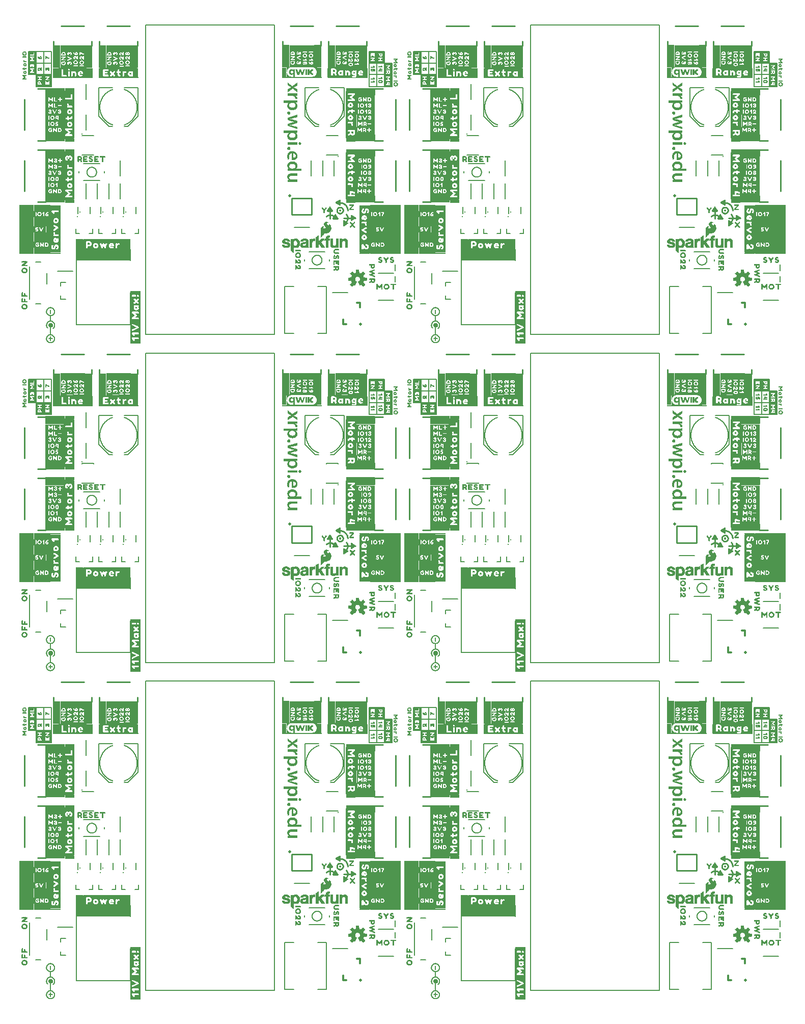
<source format=gto>
G04 EAGLE Gerber RS-274X export*
G75*
%MOMM*%
%FSLAX34Y34*%
%LPD*%
%INSilkscreen Top*%
%IPPOS*%
%AMOC8*
5,1,8,0,0,1.08239X$1,22.5*%
G01*
%ADD10R,3.302000X1.397000*%
%ADD11R,0.381000X6.096000*%
%ADD12R,0.508000X2.032000*%
%ADD13R,0.406400X2.032000*%
%ADD14R,1.270000X3.810000*%
%ADD15R,4.064000X0.889000*%
%ADD16R,4.064000X0.254000*%
%ADD17R,2.794000X1.016000*%
%ADD18R,2.794000X1.524000*%
%ADD19R,0.762000X1.016000*%
%ADD20R,2.413000X8.128000*%
%ADD21R,0.254000X1.524000*%
%ADD22R,6.604000X0.127000*%
%ADD23R,1.524000X0.508000*%
%ADD24R,0.127000X7.874000*%
%ADD25R,1.651000X0.254000*%
%ADD26R,0.127000X7.620000*%
%ADD27C,0.254000*%
%ADD28R,9.144000X1.905000*%
%ADD29R,1.270000X1.651000*%
%ADD30R,0.254000X6.096000*%
%ADD31R,0.355600X6.096000*%
%ADD32R,1.270000X3.683000*%
%ADD33R,4.064000X0.050800*%
%ADD34R,0.762000X1.600200*%
%ADD35R,6.604000X0.177800*%
%ADD36R,0.127000X1.600200*%
%ADD37R,6.604000X0.050800*%
%ADD38R,1.016000X1.524000*%
%ADD39C,0.177800*%
%ADD40C,0.152400*%
%ADD41C,0.127000*%
%ADD42C,0.203200*%
%ADD43C,0.508000*%
%ADD44C,0.200000*%
%ADD45C,0.300000*%
%ADD46C,0.200000*%
%ADD47C,0.300000*%
%ADD48C,0.406400*%

G36*
X1200877Y1430046D02*
X1200877Y1430046D01*
X1201077Y1430746D01*
X1201074Y1430756D01*
X1201079Y1430760D01*
X1201079Y1440111D01*
X1228900Y1440111D01*
X1228906Y1440115D01*
X1228910Y1440112D01*
X1229410Y1440212D01*
X1229438Y1440244D01*
X1229440Y1440245D01*
X1229440Y1440246D01*
X1229449Y1440256D01*
X1229447Y1440258D01*
X1229449Y1440260D01*
X1229449Y1449860D01*
X1229445Y1449866D01*
X1229448Y1449870D01*
X1229348Y1450370D01*
X1229312Y1450402D01*
X1229427Y1450479D01*
X1229433Y1450496D01*
X1229443Y1450504D01*
X1229438Y1450510D01*
X1229439Y1450512D01*
X1229449Y1450520D01*
X1229449Y1460220D01*
X1229437Y1460236D01*
X1229441Y1460247D01*
X1229312Y1460440D01*
X1229347Y1460467D01*
X1229346Y1460469D01*
X1229348Y1460470D01*
X1229448Y1460970D01*
X1229445Y1460977D01*
X1229449Y1460980D01*
X1229449Y1470580D01*
X1229413Y1470627D01*
X1229411Y1470626D01*
X1229410Y1470628D01*
X1229350Y1470640D01*
X1229448Y1471130D01*
X1229445Y1471137D01*
X1229449Y1471140D01*
X1229449Y1480740D01*
X1229413Y1480787D01*
X1229411Y1480786D01*
X1229410Y1480788D01*
X1229264Y1480817D01*
X1229444Y1481178D01*
X1229444Y1481180D01*
X1229444Y1481181D01*
X1229443Y1481182D01*
X1229441Y1481194D01*
X1229449Y1481200D01*
X1229449Y1490900D01*
X1229413Y1490947D01*
X1229412Y1490947D01*
X1229412Y1490948D01*
X1229349Y1490963D01*
X1229449Y1501160D01*
X1229414Y1501207D01*
X1229406Y1501201D01*
X1229400Y1501209D01*
X1201079Y1501209D01*
X1201079Y1510860D01*
X1201058Y1510888D01*
X1201057Y1510901D01*
X1200457Y1511301D01*
X1200437Y1511300D01*
X1200430Y1511309D01*
X1184330Y1511309D01*
X1184297Y1511284D01*
X1184286Y1511282D01*
X1183986Y1510682D01*
X1183989Y1510666D01*
X1183981Y1510660D01*
X1183981Y1430260D01*
X1184016Y1430213D01*
X1184716Y1430013D01*
X1184726Y1430016D01*
X1184730Y1430011D01*
X1200830Y1430011D01*
X1200877Y1430046D01*
G37*
G36*
X560797Y1430046D02*
X560797Y1430046D01*
X560997Y1430746D01*
X560994Y1430756D01*
X560999Y1430760D01*
X560999Y1440111D01*
X588820Y1440111D01*
X588826Y1440115D01*
X588830Y1440112D01*
X589330Y1440212D01*
X589358Y1440244D01*
X589360Y1440245D01*
X589360Y1440246D01*
X589369Y1440256D01*
X589367Y1440258D01*
X589369Y1440260D01*
X589369Y1449860D01*
X589365Y1449866D01*
X589368Y1449870D01*
X589268Y1450370D01*
X589232Y1450402D01*
X589347Y1450479D01*
X589353Y1450496D01*
X589363Y1450504D01*
X589358Y1450510D01*
X589359Y1450512D01*
X589369Y1450520D01*
X589369Y1460220D01*
X589357Y1460236D01*
X589361Y1460247D01*
X589232Y1460440D01*
X589267Y1460467D01*
X589266Y1460469D01*
X589268Y1460470D01*
X589368Y1460970D01*
X589365Y1460977D01*
X589369Y1460980D01*
X589369Y1470580D01*
X589333Y1470627D01*
X589331Y1470626D01*
X589330Y1470628D01*
X589270Y1470640D01*
X589368Y1471130D01*
X589365Y1471137D01*
X589369Y1471140D01*
X589369Y1480740D01*
X589333Y1480787D01*
X589331Y1480786D01*
X589330Y1480788D01*
X589184Y1480817D01*
X589364Y1481178D01*
X589364Y1481180D01*
X589364Y1481181D01*
X589363Y1481182D01*
X589361Y1481194D01*
X589369Y1481200D01*
X589369Y1490900D01*
X589333Y1490947D01*
X589332Y1490947D01*
X589332Y1490948D01*
X589269Y1490963D01*
X589369Y1501160D01*
X589334Y1501207D01*
X589326Y1501201D01*
X589320Y1501209D01*
X560999Y1501209D01*
X560999Y1510860D01*
X560978Y1510888D01*
X560977Y1510901D01*
X560377Y1511301D01*
X560357Y1511300D01*
X560350Y1511309D01*
X544250Y1511309D01*
X544217Y1511284D01*
X544206Y1511282D01*
X543906Y1510682D01*
X543909Y1510666D01*
X543901Y1510660D01*
X543901Y1430260D01*
X543936Y1430213D01*
X544636Y1430013D01*
X544646Y1430016D01*
X544650Y1430011D01*
X560750Y1430011D01*
X560797Y1430046D01*
G37*
G36*
X560797Y885216D02*
X560797Y885216D01*
X560997Y885916D01*
X560994Y885926D01*
X560999Y885930D01*
X560999Y895281D01*
X588820Y895281D01*
X588826Y895285D01*
X588830Y895282D01*
X589330Y895382D01*
X589358Y895414D01*
X589360Y895415D01*
X589360Y895416D01*
X589369Y895426D01*
X589367Y895428D01*
X589369Y895430D01*
X589369Y905030D01*
X589365Y905036D01*
X589368Y905040D01*
X589268Y905540D01*
X589232Y905572D01*
X589347Y905649D01*
X589353Y905666D01*
X589363Y905674D01*
X589358Y905680D01*
X589359Y905682D01*
X589369Y905690D01*
X589369Y915390D01*
X589357Y915406D01*
X589361Y915417D01*
X589232Y915610D01*
X589267Y915637D01*
X589266Y915639D01*
X589268Y915640D01*
X589368Y916140D01*
X589365Y916147D01*
X589369Y916150D01*
X589369Y925750D01*
X589333Y925797D01*
X589331Y925796D01*
X589330Y925798D01*
X589270Y925810D01*
X589368Y926300D01*
X589365Y926307D01*
X589369Y926310D01*
X589369Y935910D01*
X589333Y935957D01*
X589331Y935956D01*
X589330Y935958D01*
X589184Y935987D01*
X589364Y936348D01*
X589364Y936350D01*
X589364Y936351D01*
X589363Y936352D01*
X589361Y936364D01*
X589369Y936370D01*
X589369Y946070D01*
X589333Y946117D01*
X589332Y946117D01*
X589332Y946118D01*
X589269Y946133D01*
X589369Y956330D01*
X589334Y956377D01*
X589326Y956371D01*
X589320Y956379D01*
X560999Y956379D01*
X560999Y966030D01*
X560978Y966058D01*
X560977Y966071D01*
X560377Y966471D01*
X560357Y966470D01*
X560350Y966479D01*
X544250Y966479D01*
X544217Y966454D01*
X544206Y966452D01*
X543906Y965852D01*
X543909Y965836D01*
X543901Y965830D01*
X543901Y885430D01*
X543936Y885383D01*
X544636Y885183D01*
X544646Y885186D01*
X544650Y885181D01*
X560750Y885181D01*
X560797Y885216D01*
G37*
G36*
X1200877Y885216D02*
X1200877Y885216D01*
X1201077Y885916D01*
X1201074Y885926D01*
X1201079Y885930D01*
X1201079Y895281D01*
X1228900Y895281D01*
X1228906Y895285D01*
X1228910Y895282D01*
X1229410Y895382D01*
X1229438Y895414D01*
X1229440Y895415D01*
X1229440Y895416D01*
X1229449Y895426D01*
X1229447Y895428D01*
X1229449Y895430D01*
X1229449Y905030D01*
X1229445Y905036D01*
X1229448Y905040D01*
X1229348Y905540D01*
X1229312Y905572D01*
X1229427Y905649D01*
X1229433Y905666D01*
X1229443Y905674D01*
X1229438Y905680D01*
X1229439Y905682D01*
X1229449Y905690D01*
X1229449Y915390D01*
X1229437Y915406D01*
X1229441Y915417D01*
X1229312Y915610D01*
X1229347Y915637D01*
X1229346Y915639D01*
X1229348Y915640D01*
X1229448Y916140D01*
X1229445Y916147D01*
X1229449Y916150D01*
X1229449Y925750D01*
X1229413Y925797D01*
X1229411Y925796D01*
X1229410Y925798D01*
X1229350Y925810D01*
X1229448Y926300D01*
X1229445Y926307D01*
X1229449Y926310D01*
X1229449Y935910D01*
X1229413Y935957D01*
X1229411Y935956D01*
X1229410Y935958D01*
X1229264Y935987D01*
X1229444Y936348D01*
X1229444Y936350D01*
X1229444Y936351D01*
X1229443Y936352D01*
X1229441Y936364D01*
X1229449Y936370D01*
X1229449Y946070D01*
X1229413Y946117D01*
X1229412Y946117D01*
X1229412Y946118D01*
X1229349Y946133D01*
X1229449Y956330D01*
X1229414Y956377D01*
X1229406Y956371D01*
X1229400Y956379D01*
X1201079Y956379D01*
X1201079Y966030D01*
X1201058Y966058D01*
X1201057Y966071D01*
X1200457Y966471D01*
X1200437Y966470D01*
X1200430Y966479D01*
X1184330Y966479D01*
X1184297Y966454D01*
X1184286Y966452D01*
X1183986Y965852D01*
X1183989Y965836D01*
X1183981Y965830D01*
X1183981Y885430D01*
X1184016Y885383D01*
X1184716Y885183D01*
X1184726Y885186D01*
X1184730Y885181D01*
X1200830Y885181D01*
X1200877Y885216D01*
G37*
G36*
X1200877Y340386D02*
X1200877Y340386D01*
X1201077Y341086D01*
X1201074Y341096D01*
X1201079Y341100D01*
X1201079Y350451D01*
X1228900Y350451D01*
X1228906Y350455D01*
X1228910Y350452D01*
X1229410Y350552D01*
X1229438Y350584D01*
X1229440Y350585D01*
X1229440Y350586D01*
X1229449Y350596D01*
X1229447Y350598D01*
X1229449Y350600D01*
X1229449Y360200D01*
X1229445Y360206D01*
X1229448Y360210D01*
X1229348Y360710D01*
X1229312Y360742D01*
X1229427Y360819D01*
X1229433Y360836D01*
X1229443Y360844D01*
X1229438Y360850D01*
X1229439Y360852D01*
X1229449Y360860D01*
X1229449Y370560D01*
X1229437Y370576D01*
X1229441Y370587D01*
X1229312Y370780D01*
X1229347Y370807D01*
X1229346Y370809D01*
X1229348Y370810D01*
X1229448Y371310D01*
X1229445Y371317D01*
X1229449Y371320D01*
X1229449Y380920D01*
X1229413Y380967D01*
X1229411Y380966D01*
X1229410Y380968D01*
X1229350Y380980D01*
X1229448Y381470D01*
X1229445Y381477D01*
X1229449Y381480D01*
X1229449Y391080D01*
X1229413Y391127D01*
X1229411Y391126D01*
X1229410Y391128D01*
X1229264Y391157D01*
X1229444Y391518D01*
X1229444Y391520D01*
X1229444Y391521D01*
X1229443Y391522D01*
X1229441Y391534D01*
X1229449Y391540D01*
X1229449Y401240D01*
X1229413Y401287D01*
X1229412Y401287D01*
X1229412Y401288D01*
X1229349Y401303D01*
X1229449Y411500D01*
X1229414Y411547D01*
X1229406Y411541D01*
X1229400Y411549D01*
X1201079Y411549D01*
X1201079Y421200D01*
X1201058Y421228D01*
X1201057Y421241D01*
X1200457Y421641D01*
X1200437Y421640D01*
X1200430Y421649D01*
X1184330Y421649D01*
X1184297Y421624D01*
X1184286Y421622D01*
X1183986Y421022D01*
X1183989Y421006D01*
X1183981Y421000D01*
X1183981Y340600D01*
X1184016Y340553D01*
X1184716Y340353D01*
X1184726Y340356D01*
X1184730Y340351D01*
X1200830Y340351D01*
X1200877Y340386D01*
G37*
G36*
X560797Y340386D02*
X560797Y340386D01*
X560997Y341086D01*
X560994Y341096D01*
X560999Y341100D01*
X560999Y350451D01*
X588820Y350451D01*
X588826Y350455D01*
X588830Y350452D01*
X589330Y350552D01*
X589358Y350584D01*
X589360Y350585D01*
X589360Y350586D01*
X589369Y350596D01*
X589367Y350598D01*
X589369Y350600D01*
X589369Y360200D01*
X589365Y360206D01*
X589368Y360210D01*
X589268Y360710D01*
X589232Y360742D01*
X589347Y360819D01*
X589353Y360836D01*
X589363Y360844D01*
X589358Y360850D01*
X589359Y360852D01*
X589369Y360860D01*
X589369Y370560D01*
X589357Y370576D01*
X589361Y370587D01*
X589232Y370780D01*
X589267Y370807D01*
X589266Y370809D01*
X589268Y370810D01*
X589368Y371310D01*
X589365Y371317D01*
X589369Y371320D01*
X589369Y380920D01*
X589333Y380967D01*
X589331Y380966D01*
X589330Y380968D01*
X589270Y380980D01*
X589368Y381470D01*
X589365Y381477D01*
X589369Y381480D01*
X589369Y391080D01*
X589333Y391127D01*
X589331Y391126D01*
X589330Y391128D01*
X589184Y391157D01*
X589364Y391518D01*
X589364Y391520D01*
X589364Y391521D01*
X589363Y391522D01*
X589361Y391534D01*
X589369Y391540D01*
X589369Y401240D01*
X589333Y401287D01*
X589332Y401287D01*
X589332Y401288D01*
X589269Y401303D01*
X589369Y411500D01*
X589334Y411547D01*
X589326Y411541D01*
X589320Y411549D01*
X560999Y411549D01*
X560999Y421200D01*
X560978Y421228D01*
X560977Y421241D01*
X560377Y421641D01*
X560357Y421640D01*
X560350Y421649D01*
X544250Y421649D01*
X544217Y421624D01*
X544206Y421622D01*
X543906Y421022D01*
X543909Y421006D01*
X543901Y421000D01*
X543901Y340600D01*
X543936Y340553D01*
X544636Y340353D01*
X544646Y340356D01*
X544650Y340351D01*
X560750Y340351D01*
X560797Y340386D01*
G37*
G36*
X731177Y238987D02*
X731177Y238987D01*
X731172Y238994D01*
X731179Y239000D01*
X731179Y319400D01*
X731160Y319425D01*
X731161Y319438D01*
X730661Y319838D01*
X730638Y319839D01*
X730630Y319849D01*
X714530Y319849D01*
X714509Y319833D01*
X714495Y319835D01*
X714095Y319435D01*
X714092Y319408D01*
X714081Y319400D01*
X714081Y309938D01*
X714042Y309948D01*
X714034Y309944D01*
X714030Y309949D01*
X685960Y309949D01*
X685927Y309924D01*
X685916Y309922D01*
X685716Y309522D01*
X685717Y309517D01*
X685713Y309514D01*
X685719Y309506D01*
X685711Y309500D01*
X685711Y299900D01*
X685736Y299867D01*
X685738Y299856D01*
X686010Y299720D01*
X685738Y299584D01*
X685727Y299562D01*
X685713Y299551D01*
X685717Y299545D01*
X685711Y299540D01*
X685711Y289940D01*
X685720Y289927D01*
X685716Y289918D01*
X685895Y289560D01*
X685716Y289202D01*
X685717Y289197D01*
X685713Y289194D01*
X685719Y289186D01*
X685711Y289180D01*
X685711Y279580D01*
X685736Y279547D01*
X685738Y279536D01*
X685871Y279469D01*
X685860Y279469D01*
X685813Y279433D01*
X685814Y279431D01*
X685812Y279430D01*
X685712Y278930D01*
X685715Y278923D01*
X685711Y278920D01*
X685711Y269220D01*
X685747Y269173D01*
X685754Y269178D01*
X685760Y269171D01*
X685860Y269171D01*
X685716Y268882D01*
X685717Y268877D01*
X685713Y268874D01*
X685719Y268866D01*
X685711Y268860D01*
X685711Y259160D01*
X685747Y259113D01*
X685749Y259114D01*
X685750Y259112D01*
X685810Y259100D01*
X685712Y258610D01*
X685715Y258603D01*
X685711Y258600D01*
X685711Y249000D01*
X685747Y248953D01*
X685749Y248954D01*
X685750Y248952D01*
X686250Y248852D01*
X686257Y248855D01*
X686260Y248851D01*
X714081Y248851D01*
X714081Y239700D01*
X714084Y239696D01*
X714081Y239693D01*
X714181Y238993D01*
X714224Y238951D01*
X714227Y238955D01*
X714230Y238951D01*
X731130Y238951D01*
X731177Y238987D01*
G37*
G36*
X91097Y238987D02*
X91097Y238987D01*
X91092Y238994D01*
X91099Y239000D01*
X91099Y319400D01*
X91080Y319425D01*
X91081Y319438D01*
X90581Y319838D01*
X90558Y319839D01*
X90550Y319849D01*
X74450Y319849D01*
X74429Y319833D01*
X74415Y319835D01*
X74015Y319435D01*
X74012Y319408D01*
X74001Y319400D01*
X74001Y309938D01*
X73962Y309948D01*
X73954Y309944D01*
X73950Y309949D01*
X45880Y309949D01*
X45847Y309924D01*
X45836Y309922D01*
X45636Y309522D01*
X45637Y309517D01*
X45633Y309514D01*
X45639Y309506D01*
X45631Y309500D01*
X45631Y299900D01*
X45656Y299867D01*
X45658Y299856D01*
X45930Y299720D01*
X45658Y299584D01*
X45647Y299562D01*
X45633Y299551D01*
X45637Y299545D01*
X45631Y299540D01*
X45631Y289940D01*
X45640Y289927D01*
X45636Y289918D01*
X45815Y289560D01*
X45636Y289202D01*
X45637Y289197D01*
X45633Y289194D01*
X45639Y289186D01*
X45631Y289180D01*
X45631Y279580D01*
X45656Y279547D01*
X45658Y279536D01*
X45791Y279469D01*
X45780Y279469D01*
X45733Y279433D01*
X45734Y279431D01*
X45732Y279430D01*
X45632Y278930D01*
X45635Y278923D01*
X45631Y278920D01*
X45631Y269220D01*
X45667Y269173D01*
X45674Y269178D01*
X45680Y269171D01*
X45780Y269171D01*
X45636Y268882D01*
X45637Y268877D01*
X45633Y268874D01*
X45639Y268866D01*
X45631Y268860D01*
X45631Y259160D01*
X45667Y259113D01*
X45669Y259114D01*
X45670Y259112D01*
X45730Y259100D01*
X45632Y258610D01*
X45635Y258603D01*
X45631Y258600D01*
X45631Y249000D01*
X45667Y248953D01*
X45669Y248954D01*
X45670Y248952D01*
X46170Y248852D01*
X46177Y248855D01*
X46180Y248851D01*
X74001Y248851D01*
X74001Y239700D01*
X74004Y239696D01*
X74001Y239693D01*
X74101Y238993D01*
X74144Y238951D01*
X74147Y238955D01*
X74150Y238951D01*
X91050Y238951D01*
X91097Y238987D01*
G37*
G36*
X91097Y1328647D02*
X91097Y1328647D01*
X91092Y1328654D01*
X91099Y1328660D01*
X91099Y1409060D01*
X91080Y1409085D01*
X91081Y1409098D01*
X90581Y1409498D01*
X90558Y1409499D01*
X90550Y1409509D01*
X74450Y1409509D01*
X74429Y1409493D01*
X74415Y1409495D01*
X74015Y1409095D01*
X74012Y1409068D01*
X74001Y1409060D01*
X74001Y1399598D01*
X73962Y1399608D01*
X73954Y1399604D01*
X73950Y1399609D01*
X45880Y1399609D01*
X45847Y1399584D01*
X45836Y1399582D01*
X45636Y1399182D01*
X45637Y1399177D01*
X45633Y1399174D01*
X45639Y1399166D01*
X45631Y1399160D01*
X45631Y1389560D01*
X45656Y1389527D01*
X45658Y1389516D01*
X45930Y1389380D01*
X45658Y1389244D01*
X45647Y1389222D01*
X45633Y1389211D01*
X45637Y1389205D01*
X45631Y1389200D01*
X45631Y1379600D01*
X45640Y1379587D01*
X45636Y1379578D01*
X45815Y1379220D01*
X45636Y1378862D01*
X45637Y1378857D01*
X45633Y1378854D01*
X45639Y1378846D01*
X45631Y1378840D01*
X45631Y1369240D01*
X45656Y1369207D01*
X45658Y1369196D01*
X45791Y1369129D01*
X45780Y1369129D01*
X45733Y1369093D01*
X45734Y1369091D01*
X45732Y1369090D01*
X45632Y1368590D01*
X45635Y1368583D01*
X45631Y1368580D01*
X45631Y1358880D01*
X45667Y1358833D01*
X45674Y1358838D01*
X45680Y1358831D01*
X45780Y1358831D01*
X45636Y1358542D01*
X45637Y1358537D01*
X45633Y1358534D01*
X45639Y1358526D01*
X45631Y1358520D01*
X45631Y1348820D01*
X45667Y1348773D01*
X45669Y1348774D01*
X45670Y1348772D01*
X45730Y1348760D01*
X45632Y1348270D01*
X45635Y1348263D01*
X45631Y1348260D01*
X45631Y1338660D01*
X45667Y1338613D01*
X45669Y1338614D01*
X45670Y1338612D01*
X46170Y1338512D01*
X46177Y1338515D01*
X46180Y1338511D01*
X74001Y1338511D01*
X74001Y1329360D01*
X74004Y1329356D01*
X74001Y1329353D01*
X74101Y1328653D01*
X74144Y1328611D01*
X74147Y1328615D01*
X74150Y1328611D01*
X91050Y1328611D01*
X91097Y1328647D01*
G37*
G36*
X731177Y1328647D02*
X731177Y1328647D01*
X731172Y1328654D01*
X731179Y1328660D01*
X731179Y1409060D01*
X731160Y1409085D01*
X731161Y1409098D01*
X730661Y1409498D01*
X730638Y1409499D01*
X730630Y1409509D01*
X714530Y1409509D01*
X714509Y1409493D01*
X714495Y1409495D01*
X714095Y1409095D01*
X714092Y1409068D01*
X714081Y1409060D01*
X714081Y1399598D01*
X714042Y1399608D01*
X714034Y1399604D01*
X714030Y1399609D01*
X685960Y1399609D01*
X685927Y1399584D01*
X685916Y1399582D01*
X685716Y1399182D01*
X685717Y1399177D01*
X685713Y1399174D01*
X685719Y1399166D01*
X685711Y1399160D01*
X685711Y1389560D01*
X685736Y1389527D01*
X685738Y1389516D01*
X686010Y1389380D01*
X685738Y1389244D01*
X685727Y1389222D01*
X685713Y1389211D01*
X685717Y1389205D01*
X685711Y1389200D01*
X685711Y1379600D01*
X685720Y1379587D01*
X685716Y1379578D01*
X685895Y1379220D01*
X685716Y1378862D01*
X685717Y1378857D01*
X685713Y1378854D01*
X685719Y1378846D01*
X685711Y1378840D01*
X685711Y1369240D01*
X685736Y1369207D01*
X685738Y1369196D01*
X685871Y1369129D01*
X685860Y1369129D01*
X685813Y1369093D01*
X685814Y1369091D01*
X685812Y1369090D01*
X685712Y1368590D01*
X685715Y1368583D01*
X685711Y1368580D01*
X685711Y1358880D01*
X685747Y1358833D01*
X685754Y1358838D01*
X685760Y1358831D01*
X685860Y1358831D01*
X685716Y1358542D01*
X685717Y1358537D01*
X685713Y1358534D01*
X685719Y1358526D01*
X685711Y1358520D01*
X685711Y1348820D01*
X685747Y1348773D01*
X685749Y1348774D01*
X685750Y1348772D01*
X685810Y1348760D01*
X685712Y1348270D01*
X685715Y1348263D01*
X685711Y1348260D01*
X685711Y1338660D01*
X685747Y1338613D01*
X685749Y1338614D01*
X685750Y1338612D01*
X686250Y1338512D01*
X686257Y1338515D01*
X686260Y1338511D01*
X714081Y1338511D01*
X714081Y1329360D01*
X714084Y1329356D01*
X714081Y1329353D01*
X714181Y1328653D01*
X714224Y1328611D01*
X714227Y1328615D01*
X714230Y1328611D01*
X731130Y1328611D01*
X731177Y1328647D01*
G37*
G36*
X731177Y783817D02*
X731177Y783817D01*
X731172Y783824D01*
X731179Y783830D01*
X731179Y864230D01*
X731160Y864255D01*
X731161Y864268D01*
X730661Y864668D01*
X730638Y864669D01*
X730630Y864679D01*
X714530Y864679D01*
X714509Y864663D01*
X714495Y864665D01*
X714095Y864265D01*
X714092Y864238D01*
X714081Y864230D01*
X714081Y854768D01*
X714042Y854778D01*
X714034Y854774D01*
X714030Y854779D01*
X685960Y854779D01*
X685927Y854754D01*
X685916Y854752D01*
X685716Y854352D01*
X685717Y854347D01*
X685713Y854344D01*
X685719Y854336D01*
X685711Y854330D01*
X685711Y844730D01*
X685736Y844697D01*
X685738Y844686D01*
X686010Y844550D01*
X685738Y844414D01*
X685727Y844392D01*
X685713Y844381D01*
X685717Y844375D01*
X685711Y844370D01*
X685711Y834770D01*
X685720Y834757D01*
X685716Y834748D01*
X685895Y834390D01*
X685716Y834032D01*
X685717Y834027D01*
X685713Y834024D01*
X685719Y834016D01*
X685711Y834010D01*
X685711Y824410D01*
X685736Y824377D01*
X685738Y824366D01*
X685871Y824299D01*
X685860Y824299D01*
X685813Y824263D01*
X685814Y824261D01*
X685812Y824260D01*
X685712Y823760D01*
X685715Y823753D01*
X685711Y823750D01*
X685711Y814050D01*
X685747Y814003D01*
X685754Y814008D01*
X685760Y814001D01*
X685860Y814001D01*
X685716Y813712D01*
X685717Y813707D01*
X685713Y813704D01*
X685719Y813696D01*
X685711Y813690D01*
X685711Y803990D01*
X685747Y803943D01*
X685749Y803944D01*
X685750Y803942D01*
X685810Y803930D01*
X685712Y803440D01*
X685715Y803433D01*
X685711Y803430D01*
X685711Y793830D01*
X685747Y793783D01*
X685749Y793784D01*
X685750Y793782D01*
X686250Y793682D01*
X686257Y793685D01*
X686260Y793681D01*
X714081Y793681D01*
X714081Y784530D01*
X714084Y784526D01*
X714081Y784523D01*
X714181Y783823D01*
X714224Y783781D01*
X714227Y783785D01*
X714230Y783781D01*
X731130Y783781D01*
X731177Y783817D01*
G37*
G36*
X91097Y783817D02*
X91097Y783817D01*
X91092Y783824D01*
X91099Y783830D01*
X91099Y864230D01*
X91080Y864255D01*
X91081Y864268D01*
X90581Y864668D01*
X90558Y864669D01*
X90550Y864679D01*
X74450Y864679D01*
X74429Y864663D01*
X74415Y864665D01*
X74015Y864265D01*
X74012Y864238D01*
X74001Y864230D01*
X74001Y854768D01*
X73962Y854778D01*
X73954Y854774D01*
X73950Y854779D01*
X45880Y854779D01*
X45847Y854754D01*
X45836Y854752D01*
X45636Y854352D01*
X45637Y854347D01*
X45633Y854344D01*
X45639Y854336D01*
X45631Y854330D01*
X45631Y844730D01*
X45656Y844697D01*
X45658Y844686D01*
X45930Y844550D01*
X45658Y844414D01*
X45647Y844392D01*
X45633Y844381D01*
X45637Y844375D01*
X45631Y844370D01*
X45631Y834770D01*
X45640Y834757D01*
X45636Y834748D01*
X45815Y834390D01*
X45636Y834032D01*
X45637Y834027D01*
X45633Y834024D01*
X45639Y834016D01*
X45631Y834010D01*
X45631Y824410D01*
X45656Y824377D01*
X45658Y824366D01*
X45791Y824299D01*
X45780Y824299D01*
X45733Y824263D01*
X45734Y824261D01*
X45732Y824260D01*
X45632Y823760D01*
X45635Y823753D01*
X45631Y823750D01*
X45631Y814050D01*
X45667Y814003D01*
X45674Y814008D01*
X45680Y814001D01*
X45780Y814001D01*
X45636Y813712D01*
X45637Y813707D01*
X45633Y813704D01*
X45639Y813696D01*
X45631Y813690D01*
X45631Y803990D01*
X45667Y803943D01*
X45669Y803944D01*
X45670Y803942D01*
X45730Y803930D01*
X45632Y803440D01*
X45635Y803433D01*
X45631Y803430D01*
X45631Y793830D01*
X45667Y793783D01*
X45669Y793784D01*
X45670Y793782D01*
X46170Y793682D01*
X46177Y793685D01*
X46180Y793681D01*
X74001Y793681D01*
X74001Y784530D01*
X74004Y784526D01*
X74001Y784523D01*
X74101Y783823D01*
X74144Y783781D01*
X74147Y783785D01*
X74150Y783781D01*
X91050Y783781D01*
X91097Y783817D01*
G37*
G36*
X1200234Y1328714D02*
X1200234Y1328714D01*
X1200236Y1328711D01*
X1201036Y1328811D01*
X1201079Y1328853D01*
X1201075Y1328857D01*
X1201079Y1328860D01*
X1201079Y1338511D01*
X1229100Y1338511D01*
X1229121Y1338527D01*
X1229135Y1338525D01*
X1229435Y1338825D01*
X1229437Y1338837D01*
X1229443Y1338842D01*
X1229438Y1338849D01*
X1229439Y1338852D01*
X1229449Y1338860D01*
X1229449Y1348460D01*
X1229433Y1348481D01*
X1229435Y1348495D01*
X1229234Y1348696D01*
X1229244Y1348698D01*
X1229444Y1349098D01*
X1229444Y1349100D01*
X1229444Y1349101D01*
X1229443Y1349102D01*
X1229441Y1349114D01*
X1229449Y1349120D01*
X1229449Y1358720D01*
X1229424Y1358753D01*
X1229422Y1358764D01*
X1229289Y1358831D01*
X1229300Y1358831D01*
X1229347Y1358867D01*
X1229346Y1358869D01*
X1229348Y1358870D01*
X1229448Y1359370D01*
X1229445Y1359377D01*
X1229449Y1359380D01*
X1229449Y1368980D01*
X1229413Y1369027D01*
X1229411Y1369026D01*
X1229410Y1369028D01*
X1229200Y1369070D01*
X1229435Y1369305D01*
X1229437Y1369317D01*
X1229443Y1369322D01*
X1229438Y1369329D01*
X1229439Y1369332D01*
X1229449Y1369340D01*
X1229449Y1378940D01*
X1229433Y1378961D01*
X1229435Y1378975D01*
X1229200Y1379210D01*
X1229410Y1379252D01*
X1229438Y1379284D01*
X1229440Y1379285D01*
X1229440Y1379286D01*
X1229449Y1379296D01*
X1229447Y1379298D01*
X1229449Y1379300D01*
X1229449Y1388900D01*
X1229445Y1388906D01*
X1229448Y1388910D01*
X1229350Y1389403D01*
X1229449Y1399560D01*
X1229414Y1399607D01*
X1229406Y1399601D01*
X1229400Y1399609D01*
X1201079Y1399609D01*
X1201079Y1408560D01*
X1201074Y1408567D01*
X1201078Y1408572D01*
X1200878Y1409372D01*
X1200831Y1409409D01*
X1200831Y1409408D01*
X1200830Y1409409D01*
X1184730Y1409409D01*
X1184722Y1409403D01*
X1184716Y1409407D01*
X1184016Y1409207D01*
X1183981Y1409160D01*
X1183981Y1329560D01*
X1183984Y1329556D01*
X1183981Y1329554D01*
X1184081Y1328754D01*
X1184123Y1328711D01*
X1184127Y1328715D01*
X1184130Y1328711D01*
X1200230Y1328711D01*
X1200234Y1328714D01*
G37*
G36*
X560154Y1328714D02*
X560154Y1328714D01*
X560156Y1328711D01*
X560956Y1328811D01*
X560999Y1328853D01*
X560995Y1328857D01*
X560999Y1328860D01*
X560999Y1338511D01*
X589020Y1338511D01*
X589041Y1338527D01*
X589055Y1338525D01*
X589355Y1338825D01*
X589357Y1338837D01*
X589363Y1338842D01*
X589358Y1338849D01*
X589359Y1338852D01*
X589369Y1338860D01*
X589369Y1348460D01*
X589353Y1348481D01*
X589355Y1348495D01*
X589154Y1348696D01*
X589164Y1348698D01*
X589364Y1349098D01*
X589364Y1349100D01*
X589364Y1349101D01*
X589363Y1349102D01*
X589361Y1349114D01*
X589369Y1349120D01*
X589369Y1358720D01*
X589344Y1358753D01*
X589342Y1358764D01*
X589209Y1358831D01*
X589220Y1358831D01*
X589267Y1358867D01*
X589266Y1358869D01*
X589268Y1358870D01*
X589368Y1359370D01*
X589365Y1359377D01*
X589369Y1359380D01*
X589369Y1368980D01*
X589333Y1369027D01*
X589331Y1369026D01*
X589330Y1369028D01*
X589120Y1369070D01*
X589355Y1369305D01*
X589357Y1369317D01*
X589363Y1369322D01*
X589358Y1369329D01*
X589359Y1369332D01*
X589369Y1369340D01*
X589369Y1378940D01*
X589353Y1378961D01*
X589355Y1378975D01*
X589120Y1379210D01*
X589330Y1379252D01*
X589358Y1379284D01*
X589360Y1379285D01*
X589360Y1379286D01*
X589369Y1379296D01*
X589367Y1379298D01*
X589369Y1379300D01*
X589369Y1388900D01*
X589365Y1388906D01*
X589368Y1388910D01*
X589270Y1389403D01*
X589369Y1399560D01*
X589334Y1399607D01*
X589326Y1399601D01*
X589320Y1399609D01*
X560999Y1399609D01*
X560999Y1408560D01*
X560994Y1408567D01*
X560998Y1408572D01*
X560798Y1409372D01*
X560751Y1409409D01*
X560751Y1409408D01*
X560750Y1409409D01*
X544650Y1409409D01*
X544642Y1409403D01*
X544636Y1409407D01*
X543936Y1409207D01*
X543901Y1409160D01*
X543901Y1329560D01*
X543904Y1329556D01*
X543901Y1329554D01*
X544001Y1328754D01*
X544043Y1328711D01*
X544047Y1328715D01*
X544050Y1328711D01*
X560150Y1328711D01*
X560154Y1328714D01*
G37*
G36*
X560154Y239054D02*
X560154Y239054D01*
X560156Y239051D01*
X560956Y239151D01*
X560999Y239193D01*
X560995Y239197D01*
X560999Y239200D01*
X560999Y248851D01*
X589020Y248851D01*
X589041Y248867D01*
X589055Y248865D01*
X589355Y249165D01*
X589356Y249177D01*
X589363Y249182D01*
X589358Y249189D01*
X589359Y249192D01*
X589369Y249200D01*
X589369Y258800D01*
X589353Y258821D01*
X589355Y258835D01*
X589154Y259036D01*
X589164Y259038D01*
X589364Y259438D01*
X589364Y259440D01*
X589364Y259441D01*
X589363Y259442D01*
X589361Y259454D01*
X589369Y259460D01*
X589369Y269060D01*
X589344Y269093D01*
X589342Y269104D01*
X589209Y269171D01*
X589220Y269171D01*
X589267Y269207D01*
X589266Y269209D01*
X589268Y269210D01*
X589368Y269710D01*
X589365Y269717D01*
X589369Y269720D01*
X589369Y279320D01*
X589333Y279367D01*
X589331Y279366D01*
X589330Y279368D01*
X589120Y279410D01*
X589355Y279645D01*
X589357Y279657D01*
X589363Y279662D01*
X589358Y279669D01*
X589359Y279672D01*
X589369Y279680D01*
X589369Y289280D01*
X589353Y289301D01*
X589355Y289315D01*
X589120Y289550D01*
X589330Y289592D01*
X589358Y289624D01*
X589360Y289625D01*
X589360Y289626D01*
X589369Y289636D01*
X589367Y289638D01*
X589369Y289640D01*
X589369Y299240D01*
X589365Y299246D01*
X589368Y299250D01*
X589270Y299743D01*
X589369Y309900D01*
X589334Y309947D01*
X589326Y309941D01*
X589320Y309949D01*
X560999Y309949D01*
X560999Y318900D01*
X560994Y318907D01*
X560998Y318912D01*
X560798Y319712D01*
X560751Y319749D01*
X560751Y319748D01*
X560750Y319749D01*
X544650Y319749D01*
X544642Y319743D01*
X544636Y319747D01*
X543936Y319547D01*
X543901Y319500D01*
X543901Y239900D01*
X543904Y239896D01*
X543901Y239894D01*
X544001Y239094D01*
X544043Y239051D01*
X544047Y239055D01*
X544050Y239051D01*
X560150Y239051D01*
X560154Y239054D01*
G37*
G36*
X1200234Y239054D02*
X1200234Y239054D01*
X1200236Y239051D01*
X1201036Y239151D01*
X1201079Y239193D01*
X1201075Y239197D01*
X1201079Y239200D01*
X1201079Y248851D01*
X1229100Y248851D01*
X1229121Y248867D01*
X1229135Y248865D01*
X1229435Y249165D01*
X1229436Y249177D01*
X1229443Y249182D01*
X1229438Y249189D01*
X1229439Y249192D01*
X1229449Y249200D01*
X1229449Y258800D01*
X1229433Y258821D01*
X1229435Y258835D01*
X1229234Y259036D01*
X1229244Y259038D01*
X1229444Y259438D01*
X1229444Y259440D01*
X1229444Y259441D01*
X1229443Y259442D01*
X1229441Y259454D01*
X1229449Y259460D01*
X1229449Y269060D01*
X1229424Y269093D01*
X1229422Y269104D01*
X1229289Y269171D01*
X1229300Y269171D01*
X1229347Y269207D01*
X1229346Y269209D01*
X1229348Y269210D01*
X1229448Y269710D01*
X1229445Y269717D01*
X1229449Y269720D01*
X1229449Y279320D01*
X1229413Y279367D01*
X1229411Y279366D01*
X1229410Y279368D01*
X1229200Y279410D01*
X1229435Y279645D01*
X1229437Y279657D01*
X1229443Y279662D01*
X1229438Y279669D01*
X1229439Y279672D01*
X1229449Y279680D01*
X1229449Y289280D01*
X1229433Y289301D01*
X1229435Y289315D01*
X1229200Y289550D01*
X1229410Y289592D01*
X1229438Y289624D01*
X1229440Y289625D01*
X1229440Y289626D01*
X1229449Y289636D01*
X1229447Y289638D01*
X1229449Y289640D01*
X1229449Y299240D01*
X1229445Y299246D01*
X1229448Y299250D01*
X1229350Y299743D01*
X1229449Y309900D01*
X1229414Y309947D01*
X1229406Y309941D01*
X1229400Y309949D01*
X1201079Y309949D01*
X1201079Y318900D01*
X1201074Y318907D01*
X1201078Y318912D01*
X1200878Y319712D01*
X1200831Y319749D01*
X1200831Y319748D01*
X1200830Y319749D01*
X1184730Y319749D01*
X1184722Y319743D01*
X1184716Y319747D01*
X1184016Y319547D01*
X1183981Y319500D01*
X1183981Y239900D01*
X1183984Y239896D01*
X1183981Y239894D01*
X1184081Y239094D01*
X1184123Y239051D01*
X1184127Y239055D01*
X1184130Y239051D01*
X1200230Y239051D01*
X1200234Y239054D01*
G37*
G36*
X1200234Y783884D02*
X1200234Y783884D01*
X1200236Y783881D01*
X1201036Y783981D01*
X1201079Y784023D01*
X1201075Y784027D01*
X1201079Y784030D01*
X1201079Y793681D01*
X1229100Y793681D01*
X1229121Y793697D01*
X1229135Y793695D01*
X1229435Y793995D01*
X1229437Y794007D01*
X1229443Y794012D01*
X1229438Y794019D01*
X1229439Y794022D01*
X1229449Y794030D01*
X1229449Y803630D01*
X1229433Y803651D01*
X1229435Y803665D01*
X1229234Y803866D01*
X1229244Y803868D01*
X1229444Y804268D01*
X1229444Y804270D01*
X1229444Y804271D01*
X1229443Y804272D01*
X1229441Y804284D01*
X1229449Y804290D01*
X1229449Y813890D01*
X1229424Y813923D01*
X1229422Y813934D01*
X1229289Y814001D01*
X1229300Y814001D01*
X1229347Y814037D01*
X1229346Y814039D01*
X1229348Y814040D01*
X1229448Y814540D01*
X1229445Y814547D01*
X1229449Y814550D01*
X1229449Y824150D01*
X1229413Y824197D01*
X1229411Y824196D01*
X1229410Y824198D01*
X1229200Y824240D01*
X1229435Y824475D01*
X1229436Y824487D01*
X1229443Y824492D01*
X1229438Y824499D01*
X1229439Y824502D01*
X1229449Y824510D01*
X1229449Y834110D01*
X1229433Y834131D01*
X1229435Y834145D01*
X1229200Y834380D01*
X1229410Y834422D01*
X1229438Y834454D01*
X1229440Y834455D01*
X1229440Y834456D01*
X1229449Y834466D01*
X1229447Y834468D01*
X1229449Y834470D01*
X1229449Y844070D01*
X1229445Y844076D01*
X1229448Y844080D01*
X1229350Y844573D01*
X1229449Y854730D01*
X1229414Y854777D01*
X1229406Y854771D01*
X1229400Y854779D01*
X1201079Y854779D01*
X1201079Y863730D01*
X1201074Y863737D01*
X1201078Y863742D01*
X1200878Y864542D01*
X1200831Y864579D01*
X1200831Y864578D01*
X1200830Y864579D01*
X1184730Y864579D01*
X1184722Y864573D01*
X1184716Y864577D01*
X1184016Y864377D01*
X1183981Y864330D01*
X1183981Y784730D01*
X1183984Y784726D01*
X1183981Y784724D01*
X1184081Y783924D01*
X1184123Y783881D01*
X1184127Y783885D01*
X1184130Y783881D01*
X1200230Y783881D01*
X1200234Y783884D01*
G37*
G36*
X560154Y783884D02*
X560154Y783884D01*
X560156Y783881D01*
X560956Y783981D01*
X560999Y784023D01*
X560995Y784027D01*
X560999Y784030D01*
X560999Y793681D01*
X589020Y793681D01*
X589041Y793697D01*
X589055Y793695D01*
X589355Y793995D01*
X589357Y794007D01*
X589363Y794012D01*
X589358Y794019D01*
X589359Y794022D01*
X589369Y794030D01*
X589369Y803630D01*
X589353Y803651D01*
X589355Y803665D01*
X589154Y803866D01*
X589164Y803868D01*
X589364Y804268D01*
X589364Y804270D01*
X589364Y804271D01*
X589363Y804272D01*
X589361Y804284D01*
X589369Y804290D01*
X589369Y813890D01*
X589344Y813923D01*
X589342Y813934D01*
X589209Y814001D01*
X589220Y814001D01*
X589267Y814037D01*
X589266Y814039D01*
X589268Y814040D01*
X589368Y814540D01*
X589365Y814547D01*
X589369Y814550D01*
X589369Y824150D01*
X589333Y824197D01*
X589331Y824196D01*
X589330Y824198D01*
X589120Y824240D01*
X589355Y824475D01*
X589356Y824487D01*
X589363Y824492D01*
X589358Y824499D01*
X589359Y824502D01*
X589369Y824510D01*
X589369Y834110D01*
X589353Y834131D01*
X589355Y834145D01*
X589120Y834380D01*
X589330Y834422D01*
X589358Y834454D01*
X589360Y834455D01*
X589360Y834456D01*
X589369Y834466D01*
X589367Y834468D01*
X589369Y834470D01*
X589369Y844070D01*
X589365Y844076D01*
X589368Y844080D01*
X589270Y844573D01*
X589369Y854730D01*
X589334Y854777D01*
X589326Y854771D01*
X589320Y854779D01*
X560999Y854779D01*
X560999Y863730D01*
X560994Y863737D01*
X560998Y863742D01*
X560798Y864542D01*
X560751Y864579D01*
X560751Y864578D01*
X560750Y864579D01*
X544650Y864579D01*
X544642Y864573D01*
X544636Y864577D01*
X543936Y864377D01*
X543901Y864330D01*
X543901Y784730D01*
X543904Y784726D01*
X543901Y784724D01*
X544001Y783924D01*
X544043Y783881D01*
X544047Y783885D01*
X544050Y783881D01*
X560150Y783881D01*
X560154Y783884D01*
G37*
G36*
X90565Y340862D02*
X90565Y340862D01*
X90575Y340858D01*
X91075Y341158D01*
X91083Y341177D01*
X91090Y341182D01*
X91087Y341186D01*
X91089Y341192D01*
X91099Y341200D01*
X91099Y420900D01*
X91067Y420943D01*
X91066Y420947D01*
X90466Y421147D01*
X90455Y421143D01*
X90450Y421149D01*
X74350Y421149D01*
X74317Y421124D01*
X74306Y421122D01*
X74006Y420522D01*
X74009Y420506D01*
X74001Y420500D01*
X74001Y411500D01*
X73998Y411512D01*
X73951Y411549D01*
X73951Y411548D01*
X73950Y411549D01*
X45980Y411549D01*
X45973Y411544D01*
X45972Y411544D01*
X45963Y411537D01*
X45953Y411541D01*
X45653Y411341D01*
X45646Y411321D01*
X45633Y411311D01*
X45637Y411305D01*
X45631Y411300D01*
X45631Y401600D01*
X45643Y401584D01*
X45639Y401573D01*
X45761Y401389D01*
X45680Y401389D01*
X45633Y401353D01*
X45635Y401350D01*
X45633Y401348D01*
X45636Y401344D01*
X45631Y401340D01*
X45631Y391140D01*
X45667Y391093D01*
X45674Y391098D01*
X45680Y391091D01*
X45780Y391091D01*
X45636Y390802D01*
X45637Y390797D01*
X45633Y390794D01*
X45639Y390786D01*
X45631Y390780D01*
X45631Y381180D01*
X45656Y381147D01*
X45658Y381136D01*
X45886Y381022D01*
X45668Y380968D01*
X45645Y380939D01*
X45633Y380930D01*
X45635Y380927D01*
X45631Y380921D01*
X45632Y380921D01*
X45631Y380920D01*
X45631Y371220D01*
X45640Y371207D01*
X45636Y371198D01*
X45836Y370798D01*
X45844Y370794D01*
X45645Y370595D01*
X45643Y370581D01*
X45633Y370573D01*
X45638Y370565D01*
X45631Y370560D01*
X45631Y360960D01*
X45647Y360939D01*
X45645Y360925D01*
X45821Y360749D01*
X45780Y360749D01*
X45733Y360713D01*
X45734Y360711D01*
X45732Y360710D01*
X45632Y360210D01*
X45635Y360203D01*
X45631Y360200D01*
X45631Y350600D01*
X45667Y350553D01*
X45669Y350554D01*
X45670Y350552D01*
X46170Y350452D01*
X46177Y350455D01*
X46180Y350451D01*
X74001Y350451D01*
X74001Y341400D01*
X74015Y341382D01*
X74012Y341369D01*
X74412Y340869D01*
X74442Y340862D01*
X74450Y340851D01*
X90550Y340851D01*
X90565Y340862D01*
G37*
G36*
X730645Y340862D02*
X730645Y340862D01*
X730655Y340858D01*
X731155Y341158D01*
X731163Y341177D01*
X731170Y341182D01*
X731167Y341186D01*
X731169Y341192D01*
X731179Y341200D01*
X731179Y420900D01*
X731147Y420943D01*
X731146Y420947D01*
X730546Y421147D01*
X730535Y421143D01*
X730530Y421149D01*
X714430Y421149D01*
X714397Y421124D01*
X714386Y421122D01*
X714086Y420522D01*
X714089Y420506D01*
X714081Y420500D01*
X714081Y411500D01*
X714078Y411512D01*
X714031Y411549D01*
X714031Y411548D01*
X714030Y411549D01*
X686060Y411549D01*
X686053Y411544D01*
X686052Y411544D01*
X686043Y411537D01*
X686033Y411541D01*
X685733Y411341D01*
X685726Y411321D01*
X685713Y411311D01*
X685717Y411305D01*
X685711Y411300D01*
X685711Y401600D01*
X685723Y401584D01*
X685719Y401573D01*
X685841Y401389D01*
X685760Y401389D01*
X685713Y401353D01*
X685715Y401350D01*
X685713Y401348D01*
X685716Y401344D01*
X685711Y401340D01*
X685711Y391140D01*
X685747Y391093D01*
X685754Y391098D01*
X685760Y391091D01*
X685860Y391091D01*
X685716Y390802D01*
X685717Y390797D01*
X685713Y390794D01*
X685719Y390786D01*
X685711Y390780D01*
X685711Y381180D01*
X685736Y381147D01*
X685738Y381136D01*
X685966Y381022D01*
X685748Y380968D01*
X685725Y380939D01*
X685713Y380930D01*
X685715Y380927D01*
X685711Y380921D01*
X685712Y380921D01*
X685711Y380920D01*
X685711Y371220D01*
X685720Y371207D01*
X685716Y371198D01*
X685916Y370798D01*
X685924Y370794D01*
X685725Y370595D01*
X685723Y370581D01*
X685713Y370573D01*
X685718Y370565D01*
X685711Y370560D01*
X685711Y360960D01*
X685727Y360939D01*
X685725Y360925D01*
X685901Y360749D01*
X685860Y360749D01*
X685813Y360713D01*
X685814Y360711D01*
X685812Y360710D01*
X685712Y360210D01*
X685715Y360203D01*
X685711Y360200D01*
X685711Y350600D01*
X685747Y350553D01*
X685749Y350554D01*
X685750Y350552D01*
X686250Y350452D01*
X686257Y350455D01*
X686260Y350451D01*
X714081Y350451D01*
X714081Y341400D01*
X714095Y341382D01*
X714092Y341369D01*
X714492Y340869D01*
X714522Y340862D01*
X714530Y340851D01*
X730630Y340851D01*
X730645Y340862D01*
G37*
G36*
X730645Y1430522D02*
X730645Y1430522D01*
X730655Y1430518D01*
X731155Y1430818D01*
X731163Y1430837D01*
X731170Y1430842D01*
X731167Y1430846D01*
X731169Y1430852D01*
X731179Y1430860D01*
X731179Y1510560D01*
X731147Y1510603D01*
X731146Y1510607D01*
X730546Y1510807D01*
X730535Y1510803D01*
X730530Y1510809D01*
X714430Y1510809D01*
X714397Y1510784D01*
X714386Y1510782D01*
X714086Y1510182D01*
X714089Y1510166D01*
X714081Y1510160D01*
X714081Y1501160D01*
X714078Y1501172D01*
X714031Y1501209D01*
X714031Y1501208D01*
X714030Y1501209D01*
X686060Y1501209D01*
X686053Y1501204D01*
X686052Y1501204D01*
X686043Y1501197D01*
X686033Y1501201D01*
X685733Y1501001D01*
X685726Y1500981D01*
X685713Y1500971D01*
X685717Y1500965D01*
X685711Y1500960D01*
X685711Y1491260D01*
X685723Y1491244D01*
X685719Y1491233D01*
X685841Y1491049D01*
X685760Y1491049D01*
X685713Y1491013D01*
X685715Y1491010D01*
X685713Y1491008D01*
X685716Y1491004D01*
X685711Y1491000D01*
X685711Y1480800D01*
X685747Y1480753D01*
X685754Y1480758D01*
X685760Y1480751D01*
X685860Y1480751D01*
X685716Y1480462D01*
X685717Y1480457D01*
X685713Y1480454D01*
X685719Y1480446D01*
X685711Y1480440D01*
X685711Y1470840D01*
X685736Y1470807D01*
X685738Y1470796D01*
X685966Y1470682D01*
X685748Y1470628D01*
X685725Y1470599D01*
X685713Y1470590D01*
X685715Y1470587D01*
X685711Y1470581D01*
X685712Y1470581D01*
X685711Y1470580D01*
X685711Y1460880D01*
X685720Y1460867D01*
X685716Y1460858D01*
X685916Y1460458D01*
X685924Y1460454D01*
X685725Y1460255D01*
X685723Y1460241D01*
X685713Y1460233D01*
X685718Y1460225D01*
X685711Y1460220D01*
X685711Y1450620D01*
X685727Y1450599D01*
X685725Y1450585D01*
X685901Y1450409D01*
X685860Y1450409D01*
X685813Y1450373D01*
X685814Y1450371D01*
X685812Y1450370D01*
X685712Y1449870D01*
X685715Y1449863D01*
X685711Y1449860D01*
X685711Y1440260D01*
X685747Y1440213D01*
X685749Y1440214D01*
X685750Y1440212D01*
X686250Y1440112D01*
X686257Y1440115D01*
X686260Y1440111D01*
X714081Y1440111D01*
X714081Y1431060D01*
X714095Y1431042D01*
X714092Y1431029D01*
X714492Y1430529D01*
X714522Y1430522D01*
X714530Y1430511D01*
X730630Y1430511D01*
X730645Y1430522D01*
G37*
G36*
X90565Y1430522D02*
X90565Y1430522D01*
X90575Y1430518D01*
X91075Y1430818D01*
X91083Y1430837D01*
X91090Y1430842D01*
X91087Y1430846D01*
X91089Y1430852D01*
X91099Y1430860D01*
X91099Y1510560D01*
X91067Y1510603D01*
X91066Y1510607D01*
X90466Y1510807D01*
X90455Y1510803D01*
X90450Y1510809D01*
X74350Y1510809D01*
X74317Y1510784D01*
X74306Y1510782D01*
X74006Y1510182D01*
X74009Y1510166D01*
X74001Y1510160D01*
X74001Y1501160D01*
X73998Y1501172D01*
X73951Y1501209D01*
X73951Y1501208D01*
X73950Y1501209D01*
X45980Y1501209D01*
X45973Y1501204D01*
X45972Y1501204D01*
X45963Y1501197D01*
X45953Y1501201D01*
X45653Y1501001D01*
X45646Y1500981D01*
X45633Y1500971D01*
X45637Y1500965D01*
X45631Y1500960D01*
X45631Y1491260D01*
X45643Y1491244D01*
X45639Y1491233D01*
X45761Y1491049D01*
X45680Y1491049D01*
X45633Y1491013D01*
X45635Y1491010D01*
X45633Y1491008D01*
X45636Y1491004D01*
X45631Y1491000D01*
X45631Y1480800D01*
X45667Y1480753D01*
X45674Y1480758D01*
X45680Y1480751D01*
X45780Y1480751D01*
X45636Y1480462D01*
X45637Y1480457D01*
X45633Y1480454D01*
X45639Y1480446D01*
X45631Y1480440D01*
X45631Y1470840D01*
X45656Y1470807D01*
X45658Y1470796D01*
X45886Y1470682D01*
X45668Y1470628D01*
X45645Y1470599D01*
X45633Y1470590D01*
X45635Y1470587D01*
X45631Y1470581D01*
X45632Y1470581D01*
X45631Y1470580D01*
X45631Y1460880D01*
X45640Y1460867D01*
X45636Y1460858D01*
X45836Y1460458D01*
X45844Y1460454D01*
X45645Y1460255D01*
X45643Y1460241D01*
X45633Y1460233D01*
X45638Y1460225D01*
X45631Y1460220D01*
X45631Y1450620D01*
X45647Y1450599D01*
X45645Y1450585D01*
X45821Y1450409D01*
X45780Y1450409D01*
X45733Y1450373D01*
X45734Y1450371D01*
X45732Y1450370D01*
X45632Y1449870D01*
X45635Y1449863D01*
X45631Y1449860D01*
X45631Y1440260D01*
X45667Y1440213D01*
X45669Y1440214D01*
X45670Y1440212D01*
X46170Y1440112D01*
X46177Y1440115D01*
X46180Y1440111D01*
X74001Y1440111D01*
X74001Y1431060D01*
X74015Y1431042D01*
X74012Y1431029D01*
X74412Y1430529D01*
X74442Y1430522D01*
X74450Y1430511D01*
X90550Y1430511D01*
X90565Y1430522D01*
G37*
G36*
X90565Y885692D02*
X90565Y885692D01*
X90575Y885688D01*
X91075Y885988D01*
X91083Y886007D01*
X91090Y886012D01*
X91087Y886016D01*
X91089Y886022D01*
X91099Y886030D01*
X91099Y965730D01*
X91067Y965773D01*
X91066Y965777D01*
X90466Y965977D01*
X90455Y965973D01*
X90450Y965979D01*
X74350Y965979D01*
X74317Y965954D01*
X74306Y965952D01*
X74006Y965352D01*
X74009Y965336D01*
X74001Y965330D01*
X74001Y956330D01*
X73998Y956342D01*
X73951Y956379D01*
X73951Y956378D01*
X73950Y956379D01*
X45980Y956379D01*
X45973Y956374D01*
X45972Y956374D01*
X45963Y956367D01*
X45953Y956371D01*
X45653Y956171D01*
X45646Y956151D01*
X45633Y956141D01*
X45637Y956135D01*
X45631Y956130D01*
X45631Y946430D01*
X45643Y946414D01*
X45639Y946403D01*
X45761Y946219D01*
X45680Y946219D01*
X45633Y946183D01*
X45635Y946180D01*
X45633Y946178D01*
X45636Y946174D01*
X45631Y946170D01*
X45631Y935970D01*
X45667Y935923D01*
X45674Y935928D01*
X45680Y935921D01*
X45780Y935921D01*
X45636Y935632D01*
X45637Y935627D01*
X45633Y935624D01*
X45639Y935616D01*
X45631Y935610D01*
X45631Y926010D01*
X45656Y925977D01*
X45658Y925966D01*
X45886Y925852D01*
X45668Y925798D01*
X45645Y925769D01*
X45633Y925760D01*
X45635Y925757D01*
X45631Y925751D01*
X45632Y925751D01*
X45631Y925750D01*
X45631Y916050D01*
X45640Y916037D01*
X45636Y916028D01*
X45836Y915628D01*
X45844Y915624D01*
X45645Y915425D01*
X45643Y915411D01*
X45633Y915403D01*
X45638Y915395D01*
X45631Y915390D01*
X45631Y905790D01*
X45647Y905769D01*
X45645Y905755D01*
X45821Y905579D01*
X45780Y905579D01*
X45733Y905543D01*
X45734Y905541D01*
X45732Y905540D01*
X45632Y905040D01*
X45635Y905033D01*
X45631Y905030D01*
X45631Y895430D01*
X45667Y895383D01*
X45669Y895384D01*
X45670Y895382D01*
X46170Y895282D01*
X46177Y895285D01*
X46180Y895281D01*
X74001Y895281D01*
X74001Y886230D01*
X74015Y886212D01*
X74012Y886199D01*
X74412Y885699D01*
X74442Y885692D01*
X74450Y885681D01*
X90550Y885681D01*
X90565Y885692D01*
G37*
G36*
X730645Y885692D02*
X730645Y885692D01*
X730655Y885688D01*
X731155Y885988D01*
X731163Y886007D01*
X731170Y886012D01*
X731167Y886016D01*
X731169Y886022D01*
X731179Y886030D01*
X731179Y965730D01*
X731147Y965773D01*
X731146Y965777D01*
X730546Y965977D01*
X730535Y965973D01*
X730530Y965979D01*
X714430Y965979D01*
X714397Y965954D01*
X714386Y965952D01*
X714086Y965352D01*
X714089Y965336D01*
X714081Y965330D01*
X714081Y956330D01*
X714078Y956342D01*
X714031Y956379D01*
X714031Y956378D01*
X714030Y956379D01*
X686060Y956379D01*
X686053Y956374D01*
X686052Y956374D01*
X686043Y956367D01*
X686033Y956371D01*
X685733Y956171D01*
X685726Y956151D01*
X685713Y956141D01*
X685717Y956135D01*
X685711Y956130D01*
X685711Y946430D01*
X685723Y946414D01*
X685719Y946403D01*
X685841Y946219D01*
X685760Y946219D01*
X685713Y946183D01*
X685715Y946180D01*
X685713Y946178D01*
X685716Y946174D01*
X685711Y946170D01*
X685711Y935970D01*
X685747Y935923D01*
X685754Y935928D01*
X685760Y935921D01*
X685860Y935921D01*
X685716Y935632D01*
X685717Y935627D01*
X685713Y935624D01*
X685719Y935616D01*
X685711Y935610D01*
X685711Y926010D01*
X685736Y925977D01*
X685738Y925966D01*
X685966Y925852D01*
X685748Y925798D01*
X685725Y925769D01*
X685713Y925760D01*
X685715Y925757D01*
X685711Y925751D01*
X685712Y925751D01*
X685711Y925750D01*
X685711Y916050D01*
X685720Y916037D01*
X685716Y916028D01*
X685916Y915628D01*
X685924Y915624D01*
X685725Y915425D01*
X685723Y915411D01*
X685713Y915403D01*
X685718Y915395D01*
X685711Y915390D01*
X685711Y905790D01*
X685727Y905769D01*
X685725Y905755D01*
X685901Y905579D01*
X685860Y905579D01*
X685813Y905543D01*
X685814Y905541D01*
X685812Y905540D01*
X685712Y905040D01*
X685715Y905033D01*
X685711Y905030D01*
X685711Y895430D01*
X685747Y895383D01*
X685749Y895384D01*
X685750Y895382D01*
X686250Y895282D01*
X686257Y895285D01*
X686260Y895281D01*
X714081Y895281D01*
X714081Y886230D01*
X714095Y886212D01*
X714092Y886199D01*
X714492Y885699D01*
X714522Y885692D01*
X714530Y885681D01*
X730630Y885681D01*
X730645Y885692D01*
G37*
G36*
X1217893Y1531970D02*
X1217893Y1531970D01*
X1217902Y1531966D01*
X1218502Y1532266D01*
X1218513Y1532288D01*
X1218518Y1532292D01*
X1218516Y1532295D01*
X1218521Y1532303D01*
X1218529Y1532310D01*
X1218529Y1549680D01*
X1218522Y1549689D01*
X1218527Y1549696D01*
X1218327Y1550296D01*
X1218283Y1550326D01*
X1218280Y1550329D01*
X1206569Y1550329D01*
X1206569Y1578550D01*
X1206533Y1578597D01*
X1206531Y1578596D01*
X1206530Y1578598D01*
X1206030Y1578698D01*
X1206023Y1578695D01*
X1206020Y1578699D01*
X1196420Y1578699D01*
X1196373Y1578663D01*
X1196374Y1578661D01*
X1196372Y1578660D01*
X1196344Y1578520D01*
X1196087Y1578691D01*
X1196067Y1578690D01*
X1196060Y1578699D01*
X1186360Y1578699D01*
X1186327Y1578674D01*
X1186316Y1578672D01*
X1186223Y1578487D01*
X1186222Y1578494D01*
X1185822Y1578694D01*
X1185806Y1578691D01*
X1185800Y1578699D01*
X1176200Y1578699D01*
X1176167Y1578674D01*
X1176156Y1578672D01*
X1176089Y1578539D01*
X1176089Y1578550D01*
X1176053Y1578597D01*
X1176051Y1578596D01*
X1176050Y1578598D01*
X1175550Y1578698D01*
X1175543Y1578695D01*
X1175540Y1578699D01*
X1165940Y1578699D01*
X1165893Y1578663D01*
X1165894Y1578661D01*
X1165892Y1578660D01*
X1165792Y1578160D01*
X1165795Y1578153D01*
X1165791Y1578150D01*
X1165791Y1550329D01*
X1154280Y1550329D01*
X1154255Y1550310D01*
X1154242Y1550311D01*
X1153842Y1549811D01*
X1153841Y1549804D01*
X1153840Y1549803D01*
X1153841Y1549801D01*
X1153841Y1549788D01*
X1153831Y1549780D01*
X1153831Y1532410D01*
X1153850Y1532385D01*
X1153849Y1532372D01*
X1154349Y1531972D01*
X1154372Y1531971D01*
X1154380Y1531961D01*
X1217880Y1531961D01*
X1217893Y1531970D01*
G37*
G36*
X577813Y1531970D02*
X577813Y1531970D01*
X577822Y1531966D01*
X578422Y1532266D01*
X578433Y1532288D01*
X578438Y1532292D01*
X578436Y1532295D01*
X578441Y1532303D01*
X578449Y1532310D01*
X578449Y1549680D01*
X578442Y1549689D01*
X578447Y1549696D01*
X578247Y1550296D01*
X578203Y1550326D01*
X578200Y1550329D01*
X566489Y1550329D01*
X566489Y1578550D01*
X566453Y1578597D01*
X566451Y1578596D01*
X566450Y1578598D01*
X565950Y1578698D01*
X565943Y1578695D01*
X565940Y1578699D01*
X556340Y1578699D01*
X556293Y1578663D01*
X556294Y1578661D01*
X556292Y1578660D01*
X556264Y1578520D01*
X556007Y1578691D01*
X555987Y1578690D01*
X555980Y1578699D01*
X546280Y1578699D01*
X546247Y1578674D01*
X546236Y1578672D01*
X546143Y1578487D01*
X546142Y1578494D01*
X545742Y1578694D01*
X545726Y1578691D01*
X545720Y1578699D01*
X536120Y1578699D01*
X536087Y1578674D01*
X536076Y1578672D01*
X536009Y1578539D01*
X536009Y1578550D01*
X535973Y1578597D01*
X535971Y1578596D01*
X535970Y1578598D01*
X535470Y1578698D01*
X535463Y1578695D01*
X535460Y1578699D01*
X525860Y1578699D01*
X525813Y1578663D01*
X525814Y1578661D01*
X525812Y1578660D01*
X525712Y1578160D01*
X525715Y1578153D01*
X525711Y1578150D01*
X525711Y1550329D01*
X514200Y1550329D01*
X514175Y1550310D01*
X514162Y1550311D01*
X513762Y1549811D01*
X513761Y1549804D01*
X513760Y1549803D01*
X513761Y1549801D01*
X513761Y1549788D01*
X513751Y1549780D01*
X513751Y1532410D01*
X513770Y1532385D01*
X513769Y1532372D01*
X514269Y1531972D01*
X514292Y1531971D01*
X514300Y1531961D01*
X577800Y1531961D01*
X577813Y1531970D01*
G37*
G36*
X1217893Y987140D02*
X1217893Y987140D01*
X1217902Y987136D01*
X1218502Y987436D01*
X1218513Y987458D01*
X1218518Y987462D01*
X1218516Y987465D01*
X1218521Y987473D01*
X1218529Y987480D01*
X1218529Y1004850D01*
X1218522Y1004859D01*
X1218527Y1004866D01*
X1218327Y1005466D01*
X1218283Y1005496D01*
X1218280Y1005499D01*
X1206569Y1005499D01*
X1206569Y1033720D01*
X1206533Y1033767D01*
X1206531Y1033766D01*
X1206530Y1033768D01*
X1206030Y1033868D01*
X1206023Y1033865D01*
X1206020Y1033869D01*
X1196420Y1033869D01*
X1196373Y1033833D01*
X1196374Y1033831D01*
X1196372Y1033830D01*
X1196344Y1033690D01*
X1196087Y1033861D01*
X1196067Y1033860D01*
X1196060Y1033869D01*
X1186360Y1033869D01*
X1186327Y1033844D01*
X1186316Y1033842D01*
X1186223Y1033657D01*
X1186222Y1033664D01*
X1185822Y1033864D01*
X1185806Y1033861D01*
X1185800Y1033869D01*
X1176200Y1033869D01*
X1176167Y1033844D01*
X1176156Y1033842D01*
X1176089Y1033709D01*
X1176089Y1033720D01*
X1176053Y1033767D01*
X1176051Y1033766D01*
X1176050Y1033768D01*
X1175550Y1033868D01*
X1175543Y1033865D01*
X1175540Y1033869D01*
X1165940Y1033869D01*
X1165893Y1033833D01*
X1165894Y1033831D01*
X1165892Y1033830D01*
X1165792Y1033330D01*
X1165795Y1033323D01*
X1165791Y1033320D01*
X1165791Y1005499D01*
X1154280Y1005499D01*
X1154255Y1005480D01*
X1154242Y1005481D01*
X1153842Y1004981D01*
X1153841Y1004974D01*
X1153840Y1004973D01*
X1153841Y1004971D01*
X1153841Y1004958D01*
X1153831Y1004950D01*
X1153831Y987580D01*
X1153850Y987555D01*
X1153849Y987542D01*
X1154349Y987142D01*
X1154372Y987141D01*
X1154380Y987131D01*
X1217880Y987131D01*
X1217893Y987140D01*
G37*
G36*
X577813Y987140D02*
X577813Y987140D01*
X577822Y987136D01*
X578422Y987436D01*
X578433Y987458D01*
X578438Y987462D01*
X578436Y987465D01*
X578441Y987473D01*
X578449Y987480D01*
X578449Y1004850D01*
X578442Y1004859D01*
X578447Y1004866D01*
X578247Y1005466D01*
X578203Y1005496D01*
X578200Y1005499D01*
X566489Y1005499D01*
X566489Y1033720D01*
X566453Y1033767D01*
X566451Y1033766D01*
X566450Y1033768D01*
X565950Y1033868D01*
X565943Y1033865D01*
X565940Y1033869D01*
X556340Y1033869D01*
X556293Y1033833D01*
X556294Y1033831D01*
X556292Y1033830D01*
X556264Y1033690D01*
X556007Y1033861D01*
X555987Y1033860D01*
X555980Y1033869D01*
X546280Y1033869D01*
X546247Y1033844D01*
X546236Y1033842D01*
X546143Y1033657D01*
X546142Y1033664D01*
X545742Y1033864D01*
X545726Y1033861D01*
X545720Y1033869D01*
X536120Y1033869D01*
X536087Y1033844D01*
X536076Y1033842D01*
X536009Y1033709D01*
X536009Y1033720D01*
X535973Y1033767D01*
X535971Y1033766D01*
X535970Y1033768D01*
X535470Y1033868D01*
X535463Y1033865D01*
X535460Y1033869D01*
X525860Y1033869D01*
X525813Y1033833D01*
X525814Y1033831D01*
X525812Y1033830D01*
X525712Y1033330D01*
X525715Y1033323D01*
X525711Y1033320D01*
X525711Y1005499D01*
X514200Y1005499D01*
X514175Y1005480D01*
X514162Y1005481D01*
X513762Y1004981D01*
X513761Y1004974D01*
X513760Y1004973D01*
X513761Y1004971D01*
X513761Y1004958D01*
X513751Y1004950D01*
X513751Y987580D01*
X513770Y987555D01*
X513769Y987542D01*
X514269Y987142D01*
X514292Y987141D01*
X514300Y987131D01*
X577800Y987131D01*
X577813Y987140D01*
G37*
G36*
X577813Y442310D02*
X577813Y442310D01*
X577822Y442306D01*
X578422Y442606D01*
X578433Y442628D01*
X578438Y442632D01*
X578436Y442635D01*
X578441Y442643D01*
X578449Y442650D01*
X578449Y460020D01*
X578442Y460029D01*
X578447Y460036D01*
X578247Y460636D01*
X578203Y460666D01*
X578200Y460669D01*
X566489Y460669D01*
X566489Y488890D01*
X566453Y488937D01*
X566451Y488936D01*
X566450Y488938D01*
X565950Y489038D01*
X565943Y489035D01*
X565940Y489039D01*
X556340Y489039D01*
X556293Y489003D01*
X556294Y489001D01*
X556292Y489000D01*
X556264Y488860D01*
X556007Y489031D01*
X555987Y489030D01*
X555980Y489039D01*
X546280Y489039D01*
X546247Y489014D01*
X546236Y489012D01*
X546143Y488827D01*
X546142Y488834D01*
X545742Y489034D01*
X545726Y489031D01*
X545720Y489039D01*
X536120Y489039D01*
X536087Y489014D01*
X536076Y489012D01*
X536009Y488879D01*
X536009Y488890D01*
X535973Y488937D01*
X535971Y488936D01*
X535970Y488938D01*
X535470Y489038D01*
X535463Y489035D01*
X535460Y489039D01*
X525860Y489039D01*
X525813Y489003D01*
X525814Y489001D01*
X525812Y489000D01*
X525712Y488500D01*
X525715Y488493D01*
X525711Y488490D01*
X525711Y460669D01*
X514200Y460669D01*
X514175Y460650D01*
X514162Y460651D01*
X513762Y460151D01*
X513761Y460144D01*
X513760Y460143D01*
X513761Y460141D01*
X513761Y460128D01*
X513751Y460120D01*
X513751Y442750D01*
X513770Y442725D01*
X513769Y442712D01*
X514269Y442312D01*
X514292Y442311D01*
X514300Y442301D01*
X577800Y442301D01*
X577813Y442310D01*
G37*
G36*
X1217893Y442310D02*
X1217893Y442310D01*
X1217902Y442306D01*
X1218502Y442606D01*
X1218513Y442628D01*
X1218518Y442632D01*
X1218516Y442635D01*
X1218521Y442643D01*
X1218529Y442650D01*
X1218529Y460020D01*
X1218522Y460029D01*
X1218527Y460036D01*
X1218327Y460636D01*
X1218283Y460666D01*
X1218280Y460669D01*
X1206569Y460669D01*
X1206569Y488890D01*
X1206533Y488937D01*
X1206531Y488936D01*
X1206530Y488938D01*
X1206030Y489038D01*
X1206023Y489035D01*
X1206020Y489039D01*
X1196420Y489039D01*
X1196373Y489003D01*
X1196374Y489001D01*
X1196372Y489000D01*
X1196344Y488860D01*
X1196087Y489031D01*
X1196067Y489030D01*
X1196060Y489039D01*
X1186360Y489039D01*
X1186327Y489014D01*
X1186316Y489012D01*
X1186223Y488827D01*
X1186222Y488834D01*
X1185822Y489034D01*
X1185806Y489031D01*
X1185800Y489039D01*
X1176200Y489039D01*
X1176167Y489014D01*
X1176156Y489012D01*
X1176089Y488879D01*
X1176089Y488890D01*
X1176053Y488937D01*
X1176051Y488936D01*
X1176050Y488938D01*
X1175550Y489038D01*
X1175543Y489035D01*
X1175540Y489039D01*
X1165940Y489039D01*
X1165893Y489003D01*
X1165894Y489001D01*
X1165892Y489000D01*
X1165792Y488500D01*
X1165795Y488493D01*
X1165791Y488490D01*
X1165791Y460669D01*
X1154280Y460669D01*
X1154255Y460650D01*
X1154242Y460651D01*
X1153842Y460151D01*
X1153841Y460144D01*
X1153840Y460143D01*
X1153841Y460141D01*
X1153841Y460128D01*
X1153831Y460120D01*
X1153831Y442750D01*
X1153850Y442725D01*
X1153849Y442712D01*
X1154349Y442312D01*
X1154372Y442311D01*
X1154380Y442301D01*
X1217880Y442301D01*
X1217893Y442310D01*
G37*
G36*
X194904Y987134D02*
X194904Y987134D01*
X194906Y987131D01*
X195706Y987231D01*
X195749Y987273D01*
X195745Y987277D01*
X195749Y987280D01*
X195749Y1003380D01*
X195744Y1003387D01*
X195748Y1003392D01*
X195548Y1004192D01*
X195501Y1004229D01*
X195501Y1004228D01*
X195500Y1004229D01*
X185489Y1004229D01*
X185489Y1033420D01*
X185480Y1033433D01*
X185484Y1033442D01*
X185284Y1033842D01*
X185247Y1033861D01*
X185240Y1033869D01*
X175640Y1033869D01*
X175627Y1033860D01*
X175618Y1033864D01*
X175257Y1033684D01*
X175228Y1033830D01*
X175184Y1033869D01*
X175182Y1033867D01*
X175180Y1033869D01*
X165580Y1033869D01*
X165574Y1033865D01*
X165570Y1033868D01*
X165100Y1033774D01*
X164630Y1033868D01*
X164623Y1033865D01*
X164620Y1033869D01*
X155020Y1033869D01*
X154973Y1033833D01*
X154974Y1033831D01*
X154972Y1033830D01*
X154960Y1033769D01*
X144760Y1033869D01*
X144713Y1033834D01*
X144719Y1033826D01*
X144711Y1033820D01*
X144711Y1005420D01*
X144747Y1005373D01*
X144754Y1005378D01*
X144760Y1005371D01*
X154860Y1005371D01*
X154907Y1005407D01*
X154907Y1005408D01*
X154908Y1005408D01*
X155008Y1005808D01*
X155004Y1005816D01*
X155009Y1005820D01*
X155009Y1006020D01*
X155298Y1005876D01*
X155314Y1005879D01*
X155320Y1005871D01*
X164920Y1005871D01*
X164953Y1005896D01*
X164964Y1005898D01*
X165031Y1006031D01*
X165031Y1005320D01*
X165033Y1005317D01*
X165031Y1005313D01*
X165039Y1005309D01*
X165067Y1005273D01*
X165079Y1005282D01*
X165080Y1005281D01*
X165089Y1005281D01*
X165090Y1005280D01*
X165058Y1005264D01*
X165040Y1005227D01*
X165031Y1005220D01*
X165031Y1004229D01*
X135200Y1004229D01*
X135192Y1004223D01*
X135186Y1004227D01*
X134486Y1004027D01*
X134462Y1003995D01*
X134453Y1003988D01*
X134455Y1003985D01*
X134451Y1003980D01*
X134451Y987880D01*
X134459Y987869D01*
X134455Y987861D01*
X134755Y987161D01*
X134795Y987138D01*
X134800Y987131D01*
X194900Y987131D01*
X194904Y987134D01*
G37*
G36*
X834984Y987134D02*
X834984Y987134D01*
X834986Y987131D01*
X835786Y987231D01*
X835829Y987273D01*
X835825Y987277D01*
X835829Y987280D01*
X835829Y1003380D01*
X835824Y1003387D01*
X835828Y1003392D01*
X835628Y1004192D01*
X835581Y1004229D01*
X835581Y1004228D01*
X835580Y1004229D01*
X825569Y1004229D01*
X825569Y1033420D01*
X825560Y1033433D01*
X825564Y1033442D01*
X825364Y1033842D01*
X825327Y1033861D01*
X825320Y1033869D01*
X815720Y1033869D01*
X815707Y1033860D01*
X815698Y1033864D01*
X815337Y1033684D01*
X815308Y1033830D01*
X815264Y1033869D01*
X815262Y1033867D01*
X815260Y1033869D01*
X805660Y1033869D01*
X805654Y1033865D01*
X805650Y1033868D01*
X805180Y1033774D01*
X804710Y1033868D01*
X804703Y1033865D01*
X804700Y1033869D01*
X795100Y1033869D01*
X795053Y1033833D01*
X795054Y1033831D01*
X795052Y1033830D01*
X795040Y1033769D01*
X784840Y1033869D01*
X784793Y1033834D01*
X784799Y1033826D01*
X784791Y1033820D01*
X784791Y1005420D01*
X784827Y1005373D01*
X784834Y1005378D01*
X784840Y1005371D01*
X794940Y1005371D01*
X794987Y1005407D01*
X794987Y1005408D01*
X794988Y1005408D01*
X795088Y1005808D01*
X795084Y1005816D01*
X795089Y1005820D01*
X795089Y1006020D01*
X795378Y1005876D01*
X795394Y1005879D01*
X795400Y1005871D01*
X805000Y1005871D01*
X805033Y1005896D01*
X805044Y1005898D01*
X805111Y1006031D01*
X805111Y1005320D01*
X805113Y1005317D01*
X805111Y1005313D01*
X805119Y1005309D01*
X805147Y1005273D01*
X805159Y1005282D01*
X805160Y1005281D01*
X805169Y1005281D01*
X805170Y1005280D01*
X805138Y1005264D01*
X805120Y1005227D01*
X805111Y1005220D01*
X805111Y1004229D01*
X775280Y1004229D01*
X775272Y1004223D01*
X775266Y1004227D01*
X774566Y1004027D01*
X774542Y1003995D01*
X774533Y1003988D01*
X774535Y1003985D01*
X774531Y1003980D01*
X774531Y987880D01*
X774539Y987869D01*
X774535Y987861D01*
X774835Y987161D01*
X774875Y987138D01*
X774880Y987131D01*
X834980Y987131D01*
X834984Y987134D01*
G37*
G36*
X194904Y442304D02*
X194904Y442304D01*
X194906Y442301D01*
X195706Y442401D01*
X195749Y442443D01*
X195745Y442447D01*
X195749Y442450D01*
X195749Y458550D01*
X195744Y458557D01*
X195748Y458562D01*
X195548Y459362D01*
X195501Y459399D01*
X195501Y459398D01*
X195500Y459399D01*
X185489Y459399D01*
X185489Y488590D01*
X185480Y488603D01*
X185484Y488612D01*
X185284Y489012D01*
X185247Y489031D01*
X185240Y489039D01*
X175640Y489039D01*
X175627Y489030D01*
X175618Y489034D01*
X175257Y488854D01*
X175228Y489000D01*
X175184Y489039D01*
X175182Y489037D01*
X175180Y489039D01*
X165580Y489039D01*
X165574Y489035D01*
X165570Y489038D01*
X165100Y488944D01*
X164630Y489038D01*
X164623Y489035D01*
X164620Y489039D01*
X155020Y489039D01*
X154973Y489003D01*
X154974Y489001D01*
X154972Y489000D01*
X154960Y488939D01*
X144760Y489039D01*
X144713Y489004D01*
X144719Y488996D01*
X144711Y488990D01*
X144711Y460590D01*
X144747Y460543D01*
X144754Y460548D01*
X144760Y460541D01*
X154860Y460541D01*
X154907Y460577D01*
X154907Y460578D01*
X154908Y460578D01*
X155008Y460978D01*
X155004Y460986D01*
X155009Y460990D01*
X155009Y461190D01*
X155298Y461046D01*
X155314Y461049D01*
X155320Y461041D01*
X164920Y461041D01*
X164953Y461066D01*
X164964Y461068D01*
X165031Y461201D01*
X165031Y460490D01*
X165033Y460487D01*
X165031Y460483D01*
X165039Y460479D01*
X165067Y460443D01*
X165079Y460452D01*
X165080Y460451D01*
X165089Y460451D01*
X165090Y460450D01*
X165058Y460434D01*
X165040Y460397D01*
X165031Y460390D01*
X165031Y459399D01*
X135200Y459399D01*
X135192Y459393D01*
X135186Y459397D01*
X134486Y459197D01*
X134462Y459165D01*
X134453Y459158D01*
X134455Y459155D01*
X134451Y459150D01*
X134451Y443050D01*
X134459Y443039D01*
X134455Y443031D01*
X134755Y442331D01*
X134795Y442308D01*
X134800Y442301D01*
X194900Y442301D01*
X194904Y442304D01*
G37*
G36*
X834984Y442304D02*
X834984Y442304D01*
X834986Y442301D01*
X835786Y442401D01*
X835829Y442443D01*
X835825Y442447D01*
X835829Y442450D01*
X835829Y458550D01*
X835824Y458557D01*
X835828Y458562D01*
X835628Y459362D01*
X835581Y459399D01*
X835581Y459398D01*
X835580Y459399D01*
X825569Y459399D01*
X825569Y488590D01*
X825560Y488603D01*
X825564Y488612D01*
X825364Y489012D01*
X825327Y489031D01*
X825320Y489039D01*
X815720Y489039D01*
X815707Y489030D01*
X815698Y489034D01*
X815337Y488854D01*
X815308Y489000D01*
X815264Y489039D01*
X815262Y489037D01*
X815260Y489039D01*
X805660Y489039D01*
X805654Y489035D01*
X805650Y489038D01*
X805180Y488944D01*
X804710Y489038D01*
X804703Y489035D01*
X804700Y489039D01*
X795100Y489039D01*
X795053Y489003D01*
X795054Y489001D01*
X795052Y489000D01*
X795040Y488939D01*
X784840Y489039D01*
X784793Y489004D01*
X784799Y488996D01*
X784791Y488990D01*
X784791Y460590D01*
X784827Y460543D01*
X784834Y460548D01*
X784840Y460541D01*
X794940Y460541D01*
X794987Y460577D01*
X794987Y460578D01*
X794988Y460578D01*
X795088Y460978D01*
X795084Y460986D01*
X795089Y460990D01*
X795089Y461190D01*
X795378Y461046D01*
X795394Y461049D01*
X795400Y461041D01*
X805000Y461041D01*
X805033Y461066D01*
X805044Y461068D01*
X805111Y461201D01*
X805111Y460490D01*
X805113Y460487D01*
X805111Y460483D01*
X805119Y460479D01*
X805147Y460443D01*
X805159Y460452D01*
X805160Y460451D01*
X805169Y460451D01*
X805170Y460450D01*
X805138Y460434D01*
X805120Y460397D01*
X805111Y460390D01*
X805111Y459399D01*
X775280Y459399D01*
X775272Y459393D01*
X775266Y459397D01*
X774566Y459197D01*
X774542Y459165D01*
X774533Y459158D01*
X774535Y459155D01*
X774531Y459150D01*
X774531Y443050D01*
X774539Y443039D01*
X774535Y443031D01*
X774835Y442331D01*
X774875Y442308D01*
X774880Y442301D01*
X834980Y442301D01*
X834984Y442304D01*
G37*
G36*
X194904Y1531964D02*
X194904Y1531964D01*
X194906Y1531961D01*
X195706Y1532061D01*
X195749Y1532103D01*
X195745Y1532107D01*
X195749Y1532110D01*
X195749Y1548210D01*
X195744Y1548217D01*
X195748Y1548222D01*
X195548Y1549022D01*
X195501Y1549059D01*
X195501Y1549058D01*
X195500Y1549059D01*
X185489Y1549059D01*
X185489Y1578250D01*
X185480Y1578263D01*
X185484Y1578272D01*
X185284Y1578672D01*
X185247Y1578691D01*
X185240Y1578699D01*
X175640Y1578699D01*
X175627Y1578690D01*
X175618Y1578694D01*
X175257Y1578514D01*
X175228Y1578660D01*
X175184Y1578699D01*
X175182Y1578697D01*
X175180Y1578699D01*
X165580Y1578699D01*
X165574Y1578695D01*
X165570Y1578698D01*
X165100Y1578604D01*
X164630Y1578698D01*
X164623Y1578695D01*
X164620Y1578699D01*
X155020Y1578699D01*
X154973Y1578663D01*
X154974Y1578661D01*
X154972Y1578660D01*
X154960Y1578599D01*
X144760Y1578699D01*
X144713Y1578664D01*
X144719Y1578656D01*
X144711Y1578650D01*
X144711Y1550250D01*
X144747Y1550203D01*
X144754Y1550208D01*
X144760Y1550201D01*
X154860Y1550201D01*
X154907Y1550237D01*
X154907Y1550238D01*
X154908Y1550238D01*
X155008Y1550638D01*
X155004Y1550646D01*
X155009Y1550650D01*
X155009Y1550850D01*
X155298Y1550706D01*
X155314Y1550709D01*
X155320Y1550701D01*
X164920Y1550701D01*
X164953Y1550726D01*
X164964Y1550728D01*
X165031Y1550861D01*
X165031Y1550150D01*
X165033Y1550147D01*
X165031Y1550143D01*
X165039Y1550139D01*
X165067Y1550103D01*
X165079Y1550112D01*
X165080Y1550111D01*
X165089Y1550111D01*
X165090Y1550110D01*
X165058Y1550094D01*
X165040Y1550057D01*
X165031Y1550050D01*
X165031Y1549059D01*
X135200Y1549059D01*
X135192Y1549053D01*
X135186Y1549057D01*
X134486Y1548857D01*
X134462Y1548825D01*
X134453Y1548818D01*
X134455Y1548815D01*
X134451Y1548810D01*
X134451Y1532710D01*
X134459Y1532699D01*
X134455Y1532691D01*
X134755Y1531991D01*
X134795Y1531968D01*
X134800Y1531961D01*
X194900Y1531961D01*
X194904Y1531964D01*
G37*
G36*
X834984Y1531964D02*
X834984Y1531964D01*
X834986Y1531961D01*
X835786Y1532061D01*
X835829Y1532103D01*
X835825Y1532107D01*
X835829Y1532110D01*
X835829Y1548210D01*
X835824Y1548217D01*
X835828Y1548222D01*
X835628Y1549022D01*
X835581Y1549059D01*
X835581Y1549058D01*
X835580Y1549059D01*
X825569Y1549059D01*
X825569Y1578250D01*
X825560Y1578263D01*
X825564Y1578272D01*
X825364Y1578672D01*
X825327Y1578691D01*
X825320Y1578699D01*
X815720Y1578699D01*
X815707Y1578690D01*
X815698Y1578694D01*
X815337Y1578514D01*
X815308Y1578660D01*
X815264Y1578699D01*
X815262Y1578697D01*
X815260Y1578699D01*
X805660Y1578699D01*
X805654Y1578695D01*
X805650Y1578698D01*
X805180Y1578604D01*
X804710Y1578698D01*
X804703Y1578695D01*
X804700Y1578699D01*
X795100Y1578699D01*
X795053Y1578663D01*
X795054Y1578661D01*
X795052Y1578660D01*
X795040Y1578599D01*
X784840Y1578699D01*
X784793Y1578664D01*
X784799Y1578656D01*
X784791Y1578650D01*
X784791Y1550250D01*
X784827Y1550203D01*
X784834Y1550208D01*
X784840Y1550201D01*
X794940Y1550201D01*
X794987Y1550237D01*
X794987Y1550238D01*
X794988Y1550238D01*
X795088Y1550638D01*
X795084Y1550646D01*
X795089Y1550650D01*
X795089Y1550850D01*
X795378Y1550706D01*
X795394Y1550709D01*
X795400Y1550701D01*
X805000Y1550701D01*
X805033Y1550726D01*
X805044Y1550728D01*
X805111Y1550861D01*
X805111Y1550150D01*
X805113Y1550147D01*
X805111Y1550143D01*
X805119Y1550139D01*
X805147Y1550103D01*
X805159Y1550112D01*
X805160Y1550111D01*
X805169Y1550111D01*
X805170Y1550110D01*
X805138Y1550094D01*
X805120Y1550057D01*
X805111Y1550050D01*
X805111Y1549059D01*
X775280Y1549059D01*
X775272Y1549053D01*
X775266Y1549057D01*
X774566Y1548857D01*
X774542Y1548825D01*
X774533Y1548818D01*
X774535Y1548815D01*
X774531Y1548810D01*
X774531Y1532710D01*
X774539Y1532699D01*
X774535Y1532691D01*
X774835Y1531991D01*
X774875Y1531968D01*
X774880Y1531961D01*
X834980Y1531961D01*
X834984Y1531964D01*
G37*
G36*
X1135480Y988277D02*
X1135480Y988277D01*
X1135484Y988281D01*
X1135484Y988282D01*
X1135484Y1005580D01*
X1135483Y1005582D01*
X1135483Y1005583D01*
X1135428Y1005628D01*
X1135426Y1005628D01*
X1135426Y1005629D01*
X1135425Y1005629D01*
X1130323Y1005629D01*
X1130368Y1005808D01*
X1130364Y1005816D01*
X1130369Y1005820D01*
X1130369Y1033620D01*
X1130348Y1033648D01*
X1130347Y1033661D01*
X1130047Y1033861D01*
X1130027Y1033860D01*
X1130020Y1033869D01*
X1120320Y1033869D01*
X1120292Y1033848D01*
X1120279Y1033847D01*
X1120120Y1033609D01*
X1120004Y1033842D01*
X1119967Y1033861D01*
X1119960Y1033869D01*
X1110260Y1033869D01*
X1110244Y1033857D01*
X1110233Y1033861D01*
X1109974Y1033688D01*
X1109622Y1033864D01*
X1109606Y1033861D01*
X1109600Y1033869D01*
X1100000Y1033869D01*
X1099967Y1033844D01*
X1099956Y1033842D01*
X1099889Y1033709D01*
X1099889Y1033720D01*
X1099853Y1033767D01*
X1099851Y1033766D01*
X1099850Y1033768D01*
X1099350Y1033868D01*
X1099343Y1033865D01*
X1099340Y1033869D01*
X1089740Y1033869D01*
X1089693Y1033833D01*
X1089694Y1033831D01*
X1089692Y1033830D01*
X1089592Y1033330D01*
X1089595Y1033323D01*
X1089591Y1033320D01*
X1089591Y1005629D01*
X1084527Y1005629D01*
X1084526Y1005628D01*
X1084524Y1005628D01*
X1084477Y1005575D01*
X1084477Y1005573D01*
X1084476Y1005572D01*
X1084482Y988280D01*
X1084486Y988276D01*
X1135480Y988277D01*
G37*
G36*
X495400Y988277D02*
X495400Y988277D01*
X495404Y988281D01*
X495404Y988282D01*
X495404Y1005580D01*
X495403Y1005582D01*
X495403Y1005583D01*
X495348Y1005628D01*
X495346Y1005628D01*
X495346Y1005629D01*
X495345Y1005629D01*
X490243Y1005629D01*
X490288Y1005808D01*
X490284Y1005816D01*
X490289Y1005820D01*
X490289Y1033620D01*
X490268Y1033648D01*
X490267Y1033661D01*
X489967Y1033861D01*
X489947Y1033860D01*
X489940Y1033869D01*
X480240Y1033869D01*
X480212Y1033848D01*
X480199Y1033847D01*
X480040Y1033609D01*
X479924Y1033842D01*
X479887Y1033861D01*
X479880Y1033869D01*
X470180Y1033869D01*
X470164Y1033857D01*
X470153Y1033861D01*
X469894Y1033688D01*
X469542Y1033864D01*
X469526Y1033861D01*
X469520Y1033869D01*
X459920Y1033869D01*
X459887Y1033844D01*
X459876Y1033842D01*
X459809Y1033709D01*
X459809Y1033720D01*
X459773Y1033767D01*
X459771Y1033766D01*
X459770Y1033768D01*
X459270Y1033868D01*
X459263Y1033865D01*
X459260Y1033869D01*
X449660Y1033869D01*
X449613Y1033833D01*
X449614Y1033831D01*
X449612Y1033830D01*
X449512Y1033330D01*
X449515Y1033323D01*
X449511Y1033320D01*
X449511Y1005629D01*
X444447Y1005629D01*
X444446Y1005628D01*
X444444Y1005628D01*
X444397Y1005575D01*
X444397Y1005573D01*
X444396Y1005572D01*
X444402Y988280D01*
X444406Y988276D01*
X495400Y988277D01*
G37*
G36*
X495400Y443447D02*
X495400Y443447D01*
X495404Y443451D01*
X495404Y443452D01*
X495404Y460750D01*
X495403Y460752D01*
X495403Y460753D01*
X495348Y460798D01*
X495346Y460798D01*
X495346Y460799D01*
X495345Y460799D01*
X490243Y460799D01*
X490288Y460978D01*
X490284Y460986D01*
X490289Y460990D01*
X490289Y488790D01*
X490268Y488818D01*
X490267Y488831D01*
X489967Y489031D01*
X489947Y489030D01*
X489940Y489039D01*
X480240Y489039D01*
X480212Y489018D01*
X480199Y489017D01*
X480040Y488779D01*
X479924Y489012D01*
X479887Y489031D01*
X479880Y489039D01*
X470180Y489039D01*
X470164Y489027D01*
X470153Y489031D01*
X469894Y488858D01*
X469542Y489034D01*
X469526Y489031D01*
X469520Y489039D01*
X459920Y489039D01*
X459887Y489014D01*
X459876Y489012D01*
X459809Y488879D01*
X459809Y488890D01*
X459773Y488937D01*
X459771Y488936D01*
X459770Y488938D01*
X459270Y489038D01*
X459263Y489035D01*
X459260Y489039D01*
X449660Y489039D01*
X449613Y489003D01*
X449614Y489001D01*
X449612Y489000D01*
X449512Y488500D01*
X449515Y488493D01*
X449511Y488490D01*
X449511Y460799D01*
X444447Y460799D01*
X444446Y460798D01*
X444444Y460798D01*
X444397Y460745D01*
X444397Y460743D01*
X444396Y460742D01*
X444402Y443450D01*
X444406Y443446D01*
X495400Y443447D01*
G37*
G36*
X495400Y1533107D02*
X495400Y1533107D01*
X495404Y1533111D01*
X495404Y1533112D01*
X495404Y1550410D01*
X495403Y1550412D01*
X495403Y1550413D01*
X495348Y1550458D01*
X495346Y1550458D01*
X495346Y1550459D01*
X495345Y1550459D01*
X490243Y1550459D01*
X490288Y1550638D01*
X490284Y1550646D01*
X490289Y1550650D01*
X490289Y1578450D01*
X490268Y1578478D01*
X490267Y1578491D01*
X489967Y1578691D01*
X489947Y1578690D01*
X489940Y1578699D01*
X480240Y1578699D01*
X480212Y1578678D01*
X480199Y1578677D01*
X480040Y1578439D01*
X479924Y1578672D01*
X479887Y1578691D01*
X479880Y1578699D01*
X470180Y1578699D01*
X470164Y1578687D01*
X470153Y1578691D01*
X469894Y1578518D01*
X469542Y1578694D01*
X469526Y1578691D01*
X469520Y1578699D01*
X459920Y1578699D01*
X459887Y1578674D01*
X459876Y1578672D01*
X459809Y1578539D01*
X459809Y1578550D01*
X459773Y1578597D01*
X459771Y1578596D01*
X459770Y1578598D01*
X459270Y1578698D01*
X459263Y1578695D01*
X459260Y1578699D01*
X449660Y1578699D01*
X449613Y1578663D01*
X449614Y1578661D01*
X449612Y1578660D01*
X449512Y1578160D01*
X449515Y1578153D01*
X449511Y1578150D01*
X449511Y1550459D01*
X444447Y1550459D01*
X444446Y1550458D01*
X444444Y1550458D01*
X444397Y1550405D01*
X444397Y1550403D01*
X444396Y1550402D01*
X444402Y1533110D01*
X444406Y1533106D01*
X495400Y1533107D01*
G37*
G36*
X1135480Y1533107D02*
X1135480Y1533107D01*
X1135484Y1533111D01*
X1135484Y1533112D01*
X1135484Y1550410D01*
X1135483Y1550412D01*
X1135483Y1550413D01*
X1135428Y1550458D01*
X1135426Y1550458D01*
X1135426Y1550459D01*
X1135425Y1550459D01*
X1130323Y1550459D01*
X1130368Y1550638D01*
X1130364Y1550646D01*
X1130369Y1550650D01*
X1130369Y1578450D01*
X1130348Y1578478D01*
X1130347Y1578491D01*
X1130047Y1578691D01*
X1130027Y1578690D01*
X1130020Y1578699D01*
X1120320Y1578699D01*
X1120292Y1578678D01*
X1120279Y1578677D01*
X1120120Y1578439D01*
X1120004Y1578672D01*
X1119967Y1578691D01*
X1119960Y1578699D01*
X1110260Y1578699D01*
X1110244Y1578687D01*
X1110233Y1578691D01*
X1109974Y1578518D01*
X1109622Y1578694D01*
X1109606Y1578691D01*
X1109600Y1578699D01*
X1100000Y1578699D01*
X1099967Y1578674D01*
X1099956Y1578672D01*
X1099889Y1578539D01*
X1099889Y1578550D01*
X1099853Y1578597D01*
X1099851Y1578596D01*
X1099850Y1578598D01*
X1099350Y1578698D01*
X1099343Y1578695D01*
X1099340Y1578699D01*
X1089740Y1578699D01*
X1089693Y1578663D01*
X1089694Y1578661D01*
X1089692Y1578660D01*
X1089592Y1578160D01*
X1089595Y1578153D01*
X1089591Y1578150D01*
X1089591Y1550459D01*
X1084527Y1550459D01*
X1084526Y1550458D01*
X1084524Y1550458D01*
X1084477Y1550405D01*
X1084477Y1550403D01*
X1084476Y1550402D01*
X1084482Y1533110D01*
X1084486Y1533106D01*
X1135480Y1533107D01*
G37*
G36*
X1135480Y443447D02*
X1135480Y443447D01*
X1135484Y443451D01*
X1135484Y443452D01*
X1135484Y460750D01*
X1135483Y460752D01*
X1135483Y460753D01*
X1135428Y460798D01*
X1135426Y460798D01*
X1135426Y460799D01*
X1135425Y460799D01*
X1130323Y460799D01*
X1130368Y460978D01*
X1130364Y460986D01*
X1130369Y460990D01*
X1130369Y488790D01*
X1130348Y488818D01*
X1130347Y488831D01*
X1130047Y489031D01*
X1130027Y489030D01*
X1130020Y489039D01*
X1120320Y489039D01*
X1120292Y489018D01*
X1120279Y489017D01*
X1120120Y488779D01*
X1120004Y489012D01*
X1119967Y489031D01*
X1119960Y489039D01*
X1110260Y489039D01*
X1110244Y489027D01*
X1110233Y489031D01*
X1109974Y488858D01*
X1109622Y489034D01*
X1109606Y489031D01*
X1109600Y489039D01*
X1100000Y489039D01*
X1099967Y489014D01*
X1099956Y489012D01*
X1099889Y488879D01*
X1099889Y488890D01*
X1099853Y488937D01*
X1099851Y488936D01*
X1099850Y488938D01*
X1099350Y489038D01*
X1099343Y489035D01*
X1099340Y489039D01*
X1089740Y489039D01*
X1089693Y489003D01*
X1089694Y489001D01*
X1089692Y489000D01*
X1089592Y488500D01*
X1089595Y488493D01*
X1089591Y488490D01*
X1089591Y460799D01*
X1084527Y460799D01*
X1084526Y460798D01*
X1084524Y460798D01*
X1084477Y460745D01*
X1084477Y460743D01*
X1084476Y460742D01*
X1084482Y443450D01*
X1084486Y443446D01*
X1135480Y443447D01*
G37*
G36*
X111813Y442310D02*
X111813Y442310D01*
X111822Y442306D01*
X112422Y442606D01*
X112433Y442628D01*
X112438Y442632D01*
X112436Y442635D01*
X112441Y442643D01*
X112449Y442650D01*
X112449Y458750D01*
X112437Y458766D01*
X112441Y458777D01*
X112041Y459377D01*
X112008Y459389D01*
X112000Y459399D01*
X109289Y459399D01*
X109289Y488690D01*
X109273Y488711D01*
X109275Y488725D01*
X108975Y489025D01*
X108948Y489029D01*
X108940Y489039D01*
X99340Y489039D01*
X99319Y489023D01*
X99305Y489025D01*
X99129Y488849D01*
X99129Y488890D01*
X99093Y488937D01*
X99091Y488936D01*
X99090Y488938D01*
X98590Y489038D01*
X98583Y489035D01*
X98580Y489039D01*
X88880Y489039D01*
X88833Y489003D01*
X88838Y488996D01*
X88831Y488990D01*
X88831Y488958D01*
X88430Y489038D01*
X88423Y489035D01*
X88420Y489039D01*
X78820Y489039D01*
X78773Y489003D01*
X78774Y489001D01*
X78772Y489000D01*
X78760Y488939D01*
X68560Y489039D01*
X68513Y489004D01*
X68519Y488996D01*
X68511Y488990D01*
X68511Y460590D01*
X68547Y460543D01*
X68554Y460548D01*
X68560Y460541D01*
X78660Y460541D01*
X78707Y460577D01*
X78707Y460578D01*
X78708Y460578D01*
X78808Y460978D01*
X78804Y460986D01*
X78809Y460990D01*
X78809Y461190D01*
X79098Y461046D01*
X79114Y461049D01*
X79120Y461041D01*
X88720Y461041D01*
X88753Y461066D01*
X88764Y461068D01*
X88831Y461201D01*
X88831Y459399D01*
X65700Y459399D01*
X65667Y459374D01*
X65656Y459372D01*
X65356Y458772D01*
X65357Y458767D01*
X65353Y458764D01*
X65359Y458756D01*
X65351Y458750D01*
X65351Y442650D01*
X65378Y442614D01*
X65381Y442605D01*
X66081Y442305D01*
X66094Y442308D01*
X66100Y442301D01*
X111800Y442301D01*
X111813Y442310D01*
G37*
G36*
X751893Y442310D02*
X751893Y442310D01*
X751902Y442306D01*
X752502Y442606D01*
X752513Y442628D01*
X752518Y442632D01*
X752516Y442635D01*
X752521Y442643D01*
X752529Y442650D01*
X752529Y458750D01*
X752517Y458766D01*
X752521Y458777D01*
X752121Y459377D01*
X752088Y459389D01*
X752080Y459399D01*
X749369Y459399D01*
X749369Y488690D01*
X749353Y488711D01*
X749355Y488725D01*
X749055Y489025D01*
X749028Y489029D01*
X749020Y489039D01*
X739420Y489039D01*
X739399Y489023D01*
X739385Y489025D01*
X739209Y488849D01*
X739209Y488890D01*
X739173Y488937D01*
X739171Y488936D01*
X739170Y488938D01*
X738670Y489038D01*
X738663Y489035D01*
X738660Y489039D01*
X728960Y489039D01*
X728913Y489003D01*
X728918Y488996D01*
X728911Y488990D01*
X728911Y488958D01*
X728510Y489038D01*
X728503Y489035D01*
X728500Y489039D01*
X718900Y489039D01*
X718853Y489003D01*
X718854Y489001D01*
X718852Y489000D01*
X718840Y488939D01*
X708640Y489039D01*
X708593Y489004D01*
X708599Y488996D01*
X708591Y488990D01*
X708591Y460590D01*
X708627Y460543D01*
X708634Y460548D01*
X708640Y460541D01*
X718740Y460541D01*
X718787Y460577D01*
X718787Y460578D01*
X718788Y460578D01*
X718888Y460978D01*
X718884Y460986D01*
X718889Y460990D01*
X718889Y461190D01*
X719178Y461046D01*
X719194Y461049D01*
X719200Y461041D01*
X728800Y461041D01*
X728833Y461066D01*
X728844Y461068D01*
X728911Y461201D01*
X728911Y459399D01*
X705780Y459399D01*
X705747Y459374D01*
X705736Y459372D01*
X705436Y458772D01*
X705437Y458767D01*
X705433Y458764D01*
X705439Y458756D01*
X705431Y458750D01*
X705431Y442650D01*
X705458Y442614D01*
X705461Y442605D01*
X706161Y442305D01*
X706174Y442308D01*
X706180Y442301D01*
X751880Y442301D01*
X751893Y442310D01*
G37*
G36*
X751893Y987140D02*
X751893Y987140D01*
X751902Y987136D01*
X752502Y987436D01*
X752513Y987458D01*
X752518Y987462D01*
X752516Y987465D01*
X752521Y987473D01*
X752529Y987480D01*
X752529Y1003580D01*
X752517Y1003596D01*
X752521Y1003607D01*
X752121Y1004207D01*
X752088Y1004219D01*
X752080Y1004229D01*
X749369Y1004229D01*
X749369Y1033520D01*
X749353Y1033541D01*
X749355Y1033555D01*
X749055Y1033855D01*
X749028Y1033859D01*
X749020Y1033869D01*
X739420Y1033869D01*
X739399Y1033853D01*
X739385Y1033855D01*
X739209Y1033679D01*
X739209Y1033720D01*
X739173Y1033767D01*
X739171Y1033766D01*
X739170Y1033768D01*
X738670Y1033868D01*
X738663Y1033865D01*
X738660Y1033869D01*
X728960Y1033869D01*
X728913Y1033833D01*
X728918Y1033826D01*
X728911Y1033820D01*
X728911Y1033788D01*
X728510Y1033868D01*
X728503Y1033865D01*
X728500Y1033869D01*
X718900Y1033869D01*
X718853Y1033833D01*
X718854Y1033831D01*
X718852Y1033830D01*
X718840Y1033769D01*
X708640Y1033869D01*
X708593Y1033834D01*
X708599Y1033826D01*
X708591Y1033820D01*
X708591Y1005420D01*
X708627Y1005373D01*
X708634Y1005378D01*
X708640Y1005371D01*
X718740Y1005371D01*
X718787Y1005407D01*
X718787Y1005408D01*
X718788Y1005408D01*
X718888Y1005808D01*
X718884Y1005816D01*
X718889Y1005820D01*
X718889Y1006020D01*
X719178Y1005876D01*
X719194Y1005879D01*
X719200Y1005871D01*
X728800Y1005871D01*
X728833Y1005896D01*
X728844Y1005898D01*
X728911Y1006031D01*
X728911Y1004229D01*
X705780Y1004229D01*
X705747Y1004204D01*
X705736Y1004202D01*
X705436Y1003602D01*
X705437Y1003597D01*
X705433Y1003594D01*
X705439Y1003586D01*
X705431Y1003580D01*
X705431Y987480D01*
X705458Y987444D01*
X705461Y987435D01*
X706161Y987135D01*
X706174Y987138D01*
X706180Y987131D01*
X751880Y987131D01*
X751893Y987140D01*
G37*
G36*
X111813Y987140D02*
X111813Y987140D01*
X111822Y987136D01*
X112422Y987436D01*
X112433Y987458D01*
X112438Y987462D01*
X112436Y987465D01*
X112441Y987473D01*
X112449Y987480D01*
X112449Y1003580D01*
X112437Y1003596D01*
X112441Y1003607D01*
X112041Y1004207D01*
X112008Y1004219D01*
X112000Y1004229D01*
X109289Y1004229D01*
X109289Y1033520D01*
X109273Y1033541D01*
X109275Y1033555D01*
X108975Y1033855D01*
X108948Y1033859D01*
X108940Y1033869D01*
X99340Y1033869D01*
X99319Y1033853D01*
X99305Y1033855D01*
X99129Y1033679D01*
X99129Y1033720D01*
X99093Y1033767D01*
X99091Y1033766D01*
X99090Y1033768D01*
X98590Y1033868D01*
X98583Y1033865D01*
X98580Y1033869D01*
X88880Y1033869D01*
X88833Y1033833D01*
X88838Y1033826D01*
X88831Y1033820D01*
X88831Y1033788D01*
X88430Y1033868D01*
X88423Y1033865D01*
X88420Y1033869D01*
X78820Y1033869D01*
X78773Y1033833D01*
X78774Y1033831D01*
X78772Y1033830D01*
X78760Y1033769D01*
X68560Y1033869D01*
X68513Y1033834D01*
X68519Y1033826D01*
X68511Y1033820D01*
X68511Y1005420D01*
X68547Y1005373D01*
X68554Y1005378D01*
X68560Y1005371D01*
X78660Y1005371D01*
X78707Y1005407D01*
X78707Y1005408D01*
X78708Y1005408D01*
X78808Y1005808D01*
X78804Y1005816D01*
X78809Y1005820D01*
X78809Y1006020D01*
X79098Y1005876D01*
X79114Y1005879D01*
X79120Y1005871D01*
X88720Y1005871D01*
X88753Y1005896D01*
X88764Y1005898D01*
X88831Y1006031D01*
X88831Y1004229D01*
X65700Y1004229D01*
X65667Y1004204D01*
X65656Y1004202D01*
X65356Y1003602D01*
X65357Y1003597D01*
X65353Y1003594D01*
X65359Y1003586D01*
X65351Y1003580D01*
X65351Y987480D01*
X65378Y987444D01*
X65381Y987435D01*
X66081Y987135D01*
X66094Y987138D01*
X66100Y987131D01*
X111800Y987131D01*
X111813Y987140D01*
G37*
G36*
X111813Y1531970D02*
X111813Y1531970D01*
X111822Y1531966D01*
X112422Y1532266D01*
X112433Y1532288D01*
X112438Y1532292D01*
X112436Y1532295D01*
X112441Y1532303D01*
X112449Y1532310D01*
X112449Y1548410D01*
X112437Y1548426D01*
X112441Y1548437D01*
X112041Y1549037D01*
X112008Y1549049D01*
X112000Y1549059D01*
X109289Y1549059D01*
X109289Y1578350D01*
X109273Y1578371D01*
X109275Y1578385D01*
X108975Y1578685D01*
X108948Y1578689D01*
X108940Y1578699D01*
X99340Y1578699D01*
X99319Y1578683D01*
X99305Y1578685D01*
X99129Y1578509D01*
X99129Y1578550D01*
X99093Y1578597D01*
X99091Y1578596D01*
X99090Y1578598D01*
X98590Y1578698D01*
X98583Y1578695D01*
X98580Y1578699D01*
X88880Y1578699D01*
X88833Y1578663D01*
X88838Y1578656D01*
X88831Y1578650D01*
X88831Y1578618D01*
X88430Y1578698D01*
X88423Y1578695D01*
X88420Y1578699D01*
X78820Y1578699D01*
X78773Y1578663D01*
X78774Y1578661D01*
X78772Y1578660D01*
X78760Y1578599D01*
X68560Y1578699D01*
X68513Y1578664D01*
X68519Y1578656D01*
X68511Y1578650D01*
X68511Y1550250D01*
X68547Y1550203D01*
X68554Y1550208D01*
X68560Y1550201D01*
X78660Y1550201D01*
X78707Y1550237D01*
X78707Y1550238D01*
X78708Y1550238D01*
X78808Y1550638D01*
X78804Y1550646D01*
X78809Y1550650D01*
X78809Y1550850D01*
X79098Y1550706D01*
X79114Y1550709D01*
X79120Y1550701D01*
X88720Y1550701D01*
X88753Y1550726D01*
X88764Y1550728D01*
X88831Y1550861D01*
X88831Y1549059D01*
X65700Y1549059D01*
X65667Y1549034D01*
X65656Y1549032D01*
X65356Y1548432D01*
X65357Y1548427D01*
X65353Y1548424D01*
X65359Y1548416D01*
X65351Y1548410D01*
X65351Y1532310D01*
X65378Y1532274D01*
X65381Y1532265D01*
X66081Y1531965D01*
X66094Y1531968D01*
X66100Y1531961D01*
X111800Y1531961D01*
X111813Y1531970D01*
G37*
G36*
X751893Y1531970D02*
X751893Y1531970D01*
X751902Y1531966D01*
X752502Y1532266D01*
X752513Y1532288D01*
X752518Y1532292D01*
X752516Y1532295D01*
X752521Y1532303D01*
X752529Y1532310D01*
X752529Y1548410D01*
X752517Y1548426D01*
X752521Y1548437D01*
X752121Y1549037D01*
X752088Y1549049D01*
X752080Y1549059D01*
X749369Y1549059D01*
X749369Y1578350D01*
X749353Y1578371D01*
X749355Y1578385D01*
X749055Y1578685D01*
X749028Y1578689D01*
X749020Y1578699D01*
X739420Y1578699D01*
X739399Y1578683D01*
X739385Y1578685D01*
X739209Y1578509D01*
X739209Y1578550D01*
X739173Y1578597D01*
X739171Y1578596D01*
X739170Y1578598D01*
X738670Y1578698D01*
X738663Y1578695D01*
X738660Y1578699D01*
X728960Y1578699D01*
X728913Y1578663D01*
X728918Y1578656D01*
X728911Y1578650D01*
X728911Y1578618D01*
X728510Y1578698D01*
X728503Y1578695D01*
X728500Y1578699D01*
X718900Y1578699D01*
X718853Y1578663D01*
X718854Y1578661D01*
X718852Y1578660D01*
X718840Y1578599D01*
X708640Y1578699D01*
X708593Y1578664D01*
X708599Y1578656D01*
X708591Y1578650D01*
X708591Y1550250D01*
X708627Y1550203D01*
X708634Y1550208D01*
X708640Y1550201D01*
X718740Y1550201D01*
X718787Y1550237D01*
X718787Y1550238D01*
X718788Y1550238D01*
X718888Y1550638D01*
X718884Y1550646D01*
X718889Y1550650D01*
X718889Y1550850D01*
X719178Y1550706D01*
X719194Y1550709D01*
X719200Y1550701D01*
X728800Y1550701D01*
X728833Y1550726D01*
X728844Y1550728D01*
X728911Y1550861D01*
X728911Y1549059D01*
X705780Y1549059D01*
X705747Y1549034D01*
X705736Y1549032D01*
X705436Y1548432D01*
X705437Y1548427D01*
X705433Y1548424D01*
X705439Y1548416D01*
X705431Y1548410D01*
X705431Y1532310D01*
X705458Y1532274D01*
X705461Y1532265D01*
X706161Y1531965D01*
X706174Y1531968D01*
X706180Y1531961D01*
X751880Y1531961D01*
X751893Y1531970D01*
G37*
G36*
X583757Y150687D02*
X583757Y150687D01*
X583754Y150691D01*
X583759Y150694D01*
X583859Y151494D01*
X583857Y151498D01*
X583859Y151500D01*
X583859Y159951D01*
X610810Y159951D01*
X610857Y159987D01*
X610852Y159994D01*
X610859Y160000D01*
X610959Y170200D01*
X610924Y170247D01*
X610916Y170241D01*
X610910Y170249D01*
X583859Y170249D01*
X583859Y210751D01*
X610410Y210751D01*
X610416Y210755D01*
X610420Y210752D01*
X610920Y210852D01*
X610948Y210884D01*
X610950Y210885D01*
X610950Y210886D01*
X610959Y210896D01*
X610957Y210898D01*
X610959Y210900D01*
X610959Y220500D01*
X610955Y220506D01*
X610958Y220510D01*
X610858Y221010D01*
X610814Y221049D01*
X610812Y221047D01*
X610810Y221049D01*
X584910Y221049D01*
X584907Y221047D01*
X584903Y221049D01*
X584899Y221041D01*
X584863Y221013D01*
X584866Y221009D01*
X584865Y221008D01*
X584874Y220996D01*
X584870Y220990D01*
X584854Y221022D01*
X584817Y221041D01*
X584810Y221049D01*
X583859Y221049D01*
X583859Y226000D01*
X583855Y226006D01*
X583858Y226013D01*
X583846Y226018D01*
X583823Y226047D01*
X583805Y226034D01*
X583801Y226036D01*
X583836Y226058D01*
X583844Y226078D01*
X583857Y226088D01*
X583853Y226095D01*
X583859Y226100D01*
X583859Y230200D01*
X583823Y230247D01*
X583819Y230244D01*
X583816Y230249D01*
X583016Y230349D01*
X583012Y230347D01*
X583010Y230349D01*
X566910Y230349D01*
X566863Y230313D01*
X566866Y230309D01*
X566861Y230306D01*
X566761Y229506D01*
X566763Y229502D01*
X566761Y229500D01*
X566761Y150800D01*
X566797Y150753D01*
X566801Y150756D01*
X566804Y150751D01*
X567604Y150651D01*
X567608Y150653D01*
X567610Y150651D01*
X583710Y150651D01*
X583757Y150687D01*
G37*
G36*
X1223837Y150687D02*
X1223837Y150687D01*
X1223834Y150691D01*
X1223839Y150694D01*
X1223939Y151494D01*
X1223937Y151498D01*
X1223939Y151500D01*
X1223939Y159951D01*
X1250890Y159951D01*
X1250937Y159987D01*
X1250932Y159994D01*
X1250939Y160000D01*
X1251039Y170200D01*
X1251004Y170247D01*
X1250996Y170241D01*
X1250990Y170249D01*
X1223939Y170249D01*
X1223939Y210751D01*
X1250490Y210751D01*
X1250496Y210755D01*
X1250500Y210752D01*
X1251000Y210852D01*
X1251028Y210884D01*
X1251030Y210885D01*
X1251030Y210886D01*
X1251039Y210896D01*
X1251037Y210898D01*
X1251039Y210900D01*
X1251039Y220500D01*
X1251035Y220506D01*
X1251038Y220510D01*
X1250938Y221010D01*
X1250894Y221049D01*
X1250892Y221047D01*
X1250890Y221049D01*
X1224990Y221049D01*
X1224987Y221047D01*
X1224983Y221049D01*
X1224979Y221041D01*
X1224943Y221013D01*
X1224946Y221009D01*
X1224945Y221008D01*
X1224954Y220996D01*
X1224950Y220990D01*
X1224934Y221022D01*
X1224897Y221041D01*
X1224890Y221049D01*
X1223939Y221049D01*
X1223939Y226000D01*
X1223935Y226006D01*
X1223938Y226013D01*
X1223926Y226018D01*
X1223903Y226047D01*
X1223885Y226034D01*
X1223881Y226036D01*
X1223916Y226058D01*
X1223924Y226078D01*
X1223937Y226088D01*
X1223933Y226095D01*
X1223939Y226100D01*
X1223939Y230200D01*
X1223903Y230247D01*
X1223899Y230244D01*
X1223896Y230249D01*
X1223096Y230349D01*
X1223092Y230347D01*
X1223090Y230349D01*
X1206990Y230349D01*
X1206943Y230313D01*
X1206946Y230309D01*
X1206941Y230306D01*
X1206841Y229506D01*
X1206843Y229502D01*
X1206841Y229500D01*
X1206841Y150800D01*
X1206877Y150753D01*
X1206881Y150756D01*
X1206884Y150751D01*
X1207684Y150651D01*
X1207688Y150653D01*
X1207690Y150651D01*
X1223790Y150651D01*
X1223837Y150687D01*
G37*
G36*
X583757Y1240347D02*
X583757Y1240347D01*
X583754Y1240351D01*
X583759Y1240354D01*
X583859Y1241154D01*
X583857Y1241158D01*
X583859Y1241160D01*
X583859Y1249611D01*
X610810Y1249611D01*
X610857Y1249647D01*
X610852Y1249654D01*
X610859Y1249660D01*
X610959Y1259860D01*
X610924Y1259907D01*
X610916Y1259901D01*
X610910Y1259909D01*
X583859Y1259909D01*
X583859Y1300411D01*
X610410Y1300411D01*
X610416Y1300415D01*
X610420Y1300412D01*
X610920Y1300512D01*
X610948Y1300544D01*
X610950Y1300545D01*
X610950Y1300546D01*
X610959Y1300556D01*
X610957Y1300558D01*
X610959Y1300560D01*
X610959Y1310160D01*
X610955Y1310166D01*
X610958Y1310170D01*
X610858Y1310670D01*
X610814Y1310709D01*
X610812Y1310707D01*
X610810Y1310709D01*
X584910Y1310709D01*
X584907Y1310707D01*
X584903Y1310709D01*
X584899Y1310701D01*
X584863Y1310673D01*
X584866Y1310669D01*
X584865Y1310668D01*
X584874Y1310656D01*
X584870Y1310650D01*
X584854Y1310682D01*
X584817Y1310701D01*
X584810Y1310709D01*
X583859Y1310709D01*
X583859Y1315660D01*
X583855Y1315666D01*
X583858Y1315673D01*
X583846Y1315678D01*
X583823Y1315707D01*
X583805Y1315694D01*
X583801Y1315696D01*
X583836Y1315718D01*
X583844Y1315738D01*
X583857Y1315748D01*
X583853Y1315755D01*
X583859Y1315760D01*
X583859Y1319860D01*
X583823Y1319907D01*
X583819Y1319904D01*
X583816Y1319909D01*
X583016Y1320009D01*
X583012Y1320007D01*
X583010Y1320009D01*
X566910Y1320009D01*
X566863Y1319973D01*
X566866Y1319969D01*
X566861Y1319966D01*
X566761Y1319166D01*
X566763Y1319162D01*
X566761Y1319160D01*
X566761Y1240460D01*
X566797Y1240413D01*
X566801Y1240416D01*
X566804Y1240411D01*
X567604Y1240311D01*
X567608Y1240313D01*
X567610Y1240311D01*
X583710Y1240311D01*
X583757Y1240347D01*
G37*
G36*
X583757Y695517D02*
X583757Y695517D01*
X583754Y695521D01*
X583759Y695524D01*
X583859Y696324D01*
X583857Y696328D01*
X583859Y696330D01*
X583859Y704781D01*
X610810Y704781D01*
X610857Y704817D01*
X610852Y704824D01*
X610859Y704830D01*
X610959Y715030D01*
X610924Y715077D01*
X610916Y715071D01*
X610910Y715079D01*
X583859Y715079D01*
X583859Y755581D01*
X610410Y755581D01*
X610416Y755585D01*
X610420Y755582D01*
X610920Y755682D01*
X610948Y755714D01*
X610950Y755715D01*
X610950Y755716D01*
X610959Y755726D01*
X610957Y755728D01*
X610959Y755730D01*
X610959Y765330D01*
X610955Y765336D01*
X610958Y765340D01*
X610858Y765840D01*
X610814Y765879D01*
X610812Y765877D01*
X610810Y765879D01*
X584910Y765879D01*
X584907Y765877D01*
X584903Y765879D01*
X584899Y765871D01*
X584863Y765843D01*
X584866Y765839D01*
X584865Y765838D01*
X584874Y765826D01*
X584870Y765820D01*
X584854Y765852D01*
X584817Y765871D01*
X584810Y765879D01*
X583859Y765879D01*
X583859Y770830D01*
X583855Y770836D01*
X583858Y770843D01*
X583846Y770848D01*
X583823Y770877D01*
X583805Y770864D01*
X583801Y770866D01*
X583836Y770888D01*
X583844Y770908D01*
X583857Y770918D01*
X583853Y770925D01*
X583859Y770930D01*
X583859Y775030D01*
X583823Y775077D01*
X583819Y775074D01*
X583816Y775079D01*
X583016Y775179D01*
X583012Y775177D01*
X583010Y775179D01*
X566910Y775179D01*
X566863Y775143D01*
X566866Y775139D01*
X566861Y775136D01*
X566761Y774336D01*
X566763Y774332D01*
X566761Y774330D01*
X566761Y695630D01*
X566797Y695583D01*
X566801Y695586D01*
X566804Y695581D01*
X567604Y695481D01*
X567608Y695483D01*
X567610Y695481D01*
X583710Y695481D01*
X583757Y695517D01*
G37*
G36*
X1223837Y695517D02*
X1223837Y695517D01*
X1223834Y695521D01*
X1223839Y695524D01*
X1223939Y696324D01*
X1223937Y696328D01*
X1223939Y696330D01*
X1223939Y704781D01*
X1250890Y704781D01*
X1250937Y704817D01*
X1250932Y704824D01*
X1250939Y704830D01*
X1251039Y715030D01*
X1251004Y715077D01*
X1250996Y715071D01*
X1250990Y715079D01*
X1223939Y715079D01*
X1223939Y755581D01*
X1250490Y755581D01*
X1250496Y755585D01*
X1250500Y755582D01*
X1251000Y755682D01*
X1251028Y755714D01*
X1251030Y755715D01*
X1251030Y755716D01*
X1251039Y755726D01*
X1251037Y755728D01*
X1251039Y755730D01*
X1251039Y765330D01*
X1251035Y765336D01*
X1251038Y765340D01*
X1250938Y765840D01*
X1250894Y765879D01*
X1250892Y765877D01*
X1250890Y765879D01*
X1224990Y765879D01*
X1224987Y765877D01*
X1224983Y765879D01*
X1224979Y765871D01*
X1224943Y765843D01*
X1224946Y765839D01*
X1224945Y765838D01*
X1224954Y765826D01*
X1224950Y765820D01*
X1224934Y765852D01*
X1224897Y765871D01*
X1224890Y765879D01*
X1223939Y765879D01*
X1223939Y770830D01*
X1223935Y770836D01*
X1223938Y770843D01*
X1223926Y770848D01*
X1223903Y770877D01*
X1223885Y770864D01*
X1223881Y770866D01*
X1223916Y770888D01*
X1223924Y770908D01*
X1223937Y770918D01*
X1223933Y770925D01*
X1223939Y770930D01*
X1223939Y775030D01*
X1223903Y775077D01*
X1223899Y775074D01*
X1223896Y775079D01*
X1223096Y775179D01*
X1223092Y775177D01*
X1223090Y775179D01*
X1206990Y775179D01*
X1206943Y775143D01*
X1206946Y775139D01*
X1206941Y775136D01*
X1206841Y774336D01*
X1206843Y774332D01*
X1206841Y774330D01*
X1206841Y695630D01*
X1206877Y695583D01*
X1206881Y695586D01*
X1206884Y695581D01*
X1207684Y695481D01*
X1207688Y695483D01*
X1207690Y695481D01*
X1223790Y695481D01*
X1223837Y695517D01*
G37*
G36*
X1223837Y1240347D02*
X1223837Y1240347D01*
X1223834Y1240351D01*
X1223839Y1240354D01*
X1223939Y1241154D01*
X1223937Y1241158D01*
X1223939Y1241160D01*
X1223939Y1249611D01*
X1250890Y1249611D01*
X1250937Y1249647D01*
X1250932Y1249654D01*
X1250939Y1249660D01*
X1251039Y1259860D01*
X1251004Y1259907D01*
X1250996Y1259901D01*
X1250990Y1259909D01*
X1223939Y1259909D01*
X1223939Y1300411D01*
X1250490Y1300411D01*
X1250496Y1300415D01*
X1250500Y1300412D01*
X1251000Y1300512D01*
X1251028Y1300544D01*
X1251030Y1300545D01*
X1251030Y1300546D01*
X1251039Y1300556D01*
X1251037Y1300558D01*
X1251039Y1300560D01*
X1251039Y1310160D01*
X1251035Y1310166D01*
X1251038Y1310170D01*
X1250938Y1310670D01*
X1250894Y1310709D01*
X1250892Y1310707D01*
X1250890Y1310709D01*
X1224990Y1310709D01*
X1224987Y1310707D01*
X1224983Y1310709D01*
X1224979Y1310701D01*
X1224943Y1310673D01*
X1224946Y1310669D01*
X1224945Y1310668D01*
X1224954Y1310656D01*
X1224950Y1310650D01*
X1224934Y1310682D01*
X1224897Y1310701D01*
X1224890Y1310709D01*
X1223939Y1310709D01*
X1223939Y1315660D01*
X1223935Y1315666D01*
X1223938Y1315673D01*
X1223926Y1315678D01*
X1223903Y1315707D01*
X1223885Y1315694D01*
X1223881Y1315696D01*
X1223916Y1315718D01*
X1223924Y1315738D01*
X1223937Y1315748D01*
X1223933Y1315755D01*
X1223939Y1315760D01*
X1223939Y1319860D01*
X1223903Y1319907D01*
X1223899Y1319904D01*
X1223896Y1319909D01*
X1223096Y1320009D01*
X1223092Y1320007D01*
X1223090Y1320009D01*
X1206990Y1320009D01*
X1206943Y1319973D01*
X1206946Y1319969D01*
X1206941Y1319966D01*
X1206841Y1319166D01*
X1206843Y1319162D01*
X1206841Y1319160D01*
X1206841Y1240460D01*
X1206877Y1240413D01*
X1206881Y1240416D01*
X1206884Y1240411D01*
X1207684Y1240311D01*
X1207688Y1240313D01*
X1207690Y1240311D01*
X1223790Y1240311D01*
X1223837Y1240347D01*
G37*
G36*
X67815Y1242130D02*
X67815Y1242130D01*
X67828Y1242129D01*
X68228Y1242629D01*
X68229Y1242637D01*
X68231Y1242639D01*
X68229Y1242643D01*
X68229Y1242652D01*
X68239Y1242660D01*
X68239Y1317960D01*
X68204Y1318007D01*
X67504Y1318207D01*
X67494Y1318204D01*
X67490Y1318209D01*
X51390Y1318209D01*
X51347Y1318177D01*
X51343Y1318176D01*
X51143Y1317576D01*
X51143Y1317575D01*
X51144Y1317574D01*
X51152Y1317551D01*
X51146Y1317539D01*
X51170Y1317487D01*
X51167Y1317480D01*
X51141Y1317460D01*
X51141Y1310709D01*
X24290Y1310709D01*
X24262Y1310688D01*
X24249Y1310687D01*
X24049Y1310387D01*
X24050Y1310378D01*
X24043Y1310373D01*
X24048Y1310365D01*
X24041Y1310360D01*
X24041Y1300660D01*
X24066Y1300627D01*
X24068Y1300616D01*
X24468Y1300416D01*
X24484Y1300419D01*
X24490Y1300411D01*
X51141Y1300411D01*
X51141Y1259909D01*
X24190Y1259909D01*
X24143Y1259873D01*
X24144Y1259871D01*
X24142Y1259870D01*
X24042Y1259370D01*
X24045Y1259363D01*
X24041Y1259360D01*
X24041Y1249760D01*
X24077Y1249713D01*
X24079Y1249714D01*
X24080Y1249712D01*
X24580Y1249612D01*
X24587Y1249615D01*
X24590Y1249611D01*
X51141Y1249611D01*
X51141Y1242460D01*
X51163Y1242430D01*
X51165Y1242418D01*
X51665Y1242118D01*
X51683Y1242120D01*
X51690Y1242111D01*
X67790Y1242111D01*
X67815Y1242130D01*
G37*
G36*
X707895Y152470D02*
X707895Y152470D01*
X707908Y152469D01*
X708308Y152969D01*
X708309Y152977D01*
X708311Y152979D01*
X708309Y152983D01*
X708309Y152992D01*
X708319Y153000D01*
X708319Y228300D01*
X708284Y228347D01*
X707584Y228547D01*
X707574Y228544D01*
X707570Y228549D01*
X691470Y228549D01*
X691427Y228517D01*
X691423Y228516D01*
X691223Y227916D01*
X691223Y227915D01*
X691224Y227914D01*
X691232Y227891D01*
X691226Y227879D01*
X691250Y227827D01*
X691247Y227820D01*
X691221Y227800D01*
X691221Y221049D01*
X664370Y221049D01*
X664342Y221028D01*
X664329Y221027D01*
X664129Y220727D01*
X664130Y220718D01*
X664123Y220713D01*
X664128Y220705D01*
X664121Y220700D01*
X664121Y211000D01*
X664146Y210967D01*
X664148Y210956D01*
X664548Y210756D01*
X664564Y210759D01*
X664570Y210751D01*
X691221Y210751D01*
X691221Y170249D01*
X664270Y170249D01*
X664223Y170213D01*
X664224Y170211D01*
X664222Y170210D01*
X664122Y169710D01*
X664125Y169703D01*
X664121Y169700D01*
X664121Y160100D01*
X664157Y160053D01*
X664159Y160054D01*
X664160Y160052D01*
X664660Y159952D01*
X664667Y159955D01*
X664670Y159951D01*
X691221Y159951D01*
X691221Y152800D01*
X691243Y152770D01*
X691245Y152758D01*
X691745Y152458D01*
X691763Y152460D01*
X691770Y152451D01*
X707870Y152451D01*
X707895Y152470D01*
G37*
G36*
X67815Y152470D02*
X67815Y152470D01*
X67828Y152469D01*
X68228Y152969D01*
X68229Y152977D01*
X68231Y152979D01*
X68229Y152983D01*
X68229Y152992D01*
X68239Y153000D01*
X68239Y228300D01*
X68204Y228347D01*
X67504Y228547D01*
X67494Y228544D01*
X67490Y228549D01*
X51390Y228549D01*
X51347Y228517D01*
X51343Y228516D01*
X51143Y227916D01*
X51143Y227915D01*
X51144Y227914D01*
X51152Y227891D01*
X51146Y227879D01*
X51170Y227827D01*
X51167Y227820D01*
X51141Y227800D01*
X51141Y221049D01*
X24290Y221049D01*
X24262Y221028D01*
X24249Y221027D01*
X24049Y220727D01*
X24050Y220718D01*
X24043Y220713D01*
X24048Y220705D01*
X24041Y220700D01*
X24041Y211000D01*
X24066Y210967D01*
X24068Y210956D01*
X24468Y210756D01*
X24484Y210759D01*
X24490Y210751D01*
X51141Y210751D01*
X51141Y170249D01*
X24190Y170249D01*
X24143Y170213D01*
X24144Y170211D01*
X24142Y170210D01*
X24042Y169710D01*
X24045Y169703D01*
X24041Y169700D01*
X24041Y160100D01*
X24077Y160053D01*
X24079Y160054D01*
X24080Y160052D01*
X24580Y159952D01*
X24587Y159955D01*
X24590Y159951D01*
X51141Y159951D01*
X51141Y152800D01*
X51163Y152770D01*
X51165Y152758D01*
X51665Y152458D01*
X51683Y152460D01*
X51690Y152451D01*
X67790Y152451D01*
X67815Y152470D01*
G37*
G36*
X67815Y697300D02*
X67815Y697300D01*
X67828Y697299D01*
X68228Y697799D01*
X68229Y697807D01*
X68231Y697809D01*
X68229Y697813D01*
X68229Y697822D01*
X68239Y697830D01*
X68239Y773130D01*
X68204Y773177D01*
X67504Y773377D01*
X67494Y773374D01*
X67490Y773379D01*
X51390Y773379D01*
X51347Y773347D01*
X51343Y773346D01*
X51143Y772746D01*
X51143Y772745D01*
X51144Y772744D01*
X51152Y772721D01*
X51146Y772709D01*
X51170Y772657D01*
X51167Y772650D01*
X51141Y772630D01*
X51141Y765879D01*
X24290Y765879D01*
X24262Y765858D01*
X24249Y765857D01*
X24049Y765557D01*
X24050Y765548D01*
X24043Y765543D01*
X24048Y765535D01*
X24041Y765530D01*
X24041Y755830D01*
X24066Y755797D01*
X24068Y755786D01*
X24468Y755586D01*
X24484Y755589D01*
X24490Y755581D01*
X51141Y755581D01*
X51141Y715079D01*
X24190Y715079D01*
X24143Y715043D01*
X24144Y715041D01*
X24142Y715040D01*
X24042Y714540D01*
X24045Y714533D01*
X24041Y714530D01*
X24041Y704930D01*
X24077Y704883D01*
X24079Y704884D01*
X24080Y704882D01*
X24580Y704782D01*
X24587Y704785D01*
X24590Y704781D01*
X51141Y704781D01*
X51141Y697630D01*
X51163Y697600D01*
X51165Y697588D01*
X51665Y697288D01*
X51683Y697290D01*
X51690Y697281D01*
X67790Y697281D01*
X67815Y697300D01*
G37*
G36*
X707895Y697300D02*
X707895Y697300D01*
X707908Y697299D01*
X708308Y697799D01*
X708309Y697807D01*
X708311Y697809D01*
X708309Y697813D01*
X708309Y697822D01*
X708319Y697830D01*
X708319Y773130D01*
X708284Y773177D01*
X707584Y773377D01*
X707574Y773374D01*
X707570Y773379D01*
X691470Y773379D01*
X691427Y773347D01*
X691423Y773346D01*
X691223Y772746D01*
X691223Y772745D01*
X691224Y772744D01*
X691232Y772721D01*
X691226Y772709D01*
X691250Y772657D01*
X691247Y772650D01*
X691221Y772630D01*
X691221Y765879D01*
X664370Y765879D01*
X664342Y765858D01*
X664329Y765857D01*
X664129Y765557D01*
X664130Y765548D01*
X664123Y765543D01*
X664128Y765535D01*
X664121Y765530D01*
X664121Y755830D01*
X664146Y755797D01*
X664148Y755786D01*
X664548Y755586D01*
X664564Y755589D01*
X664570Y755581D01*
X691221Y755581D01*
X691221Y715079D01*
X664270Y715079D01*
X664223Y715043D01*
X664224Y715041D01*
X664222Y715040D01*
X664122Y714540D01*
X664125Y714533D01*
X664121Y714530D01*
X664121Y704930D01*
X664157Y704883D01*
X664159Y704884D01*
X664160Y704882D01*
X664660Y704782D01*
X664667Y704785D01*
X664670Y704781D01*
X691221Y704781D01*
X691221Y697630D01*
X691243Y697600D01*
X691245Y697588D01*
X691745Y697288D01*
X691763Y697290D01*
X691770Y697281D01*
X707870Y697281D01*
X707895Y697300D01*
G37*
G36*
X707895Y1242130D02*
X707895Y1242130D01*
X707908Y1242129D01*
X708308Y1242629D01*
X708309Y1242637D01*
X708311Y1242639D01*
X708309Y1242643D01*
X708309Y1242652D01*
X708319Y1242660D01*
X708319Y1317960D01*
X708284Y1318007D01*
X707584Y1318207D01*
X707574Y1318204D01*
X707570Y1318209D01*
X691470Y1318209D01*
X691427Y1318177D01*
X691423Y1318176D01*
X691223Y1317576D01*
X691223Y1317575D01*
X691224Y1317574D01*
X691232Y1317551D01*
X691226Y1317539D01*
X691250Y1317487D01*
X691247Y1317480D01*
X691221Y1317460D01*
X691221Y1310709D01*
X664370Y1310709D01*
X664342Y1310688D01*
X664329Y1310687D01*
X664129Y1310387D01*
X664130Y1310378D01*
X664123Y1310373D01*
X664128Y1310365D01*
X664121Y1310360D01*
X664121Y1300660D01*
X664146Y1300627D01*
X664148Y1300616D01*
X664548Y1300416D01*
X664564Y1300419D01*
X664570Y1300411D01*
X691221Y1300411D01*
X691221Y1259909D01*
X664270Y1259909D01*
X664223Y1259873D01*
X664224Y1259871D01*
X664222Y1259870D01*
X664122Y1259370D01*
X664125Y1259363D01*
X664121Y1259360D01*
X664121Y1249760D01*
X664157Y1249713D01*
X664159Y1249714D01*
X664160Y1249712D01*
X664660Y1249612D01*
X664667Y1249615D01*
X664670Y1249611D01*
X691221Y1249611D01*
X691221Y1242460D01*
X691243Y1242430D01*
X691245Y1242418D01*
X691745Y1242118D01*
X691763Y1242120D01*
X691770Y1242111D01*
X707870Y1242111D01*
X707895Y1242130D01*
G37*
G36*
X840924Y804D02*
X840924Y804D01*
X840927Y801D01*
X841627Y901D01*
X841669Y944D01*
X841665Y947D01*
X841669Y950D01*
X841669Y87250D01*
X841666Y87254D01*
X841669Y87256D01*
X841569Y88056D01*
X841527Y88099D01*
X841523Y88095D01*
X841520Y88099D01*
X825420Y88099D01*
X825416Y88096D01*
X825414Y88099D01*
X824614Y87999D01*
X824571Y87957D01*
X824575Y87953D01*
X824571Y87950D01*
X824571Y1550D01*
X824577Y1542D01*
X824573Y1536D01*
X824773Y836D01*
X824820Y801D01*
X840920Y801D01*
X840924Y804D01*
G37*
G36*
X840924Y545634D02*
X840924Y545634D01*
X840927Y545631D01*
X841627Y545731D01*
X841669Y545774D01*
X841665Y545777D01*
X841669Y545780D01*
X841669Y632080D01*
X841666Y632084D01*
X841669Y632086D01*
X841569Y632886D01*
X841527Y632929D01*
X841523Y632925D01*
X841520Y632929D01*
X825420Y632929D01*
X825416Y632926D01*
X825414Y632929D01*
X824614Y632829D01*
X824571Y632787D01*
X824575Y632783D01*
X824571Y632780D01*
X824571Y546380D01*
X824577Y546372D01*
X824573Y546366D01*
X824773Y545666D01*
X824820Y545631D01*
X840920Y545631D01*
X840924Y545634D01*
G37*
G36*
X200844Y545634D02*
X200844Y545634D01*
X200847Y545631D01*
X201547Y545731D01*
X201589Y545774D01*
X201585Y545777D01*
X201589Y545780D01*
X201589Y632080D01*
X201586Y632084D01*
X201589Y632086D01*
X201489Y632886D01*
X201447Y632929D01*
X201443Y632925D01*
X201440Y632929D01*
X185340Y632929D01*
X185336Y632926D01*
X185334Y632929D01*
X184534Y632829D01*
X184491Y632787D01*
X184495Y632783D01*
X184491Y632780D01*
X184491Y546380D01*
X184497Y546372D01*
X184493Y546366D01*
X184693Y545666D01*
X184740Y545631D01*
X200840Y545631D01*
X200844Y545634D01*
G37*
G36*
X200844Y804D02*
X200844Y804D01*
X200847Y801D01*
X201547Y901D01*
X201589Y944D01*
X201585Y947D01*
X201589Y950D01*
X201589Y87250D01*
X201586Y87254D01*
X201589Y87256D01*
X201489Y88056D01*
X201447Y88099D01*
X201443Y88095D01*
X201440Y88099D01*
X185340Y88099D01*
X185336Y88096D01*
X185334Y88099D01*
X184534Y87999D01*
X184491Y87957D01*
X184495Y87953D01*
X184491Y87950D01*
X184491Y1550D01*
X184497Y1542D01*
X184493Y1536D01*
X184693Y836D01*
X184740Y801D01*
X200840Y801D01*
X200844Y804D01*
G37*
G36*
X840924Y1090464D02*
X840924Y1090464D01*
X840927Y1090461D01*
X841627Y1090561D01*
X841669Y1090604D01*
X841665Y1090607D01*
X841669Y1090610D01*
X841669Y1176910D01*
X841666Y1176914D01*
X841669Y1176916D01*
X841569Y1177716D01*
X841527Y1177759D01*
X841523Y1177755D01*
X841520Y1177759D01*
X825420Y1177759D01*
X825416Y1177756D01*
X825414Y1177759D01*
X824614Y1177659D01*
X824571Y1177617D01*
X824575Y1177613D01*
X824571Y1177610D01*
X824571Y1091210D01*
X824577Y1091202D01*
X824573Y1091196D01*
X824773Y1090496D01*
X824820Y1090461D01*
X840920Y1090461D01*
X840924Y1090464D01*
G37*
G36*
X200844Y1090464D02*
X200844Y1090464D01*
X200847Y1090461D01*
X201547Y1090561D01*
X201589Y1090604D01*
X201585Y1090607D01*
X201589Y1090610D01*
X201589Y1176910D01*
X201586Y1176914D01*
X201589Y1176916D01*
X201489Y1177716D01*
X201447Y1177759D01*
X201443Y1177755D01*
X201440Y1177759D01*
X185340Y1177759D01*
X185336Y1177756D01*
X185334Y1177759D01*
X184534Y1177659D01*
X184491Y1177617D01*
X184495Y1177613D01*
X184491Y1177610D01*
X184491Y1091210D01*
X184497Y1091202D01*
X184493Y1091196D01*
X184693Y1090496D01*
X184740Y1090461D01*
X200840Y1090461D01*
X200844Y1090464D01*
G37*
G36*
X812923Y156583D02*
X812923Y156583D01*
X812927Y156584D01*
X813127Y157184D01*
X813123Y157195D01*
X813129Y157200D01*
X813129Y173300D01*
X813104Y173333D01*
X813102Y173344D01*
X812502Y173644D01*
X812486Y173641D01*
X812480Y173649D01*
X746980Y173649D01*
X746962Y173635D01*
X746949Y173638D01*
X746449Y173238D01*
X746444Y173220D01*
X746433Y173211D01*
X746437Y173205D01*
X746431Y173200D01*
X746431Y157100D01*
X746442Y157085D01*
X746438Y157075D01*
X746738Y156575D01*
X746772Y156561D01*
X746780Y156551D01*
X812880Y156551D01*
X812923Y156583D01*
G37*
G36*
X812923Y1246243D02*
X812923Y1246243D01*
X812927Y1246244D01*
X813127Y1246844D01*
X813123Y1246855D01*
X813129Y1246860D01*
X813129Y1262960D01*
X813104Y1262993D01*
X813102Y1263004D01*
X812502Y1263304D01*
X812486Y1263301D01*
X812480Y1263309D01*
X746980Y1263309D01*
X746962Y1263295D01*
X746949Y1263298D01*
X746449Y1262898D01*
X746444Y1262880D01*
X746433Y1262871D01*
X746437Y1262865D01*
X746431Y1262860D01*
X746431Y1246760D01*
X746442Y1246745D01*
X746438Y1246735D01*
X746738Y1246235D01*
X746772Y1246221D01*
X746780Y1246211D01*
X812880Y1246211D01*
X812923Y1246243D01*
G37*
G36*
X812923Y701413D02*
X812923Y701413D01*
X812927Y701414D01*
X813127Y702014D01*
X813123Y702025D01*
X813129Y702030D01*
X813129Y718130D01*
X813104Y718163D01*
X813102Y718174D01*
X812502Y718474D01*
X812486Y718471D01*
X812480Y718479D01*
X746980Y718479D01*
X746962Y718465D01*
X746949Y718468D01*
X746449Y718068D01*
X746444Y718050D01*
X746433Y718041D01*
X746437Y718035D01*
X746431Y718030D01*
X746431Y701930D01*
X746442Y701915D01*
X746438Y701905D01*
X746738Y701405D01*
X746772Y701391D01*
X746780Y701381D01*
X812880Y701381D01*
X812923Y701413D01*
G37*
G36*
X172843Y1246243D02*
X172843Y1246243D01*
X172847Y1246244D01*
X173047Y1246844D01*
X173043Y1246855D01*
X173049Y1246860D01*
X173049Y1262960D01*
X173024Y1262993D01*
X173022Y1263004D01*
X172422Y1263304D01*
X172406Y1263301D01*
X172400Y1263309D01*
X106900Y1263309D01*
X106882Y1263295D01*
X106869Y1263298D01*
X106369Y1262898D01*
X106364Y1262880D01*
X106353Y1262871D01*
X106357Y1262865D01*
X106351Y1262860D01*
X106351Y1246760D01*
X106362Y1246745D01*
X106358Y1246735D01*
X106658Y1246235D01*
X106692Y1246221D01*
X106700Y1246211D01*
X172800Y1246211D01*
X172843Y1246243D01*
G37*
G36*
X172843Y701413D02*
X172843Y701413D01*
X172847Y701414D01*
X173047Y702014D01*
X173043Y702025D01*
X173049Y702030D01*
X173049Y718130D01*
X173024Y718163D01*
X173022Y718174D01*
X172422Y718474D01*
X172406Y718471D01*
X172400Y718479D01*
X106900Y718479D01*
X106882Y718465D01*
X106869Y718468D01*
X106369Y718068D01*
X106364Y718050D01*
X106353Y718041D01*
X106357Y718035D01*
X106351Y718030D01*
X106351Y701930D01*
X106362Y701915D01*
X106358Y701905D01*
X106658Y701405D01*
X106692Y701391D01*
X106700Y701381D01*
X172800Y701381D01*
X172843Y701413D01*
G37*
G36*
X172843Y156583D02*
X172843Y156583D01*
X172847Y156584D01*
X173047Y157184D01*
X173043Y157195D01*
X173049Y157200D01*
X173049Y173300D01*
X173024Y173333D01*
X173022Y173344D01*
X172422Y173644D01*
X172406Y173641D01*
X172400Y173649D01*
X106900Y173649D01*
X106882Y173635D01*
X106869Y173638D01*
X106369Y173238D01*
X106364Y173220D01*
X106353Y173211D01*
X106357Y173205D01*
X106351Y173200D01*
X106351Y157100D01*
X106362Y157085D01*
X106358Y157075D01*
X106658Y156575D01*
X106692Y156561D01*
X106700Y156551D01*
X172800Y156551D01*
X172843Y156583D01*
G37*
G36*
X1259576Y427613D02*
X1259576Y427613D01*
X1259587Y427609D01*
X1259887Y427809D01*
X1259893Y427826D01*
X1259903Y427834D01*
X1259898Y427840D01*
X1259899Y427842D01*
X1259909Y427850D01*
X1259909Y464030D01*
X1259873Y464077D01*
X1259861Y464068D01*
X1259851Y464077D01*
X1259872Y464082D01*
X1259891Y464105D01*
X1259907Y464118D01*
X1259904Y464122D01*
X1259909Y464128D01*
X1259908Y464129D01*
X1259909Y464130D01*
X1259909Y466330D01*
X1259897Y466346D01*
X1259901Y466357D01*
X1259701Y466657D01*
X1259668Y466669D01*
X1259660Y466679D01*
X1247520Y466679D01*
X1247507Y466670D01*
X1247498Y466674D01*
X1247139Y466495D01*
X1247208Y466840D01*
X1247205Y466847D01*
X1247209Y466850D01*
X1247209Y485950D01*
X1247184Y485983D01*
X1247182Y485994D01*
X1246782Y486194D01*
X1246768Y486191D01*
X1246763Y486198D01*
X1246761Y486198D01*
X1246760Y486199D01*
X1234620Y486199D01*
X1234587Y486174D01*
X1234576Y486172D01*
X1234488Y485997D01*
X1234301Y486277D01*
X1234268Y486289D01*
X1234260Y486299D01*
X1222020Y486299D01*
X1221999Y486283D01*
X1221985Y486285D01*
X1221685Y485985D01*
X1221683Y485971D01*
X1221673Y485963D01*
X1221678Y485956D01*
X1221671Y485950D01*
X1221671Y466650D01*
X1221676Y466643D01*
X1221672Y466638D01*
X1221772Y466238D01*
X1221819Y466201D01*
X1221819Y466202D01*
X1221820Y466201D01*
X1234060Y466201D01*
X1234067Y466206D01*
X1234072Y466202D01*
X1234472Y466302D01*
X1234494Y466329D01*
X1234501Y466335D01*
X1234500Y466337D01*
X1234509Y466349D01*
X1234508Y466349D01*
X1234509Y466350D01*
X1234509Y466382D01*
X1234910Y466302D01*
X1234917Y466305D01*
X1234920Y466301D01*
X1247060Y466301D01*
X1247071Y466309D01*
X1247071Y427950D01*
X1247083Y427934D01*
X1247079Y427923D01*
X1247279Y427623D01*
X1247312Y427611D01*
X1247320Y427601D01*
X1259560Y427601D01*
X1259576Y427613D01*
G37*
G36*
X1259576Y1517273D02*
X1259576Y1517273D01*
X1259587Y1517269D01*
X1259887Y1517469D01*
X1259893Y1517486D01*
X1259903Y1517494D01*
X1259898Y1517500D01*
X1259899Y1517502D01*
X1259909Y1517510D01*
X1259909Y1553690D01*
X1259873Y1553737D01*
X1259861Y1553728D01*
X1259851Y1553737D01*
X1259872Y1553742D01*
X1259891Y1553765D01*
X1259907Y1553778D01*
X1259904Y1553782D01*
X1259909Y1553788D01*
X1259908Y1553789D01*
X1259909Y1553790D01*
X1259909Y1555990D01*
X1259897Y1556006D01*
X1259901Y1556017D01*
X1259701Y1556317D01*
X1259668Y1556329D01*
X1259660Y1556339D01*
X1247520Y1556339D01*
X1247507Y1556330D01*
X1247498Y1556334D01*
X1247139Y1556155D01*
X1247208Y1556500D01*
X1247205Y1556507D01*
X1247209Y1556510D01*
X1247209Y1575610D01*
X1247184Y1575643D01*
X1247182Y1575654D01*
X1246782Y1575854D01*
X1246768Y1575851D01*
X1246763Y1575858D01*
X1246761Y1575858D01*
X1246760Y1575859D01*
X1234620Y1575859D01*
X1234587Y1575834D01*
X1234576Y1575832D01*
X1234488Y1575657D01*
X1234301Y1575937D01*
X1234268Y1575949D01*
X1234260Y1575959D01*
X1222020Y1575959D01*
X1221999Y1575943D01*
X1221985Y1575945D01*
X1221685Y1575645D01*
X1221683Y1575631D01*
X1221673Y1575623D01*
X1221678Y1575616D01*
X1221671Y1575610D01*
X1221671Y1556310D01*
X1221676Y1556303D01*
X1221672Y1556298D01*
X1221772Y1555898D01*
X1221819Y1555861D01*
X1221819Y1555862D01*
X1221820Y1555861D01*
X1234060Y1555861D01*
X1234067Y1555866D01*
X1234072Y1555862D01*
X1234472Y1555962D01*
X1234494Y1555989D01*
X1234501Y1555995D01*
X1234500Y1555997D01*
X1234509Y1556009D01*
X1234508Y1556009D01*
X1234509Y1556010D01*
X1234509Y1556042D01*
X1234910Y1555962D01*
X1234917Y1555965D01*
X1234920Y1555961D01*
X1247060Y1555961D01*
X1247071Y1555969D01*
X1247071Y1517610D01*
X1247083Y1517594D01*
X1247079Y1517583D01*
X1247279Y1517283D01*
X1247312Y1517271D01*
X1247320Y1517261D01*
X1259560Y1517261D01*
X1259576Y1517273D01*
G37*
G36*
X619496Y1517273D02*
X619496Y1517273D01*
X619507Y1517269D01*
X619807Y1517469D01*
X619813Y1517486D01*
X619823Y1517494D01*
X619818Y1517500D01*
X619819Y1517502D01*
X619829Y1517510D01*
X619829Y1553690D01*
X619793Y1553737D01*
X619781Y1553728D01*
X619771Y1553737D01*
X619792Y1553742D01*
X619811Y1553765D01*
X619827Y1553778D01*
X619824Y1553782D01*
X619829Y1553788D01*
X619828Y1553789D01*
X619829Y1553790D01*
X619829Y1555990D01*
X619817Y1556006D01*
X619821Y1556017D01*
X619621Y1556317D01*
X619588Y1556329D01*
X619580Y1556339D01*
X607440Y1556339D01*
X607427Y1556330D01*
X607418Y1556334D01*
X607059Y1556155D01*
X607128Y1556500D01*
X607125Y1556507D01*
X607129Y1556510D01*
X607129Y1575610D01*
X607104Y1575643D01*
X607102Y1575654D01*
X606702Y1575854D01*
X606688Y1575851D01*
X606683Y1575858D01*
X606681Y1575858D01*
X606680Y1575859D01*
X594540Y1575859D01*
X594507Y1575834D01*
X594496Y1575832D01*
X594408Y1575657D01*
X594221Y1575937D01*
X594188Y1575949D01*
X594180Y1575959D01*
X581940Y1575959D01*
X581919Y1575943D01*
X581905Y1575945D01*
X581605Y1575645D01*
X581603Y1575631D01*
X581593Y1575623D01*
X581598Y1575616D01*
X581591Y1575610D01*
X581591Y1556310D01*
X581596Y1556303D01*
X581592Y1556298D01*
X581692Y1555898D01*
X581739Y1555861D01*
X581739Y1555862D01*
X581740Y1555861D01*
X593980Y1555861D01*
X593987Y1555866D01*
X593992Y1555862D01*
X594392Y1555962D01*
X594414Y1555989D01*
X594421Y1555995D01*
X594420Y1555997D01*
X594429Y1556009D01*
X594428Y1556009D01*
X594429Y1556010D01*
X594429Y1556042D01*
X594830Y1555962D01*
X594837Y1555965D01*
X594840Y1555961D01*
X606980Y1555961D01*
X606991Y1555969D01*
X606991Y1517610D01*
X607003Y1517594D01*
X606999Y1517583D01*
X607199Y1517283D01*
X607232Y1517271D01*
X607240Y1517261D01*
X619480Y1517261D01*
X619496Y1517273D01*
G37*
G36*
X619496Y427613D02*
X619496Y427613D01*
X619507Y427609D01*
X619807Y427809D01*
X619813Y427826D01*
X619823Y427834D01*
X619818Y427840D01*
X619819Y427842D01*
X619829Y427850D01*
X619829Y464030D01*
X619793Y464077D01*
X619781Y464068D01*
X619771Y464077D01*
X619792Y464082D01*
X619811Y464105D01*
X619827Y464118D01*
X619824Y464122D01*
X619829Y464128D01*
X619828Y464129D01*
X619829Y464130D01*
X619829Y466330D01*
X619817Y466346D01*
X619821Y466357D01*
X619621Y466657D01*
X619588Y466669D01*
X619580Y466679D01*
X607440Y466679D01*
X607427Y466670D01*
X607418Y466674D01*
X607059Y466495D01*
X607128Y466840D01*
X607125Y466847D01*
X607129Y466850D01*
X607129Y485950D01*
X607104Y485983D01*
X607102Y485994D01*
X606702Y486194D01*
X606688Y486191D01*
X606683Y486198D01*
X606681Y486198D01*
X606680Y486199D01*
X594540Y486199D01*
X594507Y486174D01*
X594496Y486172D01*
X594408Y485997D01*
X594221Y486277D01*
X594188Y486289D01*
X594180Y486299D01*
X581940Y486299D01*
X581919Y486283D01*
X581905Y486285D01*
X581605Y485985D01*
X581603Y485971D01*
X581593Y485963D01*
X581598Y485956D01*
X581591Y485950D01*
X581591Y466650D01*
X581596Y466643D01*
X581592Y466638D01*
X581692Y466238D01*
X581739Y466201D01*
X581739Y466202D01*
X581740Y466201D01*
X593980Y466201D01*
X593987Y466206D01*
X593992Y466202D01*
X594392Y466302D01*
X594414Y466329D01*
X594421Y466335D01*
X594420Y466337D01*
X594429Y466349D01*
X594428Y466349D01*
X594429Y466350D01*
X594429Y466382D01*
X594830Y466302D01*
X594837Y466305D01*
X594840Y466301D01*
X606980Y466301D01*
X606991Y466309D01*
X606991Y427950D01*
X607003Y427934D01*
X606999Y427923D01*
X607199Y427623D01*
X607232Y427611D01*
X607240Y427601D01*
X619480Y427601D01*
X619496Y427613D01*
G37*
G36*
X619496Y972443D02*
X619496Y972443D01*
X619507Y972439D01*
X619807Y972639D01*
X619813Y972656D01*
X619823Y972664D01*
X619818Y972670D01*
X619819Y972672D01*
X619829Y972680D01*
X619829Y1008860D01*
X619793Y1008907D01*
X619781Y1008898D01*
X619771Y1008907D01*
X619792Y1008912D01*
X619811Y1008935D01*
X619827Y1008948D01*
X619824Y1008952D01*
X619829Y1008958D01*
X619828Y1008959D01*
X619829Y1008960D01*
X619829Y1011160D01*
X619817Y1011176D01*
X619821Y1011187D01*
X619621Y1011487D01*
X619588Y1011499D01*
X619580Y1011509D01*
X607440Y1011509D01*
X607427Y1011500D01*
X607418Y1011504D01*
X607059Y1011325D01*
X607128Y1011670D01*
X607125Y1011677D01*
X607129Y1011680D01*
X607129Y1030780D01*
X607104Y1030813D01*
X607102Y1030824D01*
X606702Y1031024D01*
X606688Y1031021D01*
X606683Y1031028D01*
X606681Y1031028D01*
X606680Y1031029D01*
X594540Y1031029D01*
X594507Y1031004D01*
X594496Y1031002D01*
X594408Y1030827D01*
X594221Y1031107D01*
X594188Y1031119D01*
X594180Y1031129D01*
X581940Y1031129D01*
X581919Y1031113D01*
X581905Y1031115D01*
X581605Y1030815D01*
X581603Y1030801D01*
X581593Y1030793D01*
X581598Y1030786D01*
X581591Y1030780D01*
X581591Y1011480D01*
X581596Y1011473D01*
X581592Y1011468D01*
X581692Y1011068D01*
X581739Y1011031D01*
X581739Y1011032D01*
X581740Y1011031D01*
X593980Y1011031D01*
X593987Y1011036D01*
X593992Y1011032D01*
X594392Y1011132D01*
X594414Y1011159D01*
X594421Y1011165D01*
X594420Y1011167D01*
X594429Y1011179D01*
X594428Y1011179D01*
X594429Y1011180D01*
X594429Y1011212D01*
X594830Y1011132D01*
X594837Y1011135D01*
X594840Y1011131D01*
X606980Y1011131D01*
X606991Y1011139D01*
X606991Y972780D01*
X607003Y972764D01*
X606999Y972753D01*
X607199Y972453D01*
X607232Y972441D01*
X607240Y972431D01*
X619480Y972431D01*
X619496Y972443D01*
G37*
G36*
X1259576Y972443D02*
X1259576Y972443D01*
X1259587Y972439D01*
X1259887Y972639D01*
X1259893Y972656D01*
X1259903Y972664D01*
X1259898Y972670D01*
X1259899Y972672D01*
X1259909Y972680D01*
X1259909Y1008860D01*
X1259873Y1008907D01*
X1259861Y1008898D01*
X1259851Y1008907D01*
X1259872Y1008912D01*
X1259891Y1008935D01*
X1259907Y1008948D01*
X1259904Y1008952D01*
X1259909Y1008958D01*
X1259908Y1008959D01*
X1259909Y1008960D01*
X1259909Y1011160D01*
X1259897Y1011176D01*
X1259901Y1011187D01*
X1259701Y1011487D01*
X1259668Y1011499D01*
X1259660Y1011509D01*
X1247520Y1011509D01*
X1247507Y1011500D01*
X1247498Y1011504D01*
X1247139Y1011325D01*
X1247208Y1011670D01*
X1247205Y1011677D01*
X1247209Y1011680D01*
X1247209Y1030780D01*
X1247184Y1030813D01*
X1247182Y1030824D01*
X1246782Y1031024D01*
X1246768Y1031021D01*
X1246763Y1031028D01*
X1246761Y1031028D01*
X1246760Y1031029D01*
X1234620Y1031029D01*
X1234587Y1031004D01*
X1234576Y1031002D01*
X1234488Y1030827D01*
X1234301Y1031107D01*
X1234268Y1031119D01*
X1234260Y1031129D01*
X1222020Y1031129D01*
X1221999Y1031113D01*
X1221985Y1031115D01*
X1221685Y1030815D01*
X1221683Y1030801D01*
X1221673Y1030793D01*
X1221678Y1030786D01*
X1221671Y1030780D01*
X1221671Y1011480D01*
X1221676Y1011473D01*
X1221672Y1011468D01*
X1221772Y1011068D01*
X1221819Y1011031D01*
X1221819Y1011032D01*
X1221820Y1011031D01*
X1234060Y1011031D01*
X1234067Y1011036D01*
X1234072Y1011032D01*
X1234472Y1011132D01*
X1234494Y1011159D01*
X1234501Y1011165D01*
X1234500Y1011167D01*
X1234509Y1011179D01*
X1234508Y1011179D01*
X1234509Y1011180D01*
X1234509Y1011212D01*
X1234910Y1011132D01*
X1234917Y1011135D01*
X1234920Y1011131D01*
X1247060Y1011131D01*
X1247071Y1011139D01*
X1247071Y972780D01*
X1247083Y972764D01*
X1247079Y972753D01*
X1247279Y972453D01*
X1247312Y972441D01*
X1247320Y972431D01*
X1259560Y972431D01*
X1259576Y972443D01*
G37*
G36*
X53081Y1517777D02*
X53081Y1517777D01*
X53095Y1517775D01*
X53395Y1518075D01*
X53397Y1518087D01*
X53403Y1518092D01*
X53398Y1518099D01*
X53399Y1518102D01*
X53409Y1518110D01*
X53409Y1537410D01*
X53404Y1537417D01*
X53408Y1537422D01*
X53308Y1537822D01*
X53261Y1537859D01*
X53261Y1537858D01*
X53260Y1537859D01*
X41020Y1537859D01*
X41014Y1537855D01*
X41012Y1537855D01*
X41008Y1537858D01*
X40608Y1537758D01*
X40586Y1537731D01*
X40573Y1537720D01*
X40575Y1537717D01*
X40571Y1537711D01*
X40572Y1537711D01*
X40571Y1537710D01*
X40571Y1537678D01*
X40170Y1537758D01*
X40168Y1537757D01*
X40168Y1537758D01*
X40161Y1537758D01*
X40160Y1537759D01*
X28020Y1537759D01*
X28009Y1537751D01*
X28009Y1575910D01*
X28004Y1575917D01*
X28008Y1575922D01*
X27908Y1576322D01*
X27861Y1576359D01*
X27861Y1576358D01*
X27860Y1576359D01*
X15220Y1576359D01*
X15173Y1576323D01*
X15178Y1576316D01*
X15171Y1576310D01*
X15171Y1557180D01*
X15176Y1557173D01*
X15172Y1557168D01*
X15188Y1557106D01*
X15176Y1557082D01*
X15179Y1557066D01*
X15171Y1557060D01*
X15171Y1537830D01*
X15183Y1537814D01*
X15179Y1537803D01*
X15379Y1537503D01*
X15412Y1537491D01*
X15420Y1537481D01*
X27660Y1537481D01*
X27676Y1537493D01*
X27687Y1537489D01*
X27962Y1537672D01*
X27872Y1537220D01*
X27875Y1537213D01*
X27871Y1537210D01*
X27871Y1518110D01*
X27896Y1518077D01*
X27898Y1518066D01*
X28298Y1517866D01*
X28314Y1517869D01*
X28320Y1517861D01*
X40460Y1517861D01*
X40493Y1517886D01*
X40504Y1517888D01*
X40592Y1518064D01*
X40779Y1517783D01*
X40812Y1517771D01*
X40820Y1517761D01*
X53060Y1517761D01*
X53081Y1517777D01*
G37*
G36*
X693161Y428117D02*
X693161Y428117D01*
X693175Y428115D01*
X693475Y428415D01*
X693477Y428427D01*
X693483Y428432D01*
X693478Y428439D01*
X693479Y428442D01*
X693489Y428450D01*
X693489Y447750D01*
X693484Y447757D01*
X693488Y447762D01*
X693388Y448162D01*
X693341Y448199D01*
X693341Y448198D01*
X693340Y448199D01*
X681100Y448199D01*
X681094Y448195D01*
X681092Y448195D01*
X681088Y448198D01*
X680688Y448098D01*
X680666Y448071D01*
X680653Y448060D01*
X680655Y448057D01*
X680651Y448051D01*
X680652Y448051D01*
X680651Y448050D01*
X680651Y448018D01*
X680250Y448098D01*
X680248Y448097D01*
X680248Y448098D01*
X680241Y448098D01*
X680240Y448099D01*
X668100Y448099D01*
X668089Y448091D01*
X668089Y486250D01*
X668084Y486257D01*
X668088Y486262D01*
X667988Y486662D01*
X667941Y486699D01*
X667941Y486698D01*
X667940Y486699D01*
X655300Y486699D01*
X655253Y486663D01*
X655258Y486656D01*
X655251Y486650D01*
X655251Y467520D01*
X655256Y467513D01*
X655252Y467508D01*
X655268Y467446D01*
X655256Y467422D01*
X655259Y467406D01*
X655251Y467400D01*
X655251Y448170D01*
X655263Y448154D01*
X655259Y448143D01*
X655459Y447843D01*
X655492Y447831D01*
X655500Y447821D01*
X667740Y447821D01*
X667756Y447833D01*
X667767Y447829D01*
X668042Y448012D01*
X667952Y447560D01*
X667955Y447553D01*
X667951Y447550D01*
X667951Y428450D01*
X667976Y428417D01*
X667978Y428406D01*
X668378Y428206D01*
X668394Y428209D01*
X668400Y428201D01*
X680540Y428201D01*
X680573Y428226D01*
X680584Y428228D01*
X680672Y428404D01*
X680859Y428123D01*
X680892Y428111D01*
X680900Y428101D01*
X693140Y428101D01*
X693161Y428117D01*
G37*
G36*
X693161Y1517777D02*
X693161Y1517777D01*
X693175Y1517775D01*
X693475Y1518075D01*
X693477Y1518087D01*
X693483Y1518092D01*
X693478Y1518099D01*
X693479Y1518102D01*
X693489Y1518110D01*
X693489Y1537410D01*
X693484Y1537417D01*
X693488Y1537422D01*
X693388Y1537822D01*
X693341Y1537859D01*
X693341Y1537858D01*
X693340Y1537859D01*
X681100Y1537859D01*
X681094Y1537855D01*
X681092Y1537855D01*
X681088Y1537858D01*
X680688Y1537758D01*
X680666Y1537731D01*
X680653Y1537720D01*
X680655Y1537717D01*
X680651Y1537711D01*
X680652Y1537711D01*
X680651Y1537710D01*
X680651Y1537678D01*
X680250Y1537758D01*
X680248Y1537757D01*
X680248Y1537758D01*
X680241Y1537758D01*
X680240Y1537759D01*
X668100Y1537759D01*
X668089Y1537751D01*
X668089Y1575910D01*
X668084Y1575917D01*
X668088Y1575922D01*
X667988Y1576322D01*
X667941Y1576359D01*
X667941Y1576358D01*
X667940Y1576359D01*
X655300Y1576359D01*
X655253Y1576323D01*
X655258Y1576316D01*
X655251Y1576310D01*
X655251Y1557180D01*
X655256Y1557173D01*
X655252Y1557168D01*
X655268Y1557106D01*
X655256Y1557082D01*
X655259Y1557066D01*
X655251Y1557060D01*
X655251Y1537830D01*
X655263Y1537814D01*
X655259Y1537803D01*
X655459Y1537503D01*
X655492Y1537491D01*
X655500Y1537481D01*
X667740Y1537481D01*
X667756Y1537493D01*
X667767Y1537489D01*
X668042Y1537672D01*
X667952Y1537220D01*
X667955Y1537213D01*
X667951Y1537210D01*
X667951Y1518110D01*
X667976Y1518077D01*
X667978Y1518066D01*
X668378Y1517866D01*
X668394Y1517869D01*
X668400Y1517861D01*
X680540Y1517861D01*
X680573Y1517886D01*
X680584Y1517888D01*
X680672Y1518064D01*
X680859Y1517783D01*
X680892Y1517771D01*
X680900Y1517761D01*
X693140Y1517761D01*
X693161Y1517777D01*
G37*
G36*
X53081Y428117D02*
X53081Y428117D01*
X53095Y428115D01*
X53395Y428415D01*
X53397Y428427D01*
X53403Y428432D01*
X53398Y428439D01*
X53399Y428442D01*
X53409Y428450D01*
X53409Y447750D01*
X53404Y447757D01*
X53408Y447762D01*
X53308Y448162D01*
X53261Y448199D01*
X53261Y448198D01*
X53260Y448199D01*
X41020Y448199D01*
X41014Y448195D01*
X41012Y448195D01*
X41008Y448198D01*
X40608Y448098D01*
X40586Y448071D01*
X40573Y448060D01*
X40575Y448057D01*
X40571Y448051D01*
X40572Y448051D01*
X40571Y448050D01*
X40571Y448018D01*
X40170Y448098D01*
X40168Y448097D01*
X40168Y448098D01*
X40161Y448098D01*
X40160Y448099D01*
X28020Y448099D01*
X28009Y448091D01*
X28009Y486250D01*
X28004Y486257D01*
X28008Y486262D01*
X27908Y486662D01*
X27861Y486699D01*
X27861Y486698D01*
X27860Y486699D01*
X15220Y486699D01*
X15173Y486663D01*
X15178Y486656D01*
X15171Y486650D01*
X15171Y467520D01*
X15176Y467513D01*
X15172Y467508D01*
X15188Y467446D01*
X15176Y467422D01*
X15179Y467406D01*
X15171Y467400D01*
X15171Y448170D01*
X15183Y448154D01*
X15179Y448143D01*
X15379Y447843D01*
X15412Y447831D01*
X15420Y447821D01*
X27660Y447821D01*
X27676Y447833D01*
X27687Y447829D01*
X27962Y448012D01*
X27872Y447560D01*
X27875Y447553D01*
X27871Y447550D01*
X27871Y428450D01*
X27896Y428417D01*
X27898Y428406D01*
X28298Y428206D01*
X28314Y428209D01*
X28320Y428201D01*
X40460Y428201D01*
X40493Y428226D01*
X40504Y428228D01*
X40592Y428404D01*
X40779Y428123D01*
X40812Y428111D01*
X40820Y428101D01*
X53060Y428101D01*
X53081Y428117D01*
G37*
G36*
X53081Y972947D02*
X53081Y972947D01*
X53095Y972945D01*
X53395Y973245D01*
X53397Y973257D01*
X53403Y973262D01*
X53398Y973269D01*
X53399Y973272D01*
X53409Y973280D01*
X53409Y992580D01*
X53404Y992587D01*
X53408Y992592D01*
X53308Y992992D01*
X53261Y993029D01*
X53261Y993028D01*
X53260Y993029D01*
X41020Y993029D01*
X41014Y993025D01*
X41012Y993025D01*
X41008Y993028D01*
X40608Y992928D01*
X40586Y992901D01*
X40573Y992890D01*
X40575Y992887D01*
X40571Y992881D01*
X40572Y992881D01*
X40571Y992880D01*
X40571Y992848D01*
X40170Y992928D01*
X40168Y992927D01*
X40168Y992928D01*
X40161Y992928D01*
X40160Y992929D01*
X28020Y992929D01*
X28009Y992921D01*
X28009Y1031080D01*
X28004Y1031087D01*
X28008Y1031092D01*
X27908Y1031492D01*
X27861Y1031529D01*
X27861Y1031528D01*
X27860Y1031529D01*
X15220Y1031529D01*
X15173Y1031493D01*
X15178Y1031486D01*
X15171Y1031480D01*
X15171Y1012350D01*
X15176Y1012343D01*
X15172Y1012338D01*
X15188Y1012276D01*
X15176Y1012252D01*
X15179Y1012236D01*
X15171Y1012230D01*
X15171Y993000D01*
X15183Y992984D01*
X15179Y992973D01*
X15379Y992673D01*
X15412Y992661D01*
X15420Y992651D01*
X27660Y992651D01*
X27676Y992663D01*
X27687Y992659D01*
X27962Y992842D01*
X27872Y992390D01*
X27875Y992383D01*
X27871Y992380D01*
X27871Y973280D01*
X27896Y973247D01*
X27898Y973236D01*
X28298Y973036D01*
X28314Y973039D01*
X28320Y973031D01*
X40460Y973031D01*
X40493Y973056D01*
X40504Y973058D01*
X40592Y973234D01*
X40779Y972953D01*
X40812Y972941D01*
X40820Y972931D01*
X53060Y972931D01*
X53081Y972947D01*
G37*
G36*
X693161Y972947D02*
X693161Y972947D01*
X693175Y972945D01*
X693475Y973245D01*
X693477Y973257D01*
X693483Y973262D01*
X693478Y973269D01*
X693479Y973272D01*
X693489Y973280D01*
X693489Y992580D01*
X693484Y992587D01*
X693488Y992592D01*
X693388Y992992D01*
X693341Y993029D01*
X693341Y993028D01*
X693340Y993029D01*
X681100Y993029D01*
X681094Y993025D01*
X681092Y993025D01*
X681088Y993028D01*
X680688Y992928D01*
X680666Y992901D01*
X680653Y992890D01*
X680655Y992887D01*
X680651Y992881D01*
X680652Y992881D01*
X680651Y992880D01*
X680651Y992848D01*
X680250Y992928D01*
X680248Y992927D01*
X680248Y992928D01*
X680241Y992928D01*
X680240Y992929D01*
X668100Y992929D01*
X668089Y992921D01*
X668089Y1031080D01*
X668084Y1031087D01*
X668088Y1031092D01*
X667988Y1031492D01*
X667941Y1031529D01*
X667941Y1031528D01*
X667940Y1031529D01*
X655300Y1031529D01*
X655253Y1031493D01*
X655258Y1031486D01*
X655251Y1031480D01*
X655251Y1012350D01*
X655256Y1012343D01*
X655252Y1012338D01*
X655268Y1012276D01*
X655256Y1012252D01*
X655259Y1012236D01*
X655251Y1012230D01*
X655251Y993000D01*
X655263Y992984D01*
X655259Y992973D01*
X655459Y992673D01*
X655492Y992661D01*
X655500Y992651D01*
X667740Y992651D01*
X667756Y992663D01*
X667767Y992659D01*
X668042Y992842D01*
X667952Y992390D01*
X667955Y992383D01*
X667951Y992380D01*
X667951Y973280D01*
X667976Y973247D01*
X667978Y973236D01*
X668378Y973036D01*
X668394Y973039D01*
X668400Y973031D01*
X680540Y973031D01*
X680573Y973056D01*
X680584Y973058D01*
X680672Y973234D01*
X680859Y972953D01*
X680892Y972941D01*
X680900Y972931D01*
X693140Y972931D01*
X693161Y972947D01*
G37*
%LPC*%
G36*
X1098721Y1533756D02*
X1098721Y1533756D01*
X1098770Y1533788D01*
X1098770Y1533791D01*
X1098772Y1533792D01*
X1098772Y1546286D01*
X1098770Y1546287D01*
X1098770Y1546289D01*
X1098719Y1546337D01*
X1098717Y1546337D01*
X1098716Y1546338D01*
X1095721Y1546335D01*
X1095716Y1546331D01*
X1095717Y1546331D01*
X1095716Y1546330D01*
X1095716Y1545142D01*
X1095327Y1545553D01*
X1094934Y1545862D01*
X1094499Y1546108D01*
X1094498Y1546107D01*
X1094498Y1546108D01*
X1094221Y1546222D01*
X1093935Y1546312D01*
X1093934Y1546312D01*
X1093642Y1546377D01*
X1093641Y1546377D01*
X1093345Y1546419D01*
X1093344Y1546419D01*
X1092745Y1546438D01*
X1092346Y1546408D01*
X1092049Y1546364D01*
X1091468Y1546216D01*
X1091005Y1546029D01*
X1091004Y1546029D01*
X1090653Y1545837D01*
X1090324Y1545610D01*
X1090324Y1545609D01*
X1090021Y1545349D01*
X1090021Y1545348D01*
X1089747Y1545057D01*
X1089448Y1544657D01*
X1089448Y1544656D01*
X1089245Y1544312D01*
X1089245Y1544311D01*
X1089037Y1543857D01*
X1088878Y1543383D01*
X1088765Y1542896D01*
X1088695Y1542401D01*
X1088665Y1541902D01*
X1088666Y1541902D01*
X1088665Y1541902D01*
X1088678Y1541302D01*
X1088729Y1540805D01*
X1088820Y1540313D01*
X1088955Y1539832D01*
X1089179Y1539276D01*
X1089179Y1539275D01*
X1089419Y1538837D01*
X1089709Y1538430D01*
X1089709Y1538429D01*
X1090046Y1538061D01*
X1090047Y1538061D01*
X1090429Y1537739D01*
X1090429Y1537738D01*
X1090849Y1537469D01*
X1090850Y1537469D01*
X1091301Y1537255D01*
X1091302Y1537255D01*
X1091873Y1537075D01*
X1091874Y1537075D01*
X1092465Y1536975D01*
X1093064Y1536950D01*
X1093065Y1536950D01*
X1093563Y1536989D01*
X1093563Y1536990D01*
X1094051Y1537095D01*
X1094052Y1537095D01*
X1094519Y1537271D01*
X1094519Y1537272D01*
X1094520Y1537272D01*
X1094953Y1537519D01*
X1094953Y1537520D01*
X1094954Y1537520D01*
X1095341Y1537834D01*
X1095341Y1537835D01*
X1095342Y1537835D01*
X1095716Y1538239D01*
X1095716Y1533756D01*
X1093207Y1533756D01*
X1092608Y1533781D01*
X1092112Y1533834D01*
X1091522Y1533940D01*
X1090941Y1534089D01*
X1090373Y1534282D01*
X1089822Y1534517D01*
X1089289Y1534792D01*
X1088779Y1535107D01*
X1088293Y1535458D01*
X1087835Y1535845D01*
X1087407Y1536265D01*
X1087011Y1536715D01*
X1086650Y1537193D01*
X1086325Y1537697D01*
X1086039Y1538224D01*
X1085793Y1538771D01*
X1085589Y1539334D01*
X1085428Y1539912D01*
X1085282Y1540697D01*
X1085214Y1541494D01*
X1085225Y1542293D01*
X1085314Y1543087D01*
X1085482Y1543868D01*
X1085693Y1544535D01*
X1086004Y1545271D01*
X1086387Y1545973D01*
X1086838Y1546633D01*
X1087352Y1547244D01*
X1087924Y1547803D01*
X1088548Y1548301D01*
X1089219Y1548736D01*
X1089929Y1549101D01*
X1090673Y1549394D01*
X1091345Y1549588D01*
X1091736Y1549672D01*
X1092230Y1549749D01*
X1092727Y1549796D01*
X1093226Y1549812D01*
X1126723Y1549812D01*
X1126727Y1549816D01*
X1126727Y1549849D01*
X1126780Y1549813D01*
X1126781Y1549813D01*
X1126782Y1549812D01*
X1127580Y1549767D01*
X1128369Y1549643D01*
X1129143Y1549441D01*
X1129891Y1549163D01*
X1130609Y1548811D01*
X1131288Y1548389D01*
X1131922Y1547902D01*
X1132504Y1547355D01*
X1132967Y1546830D01*
X1133383Y1546268D01*
X1133749Y1545672D01*
X1134019Y1545137D01*
X1134250Y1544584D01*
X1134464Y1543918D01*
X1134620Y1543236D01*
X1134716Y1542543D01*
X1134751Y1541845D01*
X1134718Y1541047D01*
X1134624Y1540354D01*
X1134470Y1539671D01*
X1134257Y1539005D01*
X1133987Y1538360D01*
X1133661Y1537742D01*
X1133224Y1537073D01*
X1132789Y1536525D01*
X1132236Y1535948D01*
X1131707Y1535490D01*
X1131057Y1535025D01*
X1130364Y1534627D01*
X1129727Y1534337D01*
X1129069Y1534104D01*
X1128391Y1533930D01*
X1127602Y1533804D01*
X1127204Y1533770D01*
X1126704Y1533756D01*
X1098721Y1533756D01*
G37*
%LPD*%
%LPC*%
G36*
X458641Y444096D02*
X458641Y444096D01*
X458690Y444128D01*
X458690Y444131D01*
X458692Y444132D01*
X458692Y456626D01*
X458690Y456627D01*
X458690Y456629D01*
X458639Y456677D01*
X458637Y456677D01*
X458636Y456678D01*
X455641Y456675D01*
X455636Y456671D01*
X455637Y456671D01*
X455636Y456670D01*
X455636Y455482D01*
X455247Y455893D01*
X454854Y456202D01*
X454419Y456448D01*
X454418Y456447D01*
X454418Y456448D01*
X454141Y456562D01*
X453855Y456652D01*
X453854Y456652D01*
X453562Y456717D01*
X453561Y456717D01*
X453265Y456759D01*
X453264Y456759D01*
X452665Y456778D01*
X452266Y456748D01*
X451969Y456704D01*
X451388Y456556D01*
X450925Y456369D01*
X450924Y456369D01*
X450573Y456177D01*
X450244Y455950D01*
X450244Y455949D01*
X449941Y455689D01*
X449941Y455688D01*
X449667Y455397D01*
X449368Y454997D01*
X449368Y454996D01*
X449165Y454652D01*
X449165Y454651D01*
X448957Y454197D01*
X448798Y453723D01*
X448685Y453236D01*
X448615Y452741D01*
X448585Y452242D01*
X448586Y452242D01*
X448585Y452242D01*
X448598Y451642D01*
X448649Y451145D01*
X448740Y450653D01*
X448875Y450172D01*
X449099Y449616D01*
X449099Y449615D01*
X449339Y449177D01*
X449629Y448770D01*
X449629Y448769D01*
X449966Y448401D01*
X449967Y448401D01*
X450349Y448079D01*
X450349Y448078D01*
X450769Y447809D01*
X450770Y447809D01*
X451221Y447595D01*
X451222Y447595D01*
X451793Y447415D01*
X451794Y447415D01*
X452385Y447315D01*
X452984Y447290D01*
X452985Y447290D01*
X453483Y447329D01*
X453483Y447330D01*
X453971Y447435D01*
X453972Y447435D01*
X454439Y447611D01*
X454439Y447612D01*
X454440Y447612D01*
X454873Y447859D01*
X454873Y447860D01*
X454874Y447860D01*
X455261Y448174D01*
X455261Y448175D01*
X455262Y448175D01*
X455636Y448579D01*
X455636Y444096D01*
X453127Y444096D01*
X452528Y444121D01*
X452032Y444174D01*
X451442Y444280D01*
X450861Y444429D01*
X450293Y444622D01*
X449742Y444857D01*
X449209Y445132D01*
X448699Y445447D01*
X448213Y445798D01*
X447755Y446185D01*
X447327Y446605D01*
X446931Y447055D01*
X446570Y447533D01*
X446245Y448037D01*
X445959Y448564D01*
X445713Y449111D01*
X445509Y449674D01*
X445348Y450252D01*
X445202Y451037D01*
X445134Y451834D01*
X445145Y452633D01*
X445234Y453427D01*
X445402Y454208D01*
X445613Y454875D01*
X445924Y455611D01*
X446307Y456313D01*
X446758Y456973D01*
X447272Y457584D01*
X447844Y458143D01*
X448468Y458641D01*
X449139Y459076D01*
X449849Y459441D01*
X450593Y459734D01*
X451265Y459928D01*
X451656Y460012D01*
X452150Y460089D01*
X452647Y460136D01*
X453146Y460152D01*
X486643Y460152D01*
X486647Y460156D01*
X486647Y460189D01*
X486700Y460153D01*
X486701Y460153D01*
X486702Y460152D01*
X487500Y460107D01*
X488289Y459983D01*
X489063Y459781D01*
X489811Y459503D01*
X490529Y459151D01*
X491208Y458729D01*
X491842Y458242D01*
X492424Y457695D01*
X492887Y457170D01*
X493303Y456608D01*
X493669Y456012D01*
X493939Y455477D01*
X494170Y454924D01*
X494384Y454258D01*
X494540Y453576D01*
X494636Y452883D01*
X494671Y452185D01*
X494638Y451387D01*
X494544Y450694D01*
X494390Y450011D01*
X494177Y449345D01*
X493907Y448700D01*
X493581Y448082D01*
X493144Y447413D01*
X492709Y446865D01*
X492156Y446288D01*
X491627Y445830D01*
X490977Y445365D01*
X490284Y444967D01*
X489647Y444677D01*
X488989Y444444D01*
X488311Y444270D01*
X487522Y444144D01*
X487124Y444110D01*
X486624Y444096D01*
X458641Y444096D01*
G37*
%LPD*%
%LPC*%
G36*
X458641Y988926D02*
X458641Y988926D01*
X458690Y988958D01*
X458690Y988961D01*
X458692Y988962D01*
X458692Y1001456D01*
X458690Y1001457D01*
X458690Y1001459D01*
X458639Y1001507D01*
X458637Y1001507D01*
X458636Y1001508D01*
X455641Y1001505D01*
X455636Y1001501D01*
X455637Y1001501D01*
X455636Y1001500D01*
X455636Y1000312D01*
X455247Y1000723D01*
X454854Y1001032D01*
X454419Y1001278D01*
X454418Y1001277D01*
X454418Y1001278D01*
X454141Y1001392D01*
X453855Y1001482D01*
X453854Y1001482D01*
X453562Y1001547D01*
X453561Y1001547D01*
X453265Y1001589D01*
X453264Y1001589D01*
X452665Y1001608D01*
X452266Y1001578D01*
X451969Y1001534D01*
X451388Y1001386D01*
X450925Y1001199D01*
X450924Y1001199D01*
X450573Y1001007D01*
X450244Y1000780D01*
X450244Y1000779D01*
X449941Y1000519D01*
X449941Y1000518D01*
X449667Y1000227D01*
X449368Y999827D01*
X449368Y999826D01*
X449165Y999482D01*
X449165Y999481D01*
X448957Y999027D01*
X448798Y998553D01*
X448685Y998066D01*
X448615Y997571D01*
X448585Y997072D01*
X448586Y997072D01*
X448585Y997072D01*
X448598Y996472D01*
X448649Y995975D01*
X448740Y995483D01*
X448875Y995002D01*
X449099Y994446D01*
X449099Y994445D01*
X449339Y994007D01*
X449629Y993600D01*
X449629Y993599D01*
X449966Y993231D01*
X449967Y993231D01*
X450349Y992909D01*
X450349Y992908D01*
X450769Y992639D01*
X450770Y992639D01*
X451221Y992425D01*
X451222Y992425D01*
X451793Y992245D01*
X451794Y992245D01*
X452385Y992145D01*
X452984Y992120D01*
X452985Y992120D01*
X453483Y992159D01*
X453483Y992160D01*
X453971Y992265D01*
X453972Y992265D01*
X454439Y992441D01*
X454439Y992442D01*
X454440Y992442D01*
X454873Y992689D01*
X454873Y992690D01*
X454874Y992690D01*
X455261Y993004D01*
X455261Y993005D01*
X455262Y993005D01*
X455636Y993409D01*
X455636Y988926D01*
X453127Y988926D01*
X452528Y988951D01*
X452032Y989004D01*
X451442Y989110D01*
X450861Y989259D01*
X450293Y989452D01*
X449742Y989687D01*
X449209Y989962D01*
X448699Y990277D01*
X448213Y990628D01*
X447755Y991015D01*
X447327Y991435D01*
X446931Y991885D01*
X446570Y992363D01*
X446245Y992867D01*
X445959Y993394D01*
X445713Y993941D01*
X445509Y994504D01*
X445348Y995082D01*
X445202Y995867D01*
X445134Y996664D01*
X445145Y997463D01*
X445234Y998257D01*
X445402Y999038D01*
X445613Y999705D01*
X445924Y1000441D01*
X446307Y1001143D01*
X446758Y1001803D01*
X447272Y1002414D01*
X447844Y1002973D01*
X448468Y1003471D01*
X449139Y1003906D01*
X449849Y1004271D01*
X450593Y1004564D01*
X451265Y1004758D01*
X451656Y1004842D01*
X452150Y1004919D01*
X452647Y1004966D01*
X453146Y1004982D01*
X486643Y1004982D01*
X486647Y1004986D01*
X486647Y1005019D01*
X486700Y1004983D01*
X486701Y1004983D01*
X486702Y1004982D01*
X487500Y1004937D01*
X488289Y1004813D01*
X489063Y1004611D01*
X489811Y1004333D01*
X490529Y1003981D01*
X491208Y1003559D01*
X491842Y1003072D01*
X492424Y1002525D01*
X492887Y1002000D01*
X493303Y1001438D01*
X493669Y1000842D01*
X493939Y1000307D01*
X494170Y999754D01*
X494384Y999088D01*
X494540Y998406D01*
X494636Y997713D01*
X494671Y997015D01*
X494638Y996217D01*
X494544Y995524D01*
X494390Y994841D01*
X494177Y994175D01*
X493907Y993530D01*
X493581Y992912D01*
X493144Y992243D01*
X492709Y991695D01*
X492156Y991118D01*
X491627Y990660D01*
X490977Y990195D01*
X490284Y989797D01*
X489647Y989507D01*
X488989Y989274D01*
X488311Y989100D01*
X487522Y988974D01*
X487124Y988940D01*
X486624Y988926D01*
X458641Y988926D01*
G37*
%LPD*%
%LPC*%
G36*
X1098721Y444096D02*
X1098721Y444096D01*
X1098770Y444128D01*
X1098770Y444131D01*
X1098772Y444132D01*
X1098772Y456626D01*
X1098770Y456627D01*
X1098770Y456629D01*
X1098719Y456677D01*
X1098717Y456677D01*
X1098716Y456678D01*
X1095721Y456675D01*
X1095716Y456671D01*
X1095717Y456671D01*
X1095716Y456670D01*
X1095716Y455482D01*
X1095327Y455893D01*
X1094934Y456202D01*
X1094499Y456448D01*
X1094498Y456447D01*
X1094498Y456448D01*
X1094221Y456562D01*
X1093935Y456652D01*
X1093934Y456652D01*
X1093642Y456717D01*
X1093641Y456717D01*
X1093345Y456759D01*
X1093344Y456759D01*
X1092745Y456778D01*
X1092346Y456748D01*
X1092049Y456704D01*
X1091468Y456556D01*
X1091005Y456369D01*
X1091004Y456369D01*
X1090653Y456177D01*
X1090324Y455950D01*
X1090324Y455949D01*
X1090021Y455689D01*
X1090021Y455688D01*
X1089747Y455397D01*
X1089448Y454997D01*
X1089448Y454996D01*
X1089245Y454652D01*
X1089245Y454651D01*
X1089037Y454197D01*
X1088878Y453723D01*
X1088765Y453236D01*
X1088695Y452741D01*
X1088665Y452242D01*
X1088666Y452242D01*
X1088665Y452242D01*
X1088678Y451642D01*
X1088729Y451145D01*
X1088820Y450653D01*
X1088955Y450172D01*
X1089179Y449616D01*
X1089179Y449615D01*
X1089419Y449177D01*
X1089709Y448770D01*
X1089709Y448769D01*
X1090046Y448401D01*
X1090047Y448401D01*
X1090429Y448079D01*
X1090429Y448078D01*
X1090849Y447809D01*
X1090850Y447809D01*
X1091301Y447595D01*
X1091302Y447595D01*
X1091873Y447415D01*
X1091874Y447415D01*
X1092465Y447315D01*
X1093064Y447290D01*
X1093065Y447290D01*
X1093563Y447329D01*
X1093563Y447330D01*
X1094051Y447435D01*
X1094052Y447435D01*
X1094519Y447611D01*
X1094519Y447612D01*
X1094520Y447612D01*
X1094953Y447859D01*
X1094953Y447860D01*
X1094954Y447860D01*
X1095341Y448174D01*
X1095341Y448175D01*
X1095342Y448175D01*
X1095716Y448579D01*
X1095716Y444096D01*
X1093207Y444096D01*
X1092608Y444121D01*
X1092112Y444174D01*
X1091522Y444280D01*
X1090941Y444429D01*
X1090373Y444622D01*
X1089822Y444857D01*
X1089289Y445132D01*
X1088779Y445447D01*
X1088293Y445798D01*
X1087835Y446185D01*
X1087407Y446605D01*
X1087011Y447055D01*
X1086650Y447533D01*
X1086325Y448037D01*
X1086039Y448564D01*
X1085793Y449111D01*
X1085589Y449674D01*
X1085428Y450252D01*
X1085282Y451037D01*
X1085214Y451834D01*
X1085225Y452633D01*
X1085314Y453427D01*
X1085482Y454208D01*
X1085693Y454875D01*
X1086004Y455611D01*
X1086387Y456313D01*
X1086838Y456973D01*
X1087352Y457584D01*
X1087924Y458143D01*
X1088548Y458641D01*
X1089219Y459076D01*
X1089929Y459441D01*
X1090673Y459734D01*
X1091345Y459928D01*
X1091736Y460012D01*
X1092230Y460089D01*
X1092727Y460136D01*
X1093226Y460152D01*
X1126723Y460152D01*
X1126727Y460156D01*
X1126727Y460189D01*
X1126780Y460153D01*
X1126781Y460153D01*
X1126782Y460152D01*
X1127580Y460107D01*
X1128369Y459983D01*
X1129143Y459781D01*
X1129891Y459503D01*
X1130609Y459151D01*
X1131288Y458729D01*
X1131922Y458242D01*
X1132504Y457695D01*
X1132967Y457170D01*
X1133383Y456608D01*
X1133749Y456012D01*
X1134019Y455477D01*
X1134250Y454924D01*
X1134464Y454258D01*
X1134620Y453576D01*
X1134716Y452883D01*
X1134751Y452185D01*
X1134718Y451387D01*
X1134624Y450694D01*
X1134470Y450011D01*
X1134257Y449345D01*
X1133987Y448700D01*
X1133661Y448082D01*
X1133224Y447413D01*
X1132789Y446865D01*
X1132236Y446288D01*
X1131707Y445830D01*
X1131057Y445365D01*
X1130364Y444967D01*
X1129727Y444677D01*
X1129069Y444444D01*
X1128391Y444270D01*
X1127602Y444144D01*
X1127204Y444110D01*
X1126704Y444096D01*
X1098721Y444096D01*
G37*
%LPD*%
%LPC*%
G36*
X1098721Y988926D02*
X1098721Y988926D01*
X1098770Y988958D01*
X1098770Y988961D01*
X1098772Y988962D01*
X1098772Y1001456D01*
X1098770Y1001457D01*
X1098770Y1001459D01*
X1098719Y1001507D01*
X1098717Y1001507D01*
X1098716Y1001508D01*
X1095721Y1001505D01*
X1095716Y1001501D01*
X1095717Y1001501D01*
X1095716Y1001500D01*
X1095716Y1000312D01*
X1095327Y1000723D01*
X1094934Y1001032D01*
X1094499Y1001278D01*
X1094498Y1001277D01*
X1094498Y1001278D01*
X1094221Y1001392D01*
X1093935Y1001482D01*
X1093934Y1001482D01*
X1093642Y1001547D01*
X1093641Y1001547D01*
X1093345Y1001589D01*
X1093344Y1001589D01*
X1092745Y1001608D01*
X1092346Y1001578D01*
X1092049Y1001534D01*
X1091468Y1001386D01*
X1091005Y1001199D01*
X1091004Y1001199D01*
X1090653Y1001007D01*
X1090324Y1000780D01*
X1090324Y1000779D01*
X1090021Y1000519D01*
X1090021Y1000518D01*
X1089747Y1000227D01*
X1089448Y999827D01*
X1089448Y999826D01*
X1089245Y999482D01*
X1089245Y999481D01*
X1089037Y999027D01*
X1088878Y998553D01*
X1088765Y998066D01*
X1088695Y997571D01*
X1088665Y997072D01*
X1088666Y997072D01*
X1088665Y997072D01*
X1088678Y996472D01*
X1088729Y995975D01*
X1088820Y995483D01*
X1088955Y995002D01*
X1089179Y994446D01*
X1089179Y994445D01*
X1089419Y994007D01*
X1089709Y993600D01*
X1089709Y993599D01*
X1090046Y993231D01*
X1090047Y993231D01*
X1090429Y992909D01*
X1090429Y992908D01*
X1090849Y992639D01*
X1090850Y992639D01*
X1091301Y992425D01*
X1091302Y992425D01*
X1091873Y992245D01*
X1091874Y992245D01*
X1092465Y992145D01*
X1093064Y992120D01*
X1093065Y992120D01*
X1093563Y992159D01*
X1093563Y992160D01*
X1094051Y992265D01*
X1094052Y992265D01*
X1094519Y992441D01*
X1094519Y992442D01*
X1094520Y992442D01*
X1094953Y992689D01*
X1094953Y992690D01*
X1094954Y992690D01*
X1095341Y993004D01*
X1095341Y993005D01*
X1095342Y993005D01*
X1095716Y993409D01*
X1095716Y988926D01*
X1093207Y988926D01*
X1092608Y988951D01*
X1092112Y989004D01*
X1091522Y989110D01*
X1090941Y989259D01*
X1090373Y989452D01*
X1089822Y989687D01*
X1089289Y989962D01*
X1088779Y990277D01*
X1088293Y990628D01*
X1087835Y991015D01*
X1087407Y991435D01*
X1087011Y991885D01*
X1086650Y992363D01*
X1086325Y992867D01*
X1086039Y993394D01*
X1085793Y993941D01*
X1085589Y994504D01*
X1085428Y995082D01*
X1085282Y995867D01*
X1085214Y996664D01*
X1085225Y997463D01*
X1085314Y998257D01*
X1085482Y999038D01*
X1085693Y999705D01*
X1086004Y1000441D01*
X1086387Y1001143D01*
X1086838Y1001803D01*
X1087352Y1002414D01*
X1087924Y1002973D01*
X1088548Y1003471D01*
X1089219Y1003906D01*
X1089929Y1004271D01*
X1090673Y1004564D01*
X1091345Y1004758D01*
X1091736Y1004842D01*
X1092230Y1004919D01*
X1092727Y1004966D01*
X1093226Y1004982D01*
X1126723Y1004982D01*
X1126727Y1004986D01*
X1126727Y1005019D01*
X1126780Y1004983D01*
X1126781Y1004983D01*
X1126782Y1004982D01*
X1127580Y1004937D01*
X1128369Y1004813D01*
X1129143Y1004611D01*
X1129891Y1004333D01*
X1130609Y1003981D01*
X1131288Y1003559D01*
X1131922Y1003072D01*
X1132504Y1002525D01*
X1132967Y1002000D01*
X1133383Y1001438D01*
X1133749Y1000842D01*
X1134019Y1000307D01*
X1134250Y999754D01*
X1134464Y999088D01*
X1134620Y998406D01*
X1134716Y997713D01*
X1134751Y997015D01*
X1134718Y996217D01*
X1134624Y995524D01*
X1134470Y994841D01*
X1134257Y994175D01*
X1133987Y993530D01*
X1133661Y992912D01*
X1133224Y992243D01*
X1132789Y991695D01*
X1132236Y991118D01*
X1131707Y990660D01*
X1131057Y990195D01*
X1130364Y989797D01*
X1129727Y989507D01*
X1129069Y989274D01*
X1128391Y989100D01*
X1127602Y988974D01*
X1127204Y988940D01*
X1126704Y988926D01*
X1098721Y988926D01*
G37*
%LPD*%
%LPC*%
G36*
X458641Y1533756D02*
X458641Y1533756D01*
X458690Y1533788D01*
X458690Y1533791D01*
X458692Y1533792D01*
X458692Y1546286D01*
X458690Y1546287D01*
X458690Y1546289D01*
X458639Y1546337D01*
X458637Y1546337D01*
X458636Y1546338D01*
X455641Y1546335D01*
X455636Y1546331D01*
X455637Y1546331D01*
X455636Y1546330D01*
X455636Y1545142D01*
X455247Y1545553D01*
X454854Y1545862D01*
X454419Y1546108D01*
X454418Y1546107D01*
X454418Y1546108D01*
X454141Y1546222D01*
X453855Y1546312D01*
X453854Y1546312D01*
X453562Y1546377D01*
X453561Y1546377D01*
X453265Y1546419D01*
X453264Y1546419D01*
X452665Y1546438D01*
X452266Y1546408D01*
X451969Y1546364D01*
X451388Y1546216D01*
X450925Y1546029D01*
X450924Y1546029D01*
X450573Y1545837D01*
X450244Y1545610D01*
X450244Y1545609D01*
X449941Y1545349D01*
X449941Y1545348D01*
X449667Y1545057D01*
X449368Y1544657D01*
X449368Y1544656D01*
X449165Y1544312D01*
X449165Y1544311D01*
X448957Y1543857D01*
X448798Y1543383D01*
X448685Y1542896D01*
X448615Y1542401D01*
X448585Y1541902D01*
X448586Y1541902D01*
X448585Y1541902D01*
X448598Y1541302D01*
X448649Y1540805D01*
X448740Y1540313D01*
X448875Y1539832D01*
X449099Y1539276D01*
X449099Y1539275D01*
X449339Y1538837D01*
X449629Y1538430D01*
X449629Y1538429D01*
X449966Y1538061D01*
X449967Y1538061D01*
X450349Y1537739D01*
X450349Y1537738D01*
X450769Y1537469D01*
X450770Y1537469D01*
X451221Y1537255D01*
X451222Y1537255D01*
X451793Y1537075D01*
X451794Y1537075D01*
X452385Y1536975D01*
X452984Y1536950D01*
X452985Y1536950D01*
X453483Y1536989D01*
X453483Y1536990D01*
X453971Y1537095D01*
X453972Y1537095D01*
X454439Y1537271D01*
X454439Y1537272D01*
X454440Y1537272D01*
X454873Y1537519D01*
X454873Y1537520D01*
X454874Y1537520D01*
X455261Y1537834D01*
X455261Y1537835D01*
X455262Y1537835D01*
X455636Y1538239D01*
X455636Y1533756D01*
X453127Y1533756D01*
X452528Y1533781D01*
X452032Y1533834D01*
X451442Y1533940D01*
X450861Y1534089D01*
X450293Y1534282D01*
X449742Y1534517D01*
X449209Y1534792D01*
X448699Y1535107D01*
X448213Y1535458D01*
X447755Y1535845D01*
X447327Y1536265D01*
X446931Y1536715D01*
X446570Y1537193D01*
X446245Y1537697D01*
X445959Y1538224D01*
X445713Y1538771D01*
X445509Y1539334D01*
X445348Y1539912D01*
X445202Y1540697D01*
X445134Y1541494D01*
X445145Y1542293D01*
X445234Y1543087D01*
X445402Y1543868D01*
X445613Y1544535D01*
X445924Y1545271D01*
X446307Y1545973D01*
X446758Y1546633D01*
X447272Y1547244D01*
X447844Y1547803D01*
X448468Y1548301D01*
X449139Y1548736D01*
X449849Y1549101D01*
X450593Y1549394D01*
X451265Y1549588D01*
X451656Y1549672D01*
X452150Y1549749D01*
X452647Y1549796D01*
X453146Y1549812D01*
X486643Y1549812D01*
X486647Y1549816D01*
X486647Y1549849D01*
X486700Y1549813D01*
X486701Y1549813D01*
X486702Y1549812D01*
X487500Y1549767D01*
X488289Y1549643D01*
X489063Y1549441D01*
X489811Y1549163D01*
X490529Y1548811D01*
X491208Y1548389D01*
X491842Y1547902D01*
X492424Y1547355D01*
X492887Y1546830D01*
X493303Y1546268D01*
X493669Y1545672D01*
X493939Y1545137D01*
X494170Y1544584D01*
X494384Y1543918D01*
X494540Y1543236D01*
X494636Y1542543D01*
X494671Y1541845D01*
X494638Y1541047D01*
X494544Y1540354D01*
X494390Y1539671D01*
X494177Y1539005D01*
X493907Y1538360D01*
X493581Y1537742D01*
X493144Y1537073D01*
X492709Y1536525D01*
X492156Y1535948D01*
X491627Y1535490D01*
X490977Y1535025D01*
X490284Y1534627D01*
X489647Y1534337D01*
X488989Y1534104D01*
X488311Y1533930D01*
X487522Y1533804D01*
X487124Y1533770D01*
X486624Y1533756D01*
X458641Y1533756D01*
G37*
%LPD*%
G36*
X571930Y640226D02*
X571930Y640226D01*
X572038Y640236D01*
X572051Y640242D01*
X572065Y640244D01*
X572162Y640292D01*
X572261Y640337D01*
X572274Y640348D01*
X572283Y640352D01*
X572298Y640368D01*
X572375Y640430D01*
X574960Y643015D01*
X575023Y643104D01*
X575089Y643189D01*
X575094Y643202D01*
X575102Y643214D01*
X575133Y643317D01*
X575169Y643420D01*
X575169Y643434D01*
X575173Y643447D01*
X575169Y643555D01*
X575170Y643664D01*
X575165Y643677D01*
X575165Y643691D01*
X575127Y643793D01*
X575092Y643895D01*
X575083Y643910D01*
X575079Y643919D01*
X575065Y643936D01*
X575011Y644018D01*
X572247Y647408D01*
X572804Y648490D01*
X572810Y648510D01*
X572852Y648605D01*
X573223Y649764D01*
X577574Y650207D01*
X577678Y650235D01*
X577784Y650260D01*
X577796Y650267D01*
X577809Y650270D01*
X577899Y650331D01*
X577992Y650388D01*
X578000Y650399D01*
X578012Y650407D01*
X578078Y650493D01*
X578147Y650577D01*
X578151Y650590D01*
X578160Y650601D01*
X578194Y650704D01*
X578233Y650805D01*
X578234Y650823D01*
X578238Y650832D01*
X578238Y650854D01*
X578247Y650952D01*
X578247Y654608D01*
X578230Y654715D01*
X578216Y654823D01*
X578210Y654835D01*
X578208Y654849D01*
X578156Y654945D01*
X578109Y655042D01*
X578099Y655052D01*
X578093Y655064D01*
X578013Y655138D01*
X577937Y655215D01*
X577925Y655221D01*
X577915Y655231D01*
X577816Y655276D01*
X577719Y655324D01*
X577701Y655328D01*
X577692Y655332D01*
X577671Y655334D01*
X577574Y655353D01*
X573223Y655796D01*
X572852Y656955D01*
X572843Y656972D01*
X572841Y656980D01*
X572837Y656987D01*
X572804Y657070D01*
X572247Y658152D01*
X575011Y661542D01*
X575065Y661636D01*
X575122Y661728D01*
X575125Y661741D01*
X575132Y661753D01*
X575153Y661860D01*
X575178Y661965D01*
X575176Y661979D01*
X575179Y661993D01*
X575164Y662100D01*
X575154Y662208D01*
X575148Y662221D01*
X575146Y662235D01*
X575098Y662332D01*
X575053Y662431D01*
X575042Y662444D01*
X575038Y662453D01*
X575022Y662468D01*
X574960Y662545D01*
X572375Y665130D01*
X572286Y665193D01*
X572201Y665259D01*
X572188Y665264D01*
X572176Y665272D01*
X572073Y665303D01*
X571970Y665339D01*
X571956Y665339D01*
X571943Y665343D01*
X571835Y665339D01*
X571726Y665340D01*
X571713Y665335D01*
X571699Y665335D01*
X571597Y665297D01*
X571495Y665262D01*
X571480Y665253D01*
X571471Y665249D01*
X571454Y665235D01*
X571372Y665181D01*
X567982Y662417D01*
X566900Y662974D01*
X566880Y662980D01*
X566785Y663022D01*
X565626Y663393D01*
X565183Y667744D01*
X565155Y667848D01*
X565130Y667954D01*
X565123Y667966D01*
X565120Y667979D01*
X565059Y668069D01*
X565002Y668162D01*
X564991Y668170D01*
X564983Y668182D01*
X564897Y668248D01*
X564813Y668317D01*
X564800Y668321D01*
X564789Y668330D01*
X564686Y668364D01*
X564585Y668403D01*
X564567Y668404D01*
X564558Y668408D01*
X564536Y668408D01*
X564438Y668417D01*
X560782Y668417D01*
X560675Y668400D01*
X560567Y668386D01*
X560555Y668380D01*
X560541Y668378D01*
X560445Y668326D01*
X560348Y668279D01*
X560338Y668269D01*
X560326Y668263D01*
X560252Y668183D01*
X560175Y668107D01*
X560169Y668095D01*
X560159Y668085D01*
X560114Y667986D01*
X560066Y667889D01*
X560062Y667871D01*
X560058Y667862D01*
X560056Y667841D01*
X560037Y667744D01*
X559594Y663393D01*
X558435Y663022D01*
X558417Y663012D01*
X558320Y662974D01*
X557238Y662417D01*
X553848Y665181D01*
X553754Y665235D01*
X553662Y665292D01*
X553649Y665295D01*
X553637Y665302D01*
X553530Y665323D01*
X553425Y665348D01*
X553411Y665346D01*
X553397Y665349D01*
X553290Y665334D01*
X553182Y665324D01*
X553169Y665318D01*
X553156Y665316D01*
X553058Y665268D01*
X552959Y665223D01*
X552946Y665212D01*
X552937Y665208D01*
X552922Y665192D01*
X552845Y665130D01*
X550260Y662545D01*
X550197Y662456D01*
X550131Y662371D01*
X550126Y662358D01*
X550118Y662346D01*
X550087Y662243D01*
X550051Y662140D01*
X550051Y662126D01*
X550047Y662113D01*
X550051Y662005D01*
X550050Y661896D01*
X550055Y661883D01*
X550055Y661869D01*
X550093Y661767D01*
X550128Y661665D01*
X550137Y661650D01*
X550141Y661641D01*
X550155Y661624D01*
X550209Y661542D01*
X552973Y658152D01*
X552416Y657070D01*
X552410Y657050D01*
X552368Y656955D01*
X551997Y655796D01*
X547646Y655353D01*
X547542Y655325D01*
X547436Y655300D01*
X547424Y655293D01*
X547411Y655290D01*
X547321Y655229D01*
X547228Y655172D01*
X547220Y655161D01*
X547208Y655153D01*
X547142Y655067D01*
X547074Y654983D01*
X547069Y654970D01*
X547060Y654959D01*
X547026Y654856D01*
X546987Y654755D01*
X546986Y654737D01*
X546982Y654728D01*
X546983Y654706D01*
X546973Y654608D01*
X546973Y650952D01*
X546990Y650845D01*
X547004Y650737D01*
X547010Y650725D01*
X547012Y650711D01*
X547064Y650615D01*
X547111Y650518D01*
X547121Y650508D01*
X547127Y650496D01*
X547207Y650422D01*
X547283Y650345D01*
X547295Y650339D01*
X547306Y650329D01*
X547404Y650284D01*
X547501Y650236D01*
X547519Y650232D01*
X547528Y650228D01*
X547549Y650226D01*
X547646Y650207D01*
X551997Y649764D01*
X552368Y648605D01*
X552378Y648587D01*
X552416Y648490D01*
X552973Y647408D01*
X550209Y644018D01*
X550155Y643924D01*
X550098Y643832D01*
X550095Y643819D01*
X550088Y643807D01*
X550067Y643700D01*
X550042Y643595D01*
X550044Y643581D01*
X550041Y643567D01*
X550056Y643460D01*
X550066Y643352D01*
X550072Y643339D01*
X550074Y643326D01*
X550122Y643228D01*
X550167Y643129D01*
X550178Y643116D01*
X550182Y643107D01*
X550198Y643092D01*
X550260Y643015D01*
X552845Y640430D01*
X552934Y640367D01*
X553019Y640301D01*
X553032Y640296D01*
X553044Y640288D01*
X553147Y640257D01*
X553250Y640221D01*
X553264Y640221D01*
X553277Y640217D01*
X553385Y640221D01*
X553494Y640220D01*
X553507Y640225D01*
X553521Y640225D01*
X553623Y640263D01*
X553725Y640298D01*
X553740Y640307D01*
X553749Y640311D01*
X553766Y640325D01*
X553848Y640379D01*
X557238Y643143D01*
X558320Y642586D01*
X558373Y642569D01*
X558422Y642543D01*
X558488Y642532D01*
X558552Y642511D01*
X558608Y642512D01*
X558662Y642503D01*
X558729Y642514D01*
X558796Y642515D01*
X558848Y642533D01*
X558903Y642542D01*
X558963Y642574D01*
X559026Y642597D01*
X559069Y642631D01*
X559119Y642657D01*
X559165Y642706D01*
X559217Y642748D01*
X559248Y642795D01*
X559286Y642835D01*
X559342Y642940D01*
X559350Y642953D01*
X559351Y642958D01*
X559355Y642965D01*
X561508Y648162D01*
X561528Y648246D01*
X561533Y648258D01*
X561535Y648274D01*
X561560Y648360D01*
X561559Y648380D01*
X561564Y648400D01*
X561556Y648482D01*
X561557Y648501D01*
X561553Y648521D01*
X561549Y648604D01*
X561542Y648623D01*
X561540Y648643D01*
X561508Y648712D01*
X561502Y648739D01*
X561487Y648763D01*
X561460Y648832D01*
X561447Y648847D01*
X561439Y648865D01*
X561394Y648914D01*
X561374Y648946D01*
X561342Y648972D01*
X561303Y649018D01*
X561282Y649033D01*
X561272Y649043D01*
X561251Y649055D01*
X561188Y649099D01*
X561185Y649101D01*
X561184Y649101D01*
X561182Y649103D01*
X560298Y649598D01*
X559619Y650225D01*
X559105Y650994D01*
X558785Y651862D01*
X558677Y652779D01*
X558790Y653714D01*
X559121Y654595D01*
X559653Y655372D01*
X560354Y656001D01*
X561184Y656444D01*
X562096Y656678D01*
X563038Y656688D01*
X563954Y656474D01*
X564794Y656049D01*
X565508Y655436D01*
X566057Y654671D01*
X566408Y653797D01*
X566541Y652865D01*
X566449Y651928D01*
X566137Y651040D01*
X565622Y650252D01*
X564935Y649608D01*
X564036Y649102D01*
X563996Y649069D01*
X563954Y649047D01*
X563923Y649014D01*
X563875Y648979D01*
X563862Y648962D01*
X563846Y648949D01*
X563811Y648895D01*
X563787Y648869D01*
X563774Y648838D01*
X563732Y648781D01*
X563726Y648761D01*
X563715Y648743D01*
X563697Y648670D01*
X563687Y648647D01*
X563684Y648623D01*
X563661Y648548D01*
X563662Y648527D01*
X563657Y648506D01*
X563664Y648422D01*
X563663Y648404D01*
X563666Y648388D01*
X563669Y648304D01*
X563677Y648278D01*
X563678Y648263D01*
X563688Y648241D01*
X563712Y648162D01*
X564020Y647417D01*
X564021Y647417D01*
X564331Y646668D01*
X564641Y645919D01*
X564641Y645918D01*
X564952Y645170D01*
X564952Y645169D01*
X565262Y644420D01*
X565572Y643671D01*
X565573Y643671D01*
X565865Y642965D01*
X565894Y642918D01*
X565915Y642866D01*
X565958Y642815D01*
X565994Y642758D01*
X566037Y642723D01*
X566073Y642680D01*
X566130Y642646D01*
X566182Y642603D01*
X566234Y642584D01*
X566282Y642555D01*
X566348Y642541D01*
X566411Y642517D01*
X566466Y642515D01*
X566520Y642504D01*
X566587Y642511D01*
X566654Y642509D01*
X566708Y642525D01*
X566763Y642532D01*
X566874Y642576D01*
X566888Y642580D01*
X566892Y642583D01*
X566900Y642586D01*
X567982Y643143D01*
X571372Y640379D01*
X571466Y640325D01*
X571558Y640268D01*
X571571Y640265D01*
X571583Y640258D01*
X571690Y640237D01*
X571795Y640212D01*
X571809Y640214D01*
X571823Y640211D01*
X571930Y640226D01*
G37*
G36*
X571930Y1185056D02*
X571930Y1185056D01*
X572038Y1185066D01*
X572051Y1185072D01*
X572065Y1185074D01*
X572162Y1185122D01*
X572261Y1185167D01*
X572274Y1185178D01*
X572283Y1185182D01*
X572298Y1185198D01*
X572375Y1185260D01*
X574960Y1187845D01*
X575023Y1187934D01*
X575089Y1188019D01*
X575094Y1188032D01*
X575102Y1188044D01*
X575133Y1188147D01*
X575169Y1188250D01*
X575169Y1188264D01*
X575173Y1188277D01*
X575169Y1188385D01*
X575170Y1188494D01*
X575165Y1188507D01*
X575165Y1188521D01*
X575127Y1188623D01*
X575092Y1188725D01*
X575083Y1188740D01*
X575079Y1188749D01*
X575065Y1188766D01*
X575011Y1188848D01*
X572247Y1192238D01*
X572804Y1193320D01*
X572810Y1193340D01*
X572852Y1193435D01*
X573223Y1194594D01*
X577574Y1195037D01*
X577678Y1195065D01*
X577784Y1195090D01*
X577796Y1195097D01*
X577809Y1195100D01*
X577899Y1195161D01*
X577992Y1195218D01*
X578000Y1195229D01*
X578012Y1195237D01*
X578078Y1195323D01*
X578147Y1195407D01*
X578151Y1195420D01*
X578160Y1195431D01*
X578194Y1195534D01*
X578233Y1195635D01*
X578234Y1195653D01*
X578238Y1195662D01*
X578238Y1195684D01*
X578247Y1195782D01*
X578247Y1199438D01*
X578230Y1199545D01*
X578216Y1199653D01*
X578210Y1199665D01*
X578208Y1199679D01*
X578156Y1199775D01*
X578109Y1199872D01*
X578099Y1199882D01*
X578093Y1199894D01*
X578013Y1199968D01*
X577937Y1200045D01*
X577925Y1200051D01*
X577915Y1200061D01*
X577816Y1200106D01*
X577719Y1200154D01*
X577701Y1200158D01*
X577692Y1200162D01*
X577671Y1200164D01*
X577574Y1200183D01*
X573223Y1200626D01*
X572852Y1201785D01*
X572843Y1201802D01*
X572841Y1201810D01*
X572837Y1201817D01*
X572804Y1201900D01*
X572247Y1202982D01*
X575011Y1206372D01*
X575065Y1206466D01*
X575122Y1206558D01*
X575125Y1206571D01*
X575132Y1206583D01*
X575153Y1206690D01*
X575178Y1206795D01*
X575176Y1206809D01*
X575179Y1206823D01*
X575164Y1206930D01*
X575154Y1207038D01*
X575148Y1207051D01*
X575146Y1207065D01*
X575098Y1207162D01*
X575053Y1207261D01*
X575042Y1207274D01*
X575038Y1207283D01*
X575022Y1207298D01*
X574960Y1207375D01*
X572375Y1209960D01*
X572286Y1210023D01*
X572201Y1210089D01*
X572188Y1210094D01*
X572176Y1210102D01*
X572073Y1210133D01*
X571970Y1210169D01*
X571956Y1210169D01*
X571943Y1210173D01*
X571835Y1210169D01*
X571726Y1210170D01*
X571713Y1210165D01*
X571699Y1210165D01*
X571597Y1210127D01*
X571495Y1210092D01*
X571480Y1210083D01*
X571471Y1210079D01*
X571454Y1210065D01*
X571372Y1210011D01*
X567982Y1207247D01*
X566900Y1207804D01*
X566880Y1207810D01*
X566785Y1207852D01*
X565626Y1208223D01*
X565183Y1212574D01*
X565155Y1212678D01*
X565130Y1212784D01*
X565123Y1212796D01*
X565120Y1212809D01*
X565059Y1212899D01*
X565002Y1212992D01*
X564991Y1213000D01*
X564983Y1213012D01*
X564897Y1213078D01*
X564813Y1213147D01*
X564800Y1213151D01*
X564789Y1213160D01*
X564686Y1213194D01*
X564585Y1213233D01*
X564567Y1213234D01*
X564558Y1213238D01*
X564536Y1213238D01*
X564438Y1213247D01*
X560782Y1213247D01*
X560675Y1213230D01*
X560567Y1213216D01*
X560555Y1213210D01*
X560541Y1213208D01*
X560445Y1213156D01*
X560348Y1213109D01*
X560338Y1213099D01*
X560326Y1213093D01*
X560252Y1213013D01*
X560175Y1212937D01*
X560169Y1212925D01*
X560159Y1212915D01*
X560114Y1212816D01*
X560066Y1212719D01*
X560062Y1212701D01*
X560058Y1212692D01*
X560056Y1212671D01*
X560037Y1212574D01*
X559594Y1208223D01*
X558435Y1207852D01*
X558417Y1207842D01*
X558320Y1207804D01*
X557238Y1207247D01*
X553848Y1210011D01*
X553754Y1210065D01*
X553662Y1210122D01*
X553649Y1210125D01*
X553637Y1210132D01*
X553530Y1210153D01*
X553425Y1210178D01*
X553411Y1210176D01*
X553397Y1210179D01*
X553290Y1210164D01*
X553182Y1210154D01*
X553169Y1210148D01*
X553156Y1210146D01*
X553058Y1210098D01*
X552959Y1210053D01*
X552946Y1210042D01*
X552937Y1210038D01*
X552922Y1210022D01*
X552845Y1209960D01*
X550260Y1207375D01*
X550197Y1207286D01*
X550131Y1207201D01*
X550126Y1207188D01*
X550118Y1207176D01*
X550087Y1207073D01*
X550051Y1206970D01*
X550051Y1206956D01*
X550047Y1206943D01*
X550051Y1206835D01*
X550050Y1206726D01*
X550055Y1206713D01*
X550055Y1206699D01*
X550093Y1206597D01*
X550128Y1206495D01*
X550137Y1206480D01*
X550141Y1206471D01*
X550155Y1206454D01*
X550209Y1206372D01*
X552973Y1202982D01*
X552416Y1201900D01*
X552410Y1201880D01*
X552368Y1201785D01*
X551997Y1200626D01*
X547646Y1200183D01*
X547542Y1200155D01*
X547436Y1200130D01*
X547424Y1200123D01*
X547411Y1200120D01*
X547321Y1200059D01*
X547228Y1200002D01*
X547220Y1199991D01*
X547208Y1199983D01*
X547142Y1199897D01*
X547074Y1199813D01*
X547069Y1199800D01*
X547060Y1199789D01*
X547026Y1199686D01*
X546987Y1199585D01*
X546986Y1199567D01*
X546982Y1199558D01*
X546983Y1199536D01*
X546973Y1199438D01*
X546973Y1195782D01*
X546990Y1195675D01*
X547004Y1195567D01*
X547010Y1195555D01*
X547012Y1195541D01*
X547064Y1195445D01*
X547111Y1195348D01*
X547121Y1195338D01*
X547127Y1195326D01*
X547207Y1195252D01*
X547283Y1195175D01*
X547295Y1195169D01*
X547306Y1195159D01*
X547404Y1195114D01*
X547501Y1195066D01*
X547519Y1195062D01*
X547528Y1195058D01*
X547549Y1195056D01*
X547646Y1195037D01*
X551997Y1194594D01*
X552368Y1193435D01*
X552378Y1193417D01*
X552416Y1193320D01*
X552973Y1192238D01*
X550209Y1188848D01*
X550155Y1188754D01*
X550098Y1188662D01*
X550095Y1188649D01*
X550088Y1188637D01*
X550067Y1188530D01*
X550042Y1188425D01*
X550044Y1188411D01*
X550041Y1188397D01*
X550056Y1188290D01*
X550066Y1188182D01*
X550072Y1188169D01*
X550074Y1188156D01*
X550122Y1188058D01*
X550167Y1187959D01*
X550178Y1187946D01*
X550182Y1187937D01*
X550198Y1187922D01*
X550260Y1187845D01*
X552845Y1185260D01*
X552934Y1185197D01*
X553019Y1185131D01*
X553032Y1185126D01*
X553044Y1185118D01*
X553147Y1185087D01*
X553250Y1185051D01*
X553264Y1185051D01*
X553277Y1185047D01*
X553385Y1185051D01*
X553494Y1185050D01*
X553507Y1185055D01*
X553521Y1185055D01*
X553623Y1185093D01*
X553725Y1185128D01*
X553740Y1185137D01*
X553749Y1185141D01*
X553766Y1185155D01*
X553848Y1185209D01*
X557238Y1187973D01*
X558320Y1187416D01*
X558373Y1187399D01*
X558422Y1187373D01*
X558488Y1187362D01*
X558552Y1187341D01*
X558608Y1187342D01*
X558662Y1187333D01*
X558729Y1187344D01*
X558796Y1187345D01*
X558848Y1187363D01*
X558903Y1187372D01*
X558963Y1187404D01*
X559026Y1187427D01*
X559069Y1187461D01*
X559119Y1187487D01*
X559165Y1187536D01*
X559217Y1187578D01*
X559248Y1187625D01*
X559286Y1187665D01*
X559342Y1187770D01*
X559350Y1187783D01*
X559351Y1187788D01*
X559355Y1187795D01*
X561508Y1192992D01*
X561528Y1193076D01*
X561533Y1193088D01*
X561535Y1193104D01*
X561560Y1193190D01*
X561559Y1193210D01*
X561564Y1193230D01*
X561556Y1193312D01*
X561557Y1193331D01*
X561553Y1193351D01*
X561549Y1193434D01*
X561542Y1193453D01*
X561540Y1193473D01*
X561508Y1193542D01*
X561502Y1193569D01*
X561487Y1193593D01*
X561460Y1193662D01*
X561447Y1193677D01*
X561439Y1193695D01*
X561394Y1193744D01*
X561374Y1193776D01*
X561342Y1193802D01*
X561303Y1193848D01*
X561282Y1193863D01*
X561272Y1193873D01*
X561251Y1193885D01*
X561188Y1193929D01*
X561185Y1193931D01*
X561184Y1193931D01*
X561182Y1193933D01*
X560298Y1194428D01*
X559619Y1195055D01*
X559105Y1195824D01*
X558785Y1196692D01*
X558677Y1197609D01*
X558790Y1198544D01*
X559121Y1199425D01*
X559653Y1200202D01*
X560354Y1200831D01*
X561184Y1201274D01*
X562096Y1201508D01*
X563038Y1201518D01*
X563954Y1201304D01*
X564794Y1200879D01*
X565508Y1200266D01*
X566057Y1199501D01*
X566408Y1198627D01*
X566541Y1197695D01*
X566449Y1196758D01*
X566137Y1195870D01*
X565622Y1195082D01*
X564935Y1194438D01*
X564036Y1193932D01*
X563996Y1193899D01*
X563954Y1193877D01*
X563923Y1193844D01*
X563875Y1193809D01*
X563862Y1193792D01*
X563846Y1193779D01*
X563811Y1193725D01*
X563787Y1193699D01*
X563774Y1193668D01*
X563732Y1193611D01*
X563726Y1193591D01*
X563715Y1193573D01*
X563697Y1193500D01*
X563687Y1193477D01*
X563684Y1193453D01*
X563661Y1193378D01*
X563662Y1193357D01*
X563657Y1193336D01*
X563664Y1193252D01*
X563663Y1193234D01*
X563666Y1193218D01*
X563669Y1193134D01*
X563677Y1193108D01*
X563678Y1193093D01*
X563688Y1193071D01*
X563712Y1192992D01*
X564020Y1192247D01*
X564021Y1192247D01*
X564331Y1191498D01*
X564641Y1190749D01*
X564641Y1190748D01*
X564952Y1190000D01*
X564952Y1189999D01*
X565262Y1189250D01*
X565572Y1188501D01*
X565573Y1188501D01*
X565865Y1187795D01*
X565894Y1187748D01*
X565915Y1187696D01*
X565958Y1187645D01*
X565994Y1187588D01*
X566037Y1187553D01*
X566073Y1187510D01*
X566130Y1187476D01*
X566182Y1187433D01*
X566234Y1187414D01*
X566282Y1187385D01*
X566348Y1187371D01*
X566411Y1187347D01*
X566466Y1187345D01*
X566520Y1187334D01*
X566587Y1187341D01*
X566654Y1187339D01*
X566708Y1187355D01*
X566763Y1187362D01*
X566874Y1187406D01*
X566888Y1187410D01*
X566892Y1187413D01*
X566900Y1187416D01*
X567982Y1187973D01*
X571372Y1185209D01*
X571466Y1185155D01*
X571558Y1185098D01*
X571571Y1185095D01*
X571583Y1185088D01*
X571690Y1185067D01*
X571795Y1185042D01*
X571809Y1185044D01*
X571823Y1185041D01*
X571930Y1185056D01*
G37*
G36*
X571930Y95396D02*
X571930Y95396D01*
X572038Y95406D01*
X572051Y95412D01*
X572065Y95414D01*
X572162Y95462D01*
X572261Y95507D01*
X572274Y95518D01*
X572283Y95522D01*
X572298Y95538D01*
X572375Y95600D01*
X574960Y98185D01*
X575023Y98274D01*
X575089Y98359D01*
X575094Y98372D01*
X575102Y98384D01*
X575133Y98487D01*
X575169Y98590D01*
X575169Y98604D01*
X575173Y98617D01*
X575169Y98725D01*
X575170Y98834D01*
X575165Y98847D01*
X575165Y98861D01*
X575127Y98963D01*
X575092Y99065D01*
X575083Y99080D01*
X575079Y99089D01*
X575065Y99106D01*
X575011Y99188D01*
X572247Y102578D01*
X572804Y103660D01*
X572810Y103680D01*
X572852Y103775D01*
X573223Y104934D01*
X577574Y105377D01*
X577678Y105405D01*
X577784Y105430D01*
X577796Y105437D01*
X577809Y105440D01*
X577899Y105501D01*
X577992Y105558D01*
X578000Y105569D01*
X578012Y105577D01*
X578078Y105663D01*
X578147Y105747D01*
X578151Y105760D01*
X578160Y105771D01*
X578194Y105874D01*
X578233Y105975D01*
X578234Y105993D01*
X578238Y106002D01*
X578238Y106024D01*
X578247Y106122D01*
X578247Y109778D01*
X578230Y109885D01*
X578216Y109993D01*
X578210Y110005D01*
X578208Y110019D01*
X578156Y110115D01*
X578109Y110212D01*
X578099Y110222D01*
X578093Y110234D01*
X578013Y110308D01*
X577937Y110385D01*
X577925Y110391D01*
X577915Y110401D01*
X577816Y110446D01*
X577719Y110494D01*
X577701Y110498D01*
X577692Y110502D01*
X577671Y110504D01*
X577574Y110523D01*
X573223Y110966D01*
X572852Y112125D01*
X572843Y112142D01*
X572841Y112150D01*
X572837Y112157D01*
X572804Y112240D01*
X572247Y113322D01*
X575011Y116712D01*
X575065Y116806D01*
X575122Y116898D01*
X575125Y116911D01*
X575132Y116923D01*
X575153Y117030D01*
X575178Y117135D01*
X575176Y117149D01*
X575179Y117163D01*
X575164Y117270D01*
X575154Y117378D01*
X575148Y117391D01*
X575146Y117405D01*
X575098Y117502D01*
X575053Y117601D01*
X575042Y117614D01*
X575038Y117623D01*
X575022Y117638D01*
X574960Y117715D01*
X572375Y120300D01*
X572286Y120363D01*
X572201Y120429D01*
X572188Y120434D01*
X572176Y120442D01*
X572073Y120473D01*
X571970Y120509D01*
X571956Y120509D01*
X571943Y120513D01*
X571835Y120509D01*
X571726Y120510D01*
X571713Y120505D01*
X571699Y120505D01*
X571597Y120467D01*
X571495Y120432D01*
X571480Y120423D01*
X571471Y120419D01*
X571454Y120405D01*
X571372Y120351D01*
X567982Y117587D01*
X566900Y118144D01*
X566880Y118150D01*
X566785Y118192D01*
X565626Y118563D01*
X565183Y122914D01*
X565155Y123018D01*
X565130Y123124D01*
X565123Y123136D01*
X565120Y123149D01*
X565059Y123239D01*
X565002Y123332D01*
X564991Y123340D01*
X564983Y123352D01*
X564897Y123418D01*
X564813Y123487D01*
X564800Y123491D01*
X564789Y123500D01*
X564686Y123534D01*
X564585Y123573D01*
X564567Y123574D01*
X564558Y123578D01*
X564536Y123578D01*
X564438Y123587D01*
X560782Y123587D01*
X560675Y123570D01*
X560567Y123556D01*
X560555Y123550D01*
X560541Y123548D01*
X560445Y123496D01*
X560348Y123449D01*
X560338Y123439D01*
X560326Y123433D01*
X560252Y123353D01*
X560175Y123277D01*
X560169Y123265D01*
X560159Y123255D01*
X560114Y123156D01*
X560066Y123059D01*
X560062Y123041D01*
X560058Y123032D01*
X560056Y123011D01*
X560037Y122914D01*
X559594Y118563D01*
X558435Y118192D01*
X558417Y118182D01*
X558320Y118144D01*
X557238Y117587D01*
X553848Y120351D01*
X553754Y120405D01*
X553662Y120462D01*
X553649Y120465D01*
X553637Y120472D01*
X553530Y120493D01*
X553425Y120518D01*
X553411Y120516D01*
X553397Y120519D01*
X553290Y120504D01*
X553182Y120494D01*
X553169Y120488D01*
X553156Y120486D01*
X553058Y120438D01*
X552959Y120393D01*
X552946Y120382D01*
X552937Y120378D01*
X552922Y120362D01*
X552845Y120300D01*
X550260Y117715D01*
X550197Y117626D01*
X550131Y117541D01*
X550126Y117528D01*
X550118Y117516D01*
X550087Y117413D01*
X550051Y117310D01*
X550051Y117296D01*
X550047Y117283D01*
X550051Y117175D01*
X550050Y117066D01*
X550055Y117053D01*
X550055Y117039D01*
X550093Y116937D01*
X550128Y116835D01*
X550137Y116820D01*
X550141Y116811D01*
X550155Y116794D01*
X550209Y116712D01*
X552973Y113322D01*
X552416Y112240D01*
X552410Y112220D01*
X552368Y112125D01*
X551997Y110966D01*
X547646Y110523D01*
X547542Y110495D01*
X547436Y110470D01*
X547424Y110463D01*
X547411Y110460D01*
X547321Y110399D01*
X547228Y110342D01*
X547220Y110331D01*
X547208Y110323D01*
X547142Y110237D01*
X547074Y110153D01*
X547069Y110140D01*
X547060Y110129D01*
X547026Y110026D01*
X546987Y109925D01*
X546986Y109907D01*
X546982Y109898D01*
X546983Y109876D01*
X546973Y109778D01*
X546973Y106122D01*
X546990Y106015D01*
X547004Y105907D01*
X547010Y105895D01*
X547012Y105881D01*
X547064Y105785D01*
X547111Y105688D01*
X547121Y105678D01*
X547127Y105666D01*
X547207Y105592D01*
X547283Y105515D01*
X547295Y105509D01*
X547306Y105499D01*
X547404Y105454D01*
X547501Y105406D01*
X547519Y105402D01*
X547528Y105398D01*
X547549Y105396D01*
X547646Y105377D01*
X551997Y104934D01*
X552368Y103775D01*
X552378Y103757D01*
X552416Y103660D01*
X552973Y102578D01*
X550209Y99188D01*
X550155Y99094D01*
X550098Y99002D01*
X550095Y98989D01*
X550088Y98977D01*
X550067Y98870D01*
X550042Y98765D01*
X550044Y98751D01*
X550041Y98737D01*
X550056Y98630D01*
X550066Y98522D01*
X550072Y98509D01*
X550074Y98496D01*
X550122Y98398D01*
X550167Y98299D01*
X550178Y98286D01*
X550182Y98277D01*
X550198Y98262D01*
X550260Y98185D01*
X552845Y95600D01*
X552934Y95537D01*
X553019Y95471D01*
X553032Y95466D01*
X553044Y95458D01*
X553147Y95427D01*
X553250Y95391D01*
X553264Y95391D01*
X553277Y95387D01*
X553385Y95391D01*
X553494Y95390D01*
X553507Y95395D01*
X553521Y95395D01*
X553623Y95433D01*
X553725Y95468D01*
X553740Y95477D01*
X553749Y95481D01*
X553766Y95495D01*
X553848Y95549D01*
X557238Y98313D01*
X558320Y97756D01*
X558373Y97739D01*
X558422Y97713D01*
X558488Y97702D01*
X558552Y97681D01*
X558608Y97682D01*
X558662Y97673D01*
X558729Y97684D01*
X558796Y97685D01*
X558848Y97703D01*
X558903Y97712D01*
X558963Y97744D01*
X559026Y97767D01*
X559069Y97801D01*
X559119Y97827D01*
X559165Y97876D01*
X559217Y97918D01*
X559248Y97965D01*
X559286Y98005D01*
X559342Y98110D01*
X559350Y98123D01*
X559351Y98128D01*
X559355Y98135D01*
X561508Y103332D01*
X561528Y103416D01*
X561533Y103428D01*
X561535Y103444D01*
X561560Y103530D01*
X561559Y103550D01*
X561564Y103570D01*
X561556Y103652D01*
X561557Y103671D01*
X561553Y103691D01*
X561549Y103774D01*
X561542Y103793D01*
X561540Y103813D01*
X561508Y103882D01*
X561502Y103909D01*
X561487Y103933D01*
X561460Y104002D01*
X561447Y104017D01*
X561439Y104035D01*
X561394Y104084D01*
X561374Y104116D01*
X561342Y104142D01*
X561303Y104188D01*
X561282Y104203D01*
X561272Y104213D01*
X561251Y104225D01*
X561188Y104269D01*
X561185Y104271D01*
X561184Y104271D01*
X561182Y104273D01*
X560298Y104768D01*
X559619Y105395D01*
X559105Y106164D01*
X558785Y107032D01*
X558677Y107949D01*
X558790Y108884D01*
X559121Y109765D01*
X559653Y110542D01*
X560354Y111171D01*
X561184Y111614D01*
X562096Y111848D01*
X563038Y111858D01*
X563954Y111644D01*
X564794Y111219D01*
X565508Y110606D01*
X566057Y109841D01*
X566408Y108967D01*
X566541Y108035D01*
X566449Y107098D01*
X566137Y106210D01*
X565622Y105422D01*
X564935Y104778D01*
X564036Y104272D01*
X563996Y104239D01*
X563954Y104217D01*
X563923Y104184D01*
X563875Y104149D01*
X563862Y104132D01*
X563846Y104119D01*
X563811Y104065D01*
X563787Y104039D01*
X563774Y104008D01*
X563732Y103951D01*
X563726Y103931D01*
X563715Y103913D01*
X563697Y103840D01*
X563687Y103817D01*
X563684Y103793D01*
X563661Y103718D01*
X563662Y103697D01*
X563657Y103676D01*
X563664Y103592D01*
X563663Y103574D01*
X563666Y103558D01*
X563669Y103474D01*
X563677Y103448D01*
X563678Y103433D01*
X563688Y103411D01*
X563712Y103332D01*
X564020Y102587D01*
X564021Y102587D01*
X564331Y101838D01*
X564641Y101089D01*
X564641Y101088D01*
X564952Y100340D01*
X564952Y100339D01*
X565262Y99590D01*
X565572Y98841D01*
X565573Y98841D01*
X565865Y98135D01*
X565894Y98088D01*
X565915Y98036D01*
X565958Y97985D01*
X565994Y97928D01*
X566037Y97893D01*
X566073Y97850D01*
X566130Y97816D01*
X566182Y97773D01*
X566234Y97754D01*
X566282Y97725D01*
X566348Y97711D01*
X566411Y97687D01*
X566466Y97685D01*
X566520Y97674D01*
X566587Y97681D01*
X566654Y97679D01*
X566708Y97695D01*
X566763Y97702D01*
X566874Y97746D01*
X566888Y97750D01*
X566892Y97753D01*
X566900Y97756D01*
X567982Y98313D01*
X571372Y95549D01*
X571466Y95495D01*
X571558Y95438D01*
X571571Y95435D01*
X571583Y95428D01*
X571690Y95407D01*
X571795Y95382D01*
X571809Y95384D01*
X571823Y95381D01*
X571930Y95396D01*
G37*
G36*
X1212010Y640226D02*
X1212010Y640226D01*
X1212118Y640236D01*
X1212131Y640242D01*
X1212145Y640244D01*
X1212242Y640292D01*
X1212341Y640337D01*
X1212354Y640348D01*
X1212363Y640352D01*
X1212378Y640368D01*
X1212455Y640430D01*
X1215040Y643015D01*
X1215103Y643104D01*
X1215169Y643189D01*
X1215174Y643202D01*
X1215182Y643214D01*
X1215213Y643317D01*
X1215249Y643420D01*
X1215249Y643434D01*
X1215253Y643447D01*
X1215249Y643555D01*
X1215250Y643664D01*
X1215245Y643677D01*
X1215245Y643691D01*
X1215207Y643793D01*
X1215172Y643895D01*
X1215163Y643910D01*
X1215159Y643919D01*
X1215145Y643936D01*
X1215091Y644018D01*
X1212327Y647408D01*
X1212884Y648490D01*
X1212890Y648510D01*
X1212932Y648605D01*
X1213303Y649764D01*
X1217654Y650207D01*
X1217758Y650235D01*
X1217864Y650260D01*
X1217876Y650267D01*
X1217889Y650270D01*
X1217979Y650331D01*
X1218072Y650388D01*
X1218080Y650399D01*
X1218092Y650407D01*
X1218158Y650493D01*
X1218227Y650577D01*
X1218231Y650590D01*
X1218240Y650601D01*
X1218274Y650704D01*
X1218313Y650805D01*
X1218314Y650823D01*
X1218318Y650832D01*
X1218318Y650854D01*
X1218327Y650952D01*
X1218327Y654608D01*
X1218310Y654715D01*
X1218296Y654823D01*
X1218290Y654835D01*
X1218288Y654849D01*
X1218236Y654945D01*
X1218189Y655042D01*
X1218179Y655052D01*
X1218173Y655064D01*
X1218093Y655138D01*
X1218017Y655215D01*
X1218005Y655221D01*
X1217995Y655231D01*
X1217896Y655276D01*
X1217799Y655324D01*
X1217781Y655328D01*
X1217772Y655332D01*
X1217751Y655334D01*
X1217654Y655353D01*
X1213303Y655796D01*
X1212932Y656955D01*
X1212923Y656972D01*
X1212921Y656980D01*
X1212917Y656987D01*
X1212884Y657070D01*
X1212327Y658152D01*
X1215091Y661542D01*
X1215145Y661636D01*
X1215202Y661728D01*
X1215205Y661741D01*
X1215212Y661753D01*
X1215233Y661860D01*
X1215258Y661965D01*
X1215256Y661979D01*
X1215259Y661993D01*
X1215244Y662100D01*
X1215234Y662208D01*
X1215228Y662221D01*
X1215226Y662235D01*
X1215178Y662332D01*
X1215133Y662431D01*
X1215122Y662444D01*
X1215118Y662453D01*
X1215102Y662468D01*
X1215040Y662545D01*
X1212455Y665130D01*
X1212366Y665193D01*
X1212281Y665259D01*
X1212268Y665264D01*
X1212256Y665272D01*
X1212153Y665303D01*
X1212050Y665339D01*
X1212036Y665339D01*
X1212023Y665343D01*
X1211915Y665339D01*
X1211806Y665340D01*
X1211793Y665335D01*
X1211779Y665335D01*
X1211677Y665297D01*
X1211575Y665262D01*
X1211560Y665253D01*
X1211551Y665249D01*
X1211534Y665235D01*
X1211452Y665181D01*
X1208062Y662417D01*
X1206980Y662974D01*
X1206960Y662980D01*
X1206865Y663022D01*
X1205706Y663393D01*
X1205263Y667744D01*
X1205235Y667848D01*
X1205210Y667954D01*
X1205203Y667966D01*
X1205200Y667979D01*
X1205139Y668069D01*
X1205082Y668162D01*
X1205071Y668170D01*
X1205063Y668182D01*
X1204977Y668248D01*
X1204893Y668317D01*
X1204880Y668321D01*
X1204869Y668330D01*
X1204766Y668364D01*
X1204665Y668403D01*
X1204647Y668404D01*
X1204638Y668408D01*
X1204616Y668408D01*
X1204518Y668417D01*
X1200862Y668417D01*
X1200755Y668400D01*
X1200647Y668386D01*
X1200635Y668380D01*
X1200621Y668378D01*
X1200525Y668326D01*
X1200428Y668279D01*
X1200418Y668269D01*
X1200406Y668263D01*
X1200332Y668183D01*
X1200255Y668107D01*
X1200249Y668095D01*
X1200239Y668085D01*
X1200194Y667986D01*
X1200146Y667889D01*
X1200142Y667871D01*
X1200138Y667862D01*
X1200136Y667841D01*
X1200117Y667744D01*
X1199674Y663393D01*
X1198515Y663022D01*
X1198497Y663012D01*
X1198400Y662974D01*
X1197318Y662417D01*
X1193928Y665181D01*
X1193834Y665235D01*
X1193742Y665292D01*
X1193729Y665295D01*
X1193717Y665302D01*
X1193610Y665323D01*
X1193505Y665348D01*
X1193491Y665346D01*
X1193477Y665349D01*
X1193370Y665334D01*
X1193262Y665324D01*
X1193249Y665318D01*
X1193236Y665316D01*
X1193138Y665268D01*
X1193039Y665223D01*
X1193026Y665212D01*
X1193017Y665208D01*
X1193002Y665192D01*
X1192925Y665130D01*
X1190340Y662545D01*
X1190277Y662456D01*
X1190211Y662371D01*
X1190206Y662358D01*
X1190198Y662346D01*
X1190167Y662243D01*
X1190131Y662140D01*
X1190131Y662126D01*
X1190127Y662113D01*
X1190131Y662005D01*
X1190130Y661896D01*
X1190135Y661883D01*
X1190135Y661869D01*
X1190173Y661767D01*
X1190208Y661665D01*
X1190217Y661650D01*
X1190221Y661641D01*
X1190235Y661624D01*
X1190289Y661542D01*
X1193053Y658152D01*
X1192496Y657070D01*
X1192490Y657050D01*
X1192448Y656955D01*
X1192077Y655796D01*
X1187726Y655353D01*
X1187622Y655325D01*
X1187516Y655300D01*
X1187504Y655293D01*
X1187491Y655290D01*
X1187401Y655229D01*
X1187308Y655172D01*
X1187300Y655161D01*
X1187288Y655153D01*
X1187222Y655067D01*
X1187154Y654983D01*
X1187149Y654970D01*
X1187140Y654959D01*
X1187106Y654856D01*
X1187067Y654755D01*
X1187066Y654737D01*
X1187062Y654728D01*
X1187063Y654706D01*
X1187053Y654608D01*
X1187053Y650952D01*
X1187070Y650845D01*
X1187084Y650737D01*
X1187090Y650725D01*
X1187092Y650711D01*
X1187144Y650615D01*
X1187191Y650518D01*
X1187201Y650508D01*
X1187207Y650496D01*
X1187287Y650422D01*
X1187363Y650345D01*
X1187375Y650339D01*
X1187386Y650329D01*
X1187484Y650284D01*
X1187581Y650236D01*
X1187599Y650232D01*
X1187608Y650228D01*
X1187629Y650226D01*
X1187726Y650207D01*
X1192077Y649764D01*
X1192448Y648605D01*
X1192458Y648587D01*
X1192496Y648490D01*
X1193053Y647408D01*
X1190289Y644018D01*
X1190235Y643924D01*
X1190178Y643832D01*
X1190175Y643819D01*
X1190168Y643807D01*
X1190147Y643700D01*
X1190122Y643595D01*
X1190124Y643581D01*
X1190121Y643567D01*
X1190136Y643460D01*
X1190146Y643352D01*
X1190152Y643339D01*
X1190154Y643326D01*
X1190202Y643228D01*
X1190247Y643129D01*
X1190258Y643116D01*
X1190262Y643107D01*
X1190278Y643092D01*
X1190340Y643015D01*
X1192925Y640430D01*
X1193014Y640367D01*
X1193099Y640301D01*
X1193112Y640296D01*
X1193124Y640288D01*
X1193227Y640257D01*
X1193330Y640221D01*
X1193344Y640221D01*
X1193357Y640217D01*
X1193465Y640221D01*
X1193574Y640220D01*
X1193587Y640225D01*
X1193601Y640225D01*
X1193703Y640263D01*
X1193805Y640298D01*
X1193820Y640307D01*
X1193829Y640311D01*
X1193846Y640325D01*
X1193928Y640379D01*
X1197318Y643143D01*
X1198400Y642586D01*
X1198453Y642569D01*
X1198502Y642543D01*
X1198568Y642532D01*
X1198632Y642511D01*
X1198688Y642512D01*
X1198742Y642503D01*
X1198809Y642514D01*
X1198876Y642515D01*
X1198928Y642533D01*
X1198983Y642542D01*
X1199043Y642574D01*
X1199106Y642597D01*
X1199149Y642631D01*
X1199199Y642657D01*
X1199245Y642706D01*
X1199297Y642748D01*
X1199328Y642795D01*
X1199366Y642835D01*
X1199422Y642940D01*
X1199430Y642953D01*
X1199431Y642958D01*
X1199435Y642965D01*
X1201588Y648162D01*
X1201608Y648246D01*
X1201613Y648258D01*
X1201615Y648274D01*
X1201640Y648360D01*
X1201639Y648380D01*
X1201644Y648400D01*
X1201636Y648482D01*
X1201637Y648501D01*
X1201633Y648521D01*
X1201629Y648604D01*
X1201622Y648623D01*
X1201620Y648643D01*
X1201588Y648712D01*
X1201582Y648739D01*
X1201567Y648763D01*
X1201540Y648832D01*
X1201527Y648847D01*
X1201519Y648865D01*
X1201474Y648914D01*
X1201454Y648946D01*
X1201422Y648972D01*
X1201383Y649018D01*
X1201362Y649033D01*
X1201352Y649043D01*
X1201331Y649055D01*
X1201268Y649099D01*
X1201265Y649101D01*
X1201264Y649101D01*
X1201262Y649103D01*
X1200378Y649598D01*
X1199699Y650225D01*
X1199185Y650994D01*
X1198865Y651862D01*
X1198757Y652779D01*
X1198870Y653714D01*
X1199201Y654595D01*
X1199733Y655372D01*
X1200434Y656001D01*
X1201264Y656444D01*
X1202176Y656678D01*
X1203118Y656688D01*
X1204034Y656474D01*
X1204874Y656049D01*
X1205588Y655436D01*
X1206137Y654671D01*
X1206488Y653797D01*
X1206621Y652865D01*
X1206529Y651928D01*
X1206217Y651040D01*
X1205702Y650252D01*
X1205015Y649608D01*
X1204116Y649102D01*
X1204076Y649069D01*
X1204034Y649047D01*
X1204003Y649014D01*
X1203955Y648979D01*
X1203942Y648962D01*
X1203926Y648949D01*
X1203891Y648895D01*
X1203867Y648869D01*
X1203854Y648838D01*
X1203812Y648781D01*
X1203806Y648761D01*
X1203795Y648743D01*
X1203777Y648670D01*
X1203767Y648647D01*
X1203764Y648623D01*
X1203741Y648548D01*
X1203742Y648527D01*
X1203737Y648506D01*
X1203744Y648422D01*
X1203743Y648404D01*
X1203746Y648388D01*
X1203749Y648304D01*
X1203757Y648278D01*
X1203758Y648263D01*
X1203768Y648241D01*
X1203792Y648162D01*
X1204100Y647417D01*
X1204101Y647417D01*
X1204411Y646668D01*
X1204721Y645919D01*
X1204721Y645918D01*
X1205032Y645170D01*
X1205032Y645169D01*
X1205342Y644420D01*
X1205652Y643671D01*
X1205653Y643671D01*
X1205945Y642965D01*
X1205974Y642918D01*
X1205995Y642866D01*
X1206038Y642815D01*
X1206074Y642758D01*
X1206117Y642723D01*
X1206153Y642680D01*
X1206210Y642646D01*
X1206262Y642603D01*
X1206314Y642584D01*
X1206362Y642555D01*
X1206428Y642541D01*
X1206491Y642517D01*
X1206546Y642515D01*
X1206600Y642504D01*
X1206667Y642511D01*
X1206734Y642509D01*
X1206788Y642525D01*
X1206843Y642532D01*
X1206954Y642576D01*
X1206968Y642580D01*
X1206972Y642583D01*
X1206980Y642586D01*
X1208062Y643143D01*
X1211452Y640379D01*
X1211546Y640325D01*
X1211638Y640268D01*
X1211651Y640265D01*
X1211663Y640258D01*
X1211770Y640237D01*
X1211875Y640212D01*
X1211889Y640214D01*
X1211903Y640211D01*
X1212010Y640226D01*
G37*
G36*
X1212010Y1185056D02*
X1212010Y1185056D01*
X1212118Y1185066D01*
X1212131Y1185072D01*
X1212145Y1185074D01*
X1212242Y1185122D01*
X1212341Y1185167D01*
X1212354Y1185178D01*
X1212363Y1185182D01*
X1212378Y1185198D01*
X1212455Y1185260D01*
X1215040Y1187845D01*
X1215103Y1187934D01*
X1215169Y1188019D01*
X1215174Y1188032D01*
X1215182Y1188044D01*
X1215213Y1188147D01*
X1215249Y1188250D01*
X1215249Y1188264D01*
X1215253Y1188277D01*
X1215249Y1188385D01*
X1215250Y1188494D01*
X1215245Y1188507D01*
X1215245Y1188521D01*
X1215207Y1188623D01*
X1215172Y1188725D01*
X1215163Y1188740D01*
X1215159Y1188749D01*
X1215145Y1188766D01*
X1215091Y1188848D01*
X1212327Y1192238D01*
X1212884Y1193320D01*
X1212890Y1193340D01*
X1212932Y1193435D01*
X1213303Y1194594D01*
X1217654Y1195037D01*
X1217758Y1195065D01*
X1217864Y1195090D01*
X1217876Y1195097D01*
X1217889Y1195100D01*
X1217979Y1195161D01*
X1218072Y1195218D01*
X1218080Y1195229D01*
X1218092Y1195237D01*
X1218158Y1195323D01*
X1218227Y1195407D01*
X1218231Y1195420D01*
X1218240Y1195431D01*
X1218274Y1195534D01*
X1218313Y1195635D01*
X1218314Y1195653D01*
X1218318Y1195662D01*
X1218318Y1195684D01*
X1218327Y1195782D01*
X1218327Y1199438D01*
X1218310Y1199545D01*
X1218296Y1199653D01*
X1218290Y1199665D01*
X1218288Y1199679D01*
X1218236Y1199775D01*
X1218189Y1199872D01*
X1218179Y1199882D01*
X1218173Y1199894D01*
X1218093Y1199968D01*
X1218017Y1200045D01*
X1218005Y1200051D01*
X1217995Y1200061D01*
X1217896Y1200106D01*
X1217799Y1200154D01*
X1217781Y1200158D01*
X1217772Y1200162D01*
X1217751Y1200164D01*
X1217654Y1200183D01*
X1213303Y1200626D01*
X1212932Y1201785D01*
X1212923Y1201802D01*
X1212921Y1201810D01*
X1212917Y1201817D01*
X1212884Y1201900D01*
X1212327Y1202982D01*
X1215091Y1206372D01*
X1215145Y1206466D01*
X1215202Y1206558D01*
X1215205Y1206571D01*
X1215212Y1206583D01*
X1215233Y1206690D01*
X1215258Y1206795D01*
X1215256Y1206809D01*
X1215259Y1206823D01*
X1215244Y1206930D01*
X1215234Y1207038D01*
X1215228Y1207051D01*
X1215226Y1207065D01*
X1215178Y1207162D01*
X1215133Y1207261D01*
X1215122Y1207274D01*
X1215118Y1207283D01*
X1215102Y1207298D01*
X1215040Y1207375D01*
X1212455Y1209960D01*
X1212366Y1210023D01*
X1212281Y1210089D01*
X1212268Y1210094D01*
X1212256Y1210102D01*
X1212153Y1210133D01*
X1212050Y1210169D01*
X1212036Y1210169D01*
X1212023Y1210173D01*
X1211915Y1210169D01*
X1211806Y1210170D01*
X1211793Y1210165D01*
X1211779Y1210165D01*
X1211677Y1210127D01*
X1211575Y1210092D01*
X1211560Y1210083D01*
X1211551Y1210079D01*
X1211534Y1210065D01*
X1211452Y1210011D01*
X1208062Y1207247D01*
X1206980Y1207804D01*
X1206960Y1207810D01*
X1206865Y1207852D01*
X1205706Y1208223D01*
X1205263Y1212574D01*
X1205235Y1212678D01*
X1205210Y1212784D01*
X1205203Y1212796D01*
X1205200Y1212809D01*
X1205139Y1212899D01*
X1205082Y1212992D01*
X1205071Y1213000D01*
X1205063Y1213012D01*
X1204977Y1213078D01*
X1204893Y1213147D01*
X1204880Y1213151D01*
X1204869Y1213160D01*
X1204766Y1213194D01*
X1204665Y1213233D01*
X1204647Y1213234D01*
X1204638Y1213238D01*
X1204616Y1213238D01*
X1204518Y1213247D01*
X1200862Y1213247D01*
X1200755Y1213230D01*
X1200647Y1213216D01*
X1200635Y1213210D01*
X1200621Y1213208D01*
X1200525Y1213156D01*
X1200428Y1213109D01*
X1200418Y1213099D01*
X1200406Y1213093D01*
X1200332Y1213013D01*
X1200255Y1212937D01*
X1200249Y1212925D01*
X1200239Y1212915D01*
X1200194Y1212816D01*
X1200146Y1212719D01*
X1200142Y1212701D01*
X1200138Y1212692D01*
X1200136Y1212671D01*
X1200117Y1212574D01*
X1199674Y1208223D01*
X1198515Y1207852D01*
X1198497Y1207842D01*
X1198400Y1207804D01*
X1197318Y1207247D01*
X1193928Y1210011D01*
X1193834Y1210065D01*
X1193742Y1210122D01*
X1193729Y1210125D01*
X1193717Y1210132D01*
X1193610Y1210153D01*
X1193505Y1210178D01*
X1193491Y1210176D01*
X1193477Y1210179D01*
X1193370Y1210164D01*
X1193262Y1210154D01*
X1193249Y1210148D01*
X1193236Y1210146D01*
X1193138Y1210098D01*
X1193039Y1210053D01*
X1193026Y1210042D01*
X1193017Y1210038D01*
X1193002Y1210022D01*
X1192925Y1209960D01*
X1190340Y1207375D01*
X1190277Y1207286D01*
X1190211Y1207201D01*
X1190206Y1207188D01*
X1190198Y1207176D01*
X1190167Y1207073D01*
X1190131Y1206970D01*
X1190131Y1206956D01*
X1190127Y1206943D01*
X1190131Y1206835D01*
X1190130Y1206726D01*
X1190135Y1206713D01*
X1190135Y1206699D01*
X1190173Y1206597D01*
X1190208Y1206495D01*
X1190217Y1206480D01*
X1190221Y1206471D01*
X1190235Y1206454D01*
X1190289Y1206372D01*
X1193053Y1202982D01*
X1192496Y1201900D01*
X1192490Y1201880D01*
X1192448Y1201785D01*
X1192077Y1200626D01*
X1187726Y1200183D01*
X1187622Y1200155D01*
X1187516Y1200130D01*
X1187504Y1200123D01*
X1187491Y1200120D01*
X1187401Y1200059D01*
X1187308Y1200002D01*
X1187300Y1199991D01*
X1187288Y1199983D01*
X1187222Y1199897D01*
X1187154Y1199813D01*
X1187149Y1199800D01*
X1187140Y1199789D01*
X1187106Y1199686D01*
X1187067Y1199585D01*
X1187066Y1199567D01*
X1187062Y1199558D01*
X1187063Y1199536D01*
X1187053Y1199438D01*
X1187053Y1195782D01*
X1187070Y1195675D01*
X1187084Y1195567D01*
X1187090Y1195555D01*
X1187092Y1195541D01*
X1187144Y1195445D01*
X1187191Y1195348D01*
X1187201Y1195338D01*
X1187207Y1195326D01*
X1187287Y1195252D01*
X1187363Y1195175D01*
X1187375Y1195169D01*
X1187386Y1195159D01*
X1187484Y1195114D01*
X1187581Y1195066D01*
X1187599Y1195062D01*
X1187608Y1195058D01*
X1187629Y1195056D01*
X1187726Y1195037D01*
X1192077Y1194594D01*
X1192448Y1193435D01*
X1192458Y1193417D01*
X1192496Y1193320D01*
X1193053Y1192238D01*
X1190289Y1188848D01*
X1190235Y1188754D01*
X1190178Y1188662D01*
X1190175Y1188649D01*
X1190168Y1188637D01*
X1190147Y1188530D01*
X1190122Y1188425D01*
X1190124Y1188411D01*
X1190121Y1188397D01*
X1190136Y1188290D01*
X1190146Y1188182D01*
X1190152Y1188169D01*
X1190154Y1188156D01*
X1190202Y1188058D01*
X1190247Y1187959D01*
X1190258Y1187946D01*
X1190262Y1187937D01*
X1190278Y1187922D01*
X1190340Y1187845D01*
X1192925Y1185260D01*
X1193014Y1185197D01*
X1193099Y1185131D01*
X1193112Y1185126D01*
X1193124Y1185118D01*
X1193227Y1185087D01*
X1193330Y1185051D01*
X1193344Y1185051D01*
X1193357Y1185047D01*
X1193465Y1185051D01*
X1193574Y1185050D01*
X1193587Y1185055D01*
X1193601Y1185055D01*
X1193703Y1185093D01*
X1193805Y1185128D01*
X1193820Y1185137D01*
X1193829Y1185141D01*
X1193846Y1185155D01*
X1193928Y1185209D01*
X1197318Y1187973D01*
X1198400Y1187416D01*
X1198453Y1187399D01*
X1198502Y1187373D01*
X1198568Y1187362D01*
X1198632Y1187341D01*
X1198688Y1187342D01*
X1198742Y1187333D01*
X1198809Y1187344D01*
X1198876Y1187345D01*
X1198928Y1187363D01*
X1198983Y1187372D01*
X1199043Y1187404D01*
X1199106Y1187427D01*
X1199149Y1187461D01*
X1199199Y1187487D01*
X1199245Y1187536D01*
X1199297Y1187578D01*
X1199328Y1187625D01*
X1199366Y1187665D01*
X1199422Y1187770D01*
X1199430Y1187783D01*
X1199431Y1187788D01*
X1199435Y1187795D01*
X1201588Y1192992D01*
X1201608Y1193076D01*
X1201613Y1193088D01*
X1201615Y1193104D01*
X1201640Y1193190D01*
X1201639Y1193210D01*
X1201644Y1193230D01*
X1201636Y1193312D01*
X1201637Y1193331D01*
X1201633Y1193351D01*
X1201629Y1193434D01*
X1201622Y1193453D01*
X1201620Y1193473D01*
X1201588Y1193542D01*
X1201582Y1193569D01*
X1201567Y1193593D01*
X1201540Y1193662D01*
X1201527Y1193677D01*
X1201519Y1193695D01*
X1201474Y1193744D01*
X1201454Y1193776D01*
X1201422Y1193802D01*
X1201383Y1193848D01*
X1201362Y1193863D01*
X1201352Y1193873D01*
X1201331Y1193885D01*
X1201268Y1193929D01*
X1201265Y1193931D01*
X1201264Y1193931D01*
X1201262Y1193933D01*
X1200378Y1194428D01*
X1199699Y1195055D01*
X1199185Y1195824D01*
X1198865Y1196692D01*
X1198757Y1197609D01*
X1198870Y1198544D01*
X1199201Y1199425D01*
X1199733Y1200202D01*
X1200434Y1200831D01*
X1201264Y1201274D01*
X1202176Y1201508D01*
X1203118Y1201518D01*
X1204034Y1201304D01*
X1204874Y1200879D01*
X1205588Y1200266D01*
X1206137Y1199501D01*
X1206488Y1198627D01*
X1206621Y1197695D01*
X1206529Y1196758D01*
X1206217Y1195870D01*
X1205702Y1195082D01*
X1205015Y1194438D01*
X1204116Y1193932D01*
X1204076Y1193899D01*
X1204034Y1193877D01*
X1204003Y1193844D01*
X1203955Y1193809D01*
X1203942Y1193792D01*
X1203926Y1193779D01*
X1203891Y1193725D01*
X1203867Y1193699D01*
X1203854Y1193668D01*
X1203812Y1193611D01*
X1203806Y1193591D01*
X1203795Y1193573D01*
X1203777Y1193500D01*
X1203767Y1193477D01*
X1203764Y1193453D01*
X1203741Y1193378D01*
X1203742Y1193357D01*
X1203737Y1193336D01*
X1203744Y1193252D01*
X1203743Y1193234D01*
X1203746Y1193218D01*
X1203749Y1193134D01*
X1203757Y1193108D01*
X1203758Y1193093D01*
X1203768Y1193071D01*
X1203792Y1192992D01*
X1204100Y1192247D01*
X1204101Y1192247D01*
X1204411Y1191498D01*
X1204721Y1190749D01*
X1204721Y1190748D01*
X1205032Y1190000D01*
X1205032Y1189999D01*
X1205342Y1189250D01*
X1205652Y1188501D01*
X1205653Y1188501D01*
X1205945Y1187795D01*
X1205974Y1187748D01*
X1205995Y1187696D01*
X1206038Y1187645D01*
X1206074Y1187588D01*
X1206117Y1187553D01*
X1206153Y1187510D01*
X1206210Y1187476D01*
X1206262Y1187433D01*
X1206314Y1187414D01*
X1206362Y1187385D01*
X1206428Y1187371D01*
X1206491Y1187347D01*
X1206546Y1187345D01*
X1206600Y1187334D01*
X1206667Y1187341D01*
X1206734Y1187339D01*
X1206788Y1187355D01*
X1206843Y1187362D01*
X1206954Y1187406D01*
X1206968Y1187410D01*
X1206972Y1187413D01*
X1206980Y1187416D01*
X1208062Y1187973D01*
X1211452Y1185209D01*
X1211546Y1185155D01*
X1211638Y1185098D01*
X1211651Y1185095D01*
X1211663Y1185088D01*
X1211770Y1185067D01*
X1211875Y1185042D01*
X1211889Y1185044D01*
X1211903Y1185041D01*
X1212010Y1185056D01*
G37*
G36*
X1212010Y95396D02*
X1212010Y95396D01*
X1212118Y95406D01*
X1212131Y95412D01*
X1212145Y95414D01*
X1212242Y95462D01*
X1212341Y95507D01*
X1212354Y95518D01*
X1212363Y95522D01*
X1212378Y95538D01*
X1212455Y95600D01*
X1215040Y98185D01*
X1215103Y98274D01*
X1215169Y98359D01*
X1215174Y98372D01*
X1215182Y98384D01*
X1215213Y98487D01*
X1215249Y98590D01*
X1215249Y98604D01*
X1215253Y98617D01*
X1215249Y98725D01*
X1215250Y98834D01*
X1215245Y98847D01*
X1215245Y98861D01*
X1215207Y98963D01*
X1215172Y99065D01*
X1215163Y99080D01*
X1215159Y99089D01*
X1215145Y99106D01*
X1215091Y99188D01*
X1212327Y102578D01*
X1212884Y103660D01*
X1212890Y103680D01*
X1212932Y103775D01*
X1213303Y104934D01*
X1217654Y105377D01*
X1217758Y105405D01*
X1217864Y105430D01*
X1217876Y105437D01*
X1217889Y105440D01*
X1217979Y105501D01*
X1218072Y105558D01*
X1218080Y105569D01*
X1218092Y105577D01*
X1218158Y105663D01*
X1218227Y105747D01*
X1218231Y105760D01*
X1218240Y105771D01*
X1218274Y105874D01*
X1218313Y105975D01*
X1218314Y105993D01*
X1218318Y106002D01*
X1218318Y106024D01*
X1218327Y106122D01*
X1218327Y109778D01*
X1218310Y109885D01*
X1218296Y109993D01*
X1218290Y110005D01*
X1218288Y110019D01*
X1218236Y110115D01*
X1218189Y110212D01*
X1218179Y110222D01*
X1218173Y110234D01*
X1218093Y110308D01*
X1218017Y110385D01*
X1218005Y110391D01*
X1217995Y110401D01*
X1217896Y110446D01*
X1217799Y110494D01*
X1217781Y110498D01*
X1217772Y110502D01*
X1217751Y110504D01*
X1217654Y110523D01*
X1213303Y110966D01*
X1212932Y112125D01*
X1212923Y112142D01*
X1212921Y112150D01*
X1212917Y112157D01*
X1212884Y112240D01*
X1212327Y113322D01*
X1215091Y116712D01*
X1215145Y116806D01*
X1215202Y116898D01*
X1215205Y116911D01*
X1215212Y116923D01*
X1215233Y117030D01*
X1215258Y117135D01*
X1215256Y117149D01*
X1215259Y117163D01*
X1215244Y117270D01*
X1215234Y117378D01*
X1215228Y117391D01*
X1215226Y117405D01*
X1215178Y117502D01*
X1215133Y117601D01*
X1215122Y117614D01*
X1215118Y117623D01*
X1215102Y117638D01*
X1215040Y117715D01*
X1212455Y120300D01*
X1212366Y120363D01*
X1212281Y120429D01*
X1212268Y120434D01*
X1212256Y120442D01*
X1212153Y120473D01*
X1212050Y120509D01*
X1212036Y120509D01*
X1212023Y120513D01*
X1211915Y120509D01*
X1211806Y120510D01*
X1211793Y120505D01*
X1211779Y120505D01*
X1211677Y120467D01*
X1211575Y120432D01*
X1211560Y120423D01*
X1211551Y120419D01*
X1211534Y120405D01*
X1211452Y120351D01*
X1208062Y117587D01*
X1206980Y118144D01*
X1206960Y118150D01*
X1206865Y118192D01*
X1205706Y118563D01*
X1205263Y122914D01*
X1205235Y123018D01*
X1205210Y123124D01*
X1205203Y123136D01*
X1205200Y123149D01*
X1205139Y123239D01*
X1205082Y123332D01*
X1205071Y123340D01*
X1205063Y123352D01*
X1204977Y123418D01*
X1204893Y123487D01*
X1204880Y123491D01*
X1204869Y123500D01*
X1204766Y123534D01*
X1204665Y123573D01*
X1204647Y123574D01*
X1204638Y123578D01*
X1204616Y123578D01*
X1204518Y123587D01*
X1200862Y123587D01*
X1200755Y123570D01*
X1200647Y123556D01*
X1200635Y123550D01*
X1200621Y123548D01*
X1200525Y123496D01*
X1200428Y123449D01*
X1200418Y123439D01*
X1200406Y123433D01*
X1200332Y123353D01*
X1200255Y123277D01*
X1200249Y123265D01*
X1200239Y123255D01*
X1200194Y123156D01*
X1200146Y123059D01*
X1200142Y123041D01*
X1200138Y123032D01*
X1200136Y123011D01*
X1200117Y122914D01*
X1199674Y118563D01*
X1198515Y118192D01*
X1198497Y118182D01*
X1198400Y118144D01*
X1197318Y117587D01*
X1193928Y120351D01*
X1193834Y120405D01*
X1193742Y120462D01*
X1193729Y120465D01*
X1193717Y120472D01*
X1193610Y120493D01*
X1193505Y120518D01*
X1193491Y120516D01*
X1193477Y120519D01*
X1193370Y120504D01*
X1193262Y120494D01*
X1193249Y120488D01*
X1193236Y120486D01*
X1193138Y120438D01*
X1193039Y120393D01*
X1193026Y120382D01*
X1193017Y120378D01*
X1193002Y120362D01*
X1192925Y120300D01*
X1190340Y117715D01*
X1190277Y117626D01*
X1190211Y117541D01*
X1190206Y117528D01*
X1190198Y117516D01*
X1190167Y117413D01*
X1190131Y117310D01*
X1190131Y117296D01*
X1190127Y117283D01*
X1190131Y117175D01*
X1190130Y117066D01*
X1190135Y117053D01*
X1190135Y117039D01*
X1190173Y116937D01*
X1190208Y116835D01*
X1190217Y116820D01*
X1190221Y116811D01*
X1190235Y116794D01*
X1190289Y116712D01*
X1193053Y113322D01*
X1192496Y112240D01*
X1192490Y112220D01*
X1192448Y112125D01*
X1192077Y110966D01*
X1187726Y110523D01*
X1187622Y110495D01*
X1187516Y110470D01*
X1187504Y110463D01*
X1187491Y110460D01*
X1187401Y110399D01*
X1187308Y110342D01*
X1187300Y110331D01*
X1187288Y110323D01*
X1187222Y110237D01*
X1187154Y110153D01*
X1187149Y110140D01*
X1187140Y110129D01*
X1187106Y110026D01*
X1187067Y109925D01*
X1187066Y109907D01*
X1187062Y109898D01*
X1187063Y109876D01*
X1187053Y109778D01*
X1187053Y106122D01*
X1187070Y106015D01*
X1187084Y105907D01*
X1187090Y105895D01*
X1187092Y105881D01*
X1187144Y105785D01*
X1187191Y105688D01*
X1187201Y105678D01*
X1187207Y105666D01*
X1187287Y105592D01*
X1187363Y105515D01*
X1187375Y105509D01*
X1187386Y105499D01*
X1187484Y105454D01*
X1187581Y105406D01*
X1187599Y105402D01*
X1187608Y105398D01*
X1187629Y105396D01*
X1187726Y105377D01*
X1192077Y104934D01*
X1192448Y103775D01*
X1192458Y103757D01*
X1192496Y103660D01*
X1193053Y102578D01*
X1190289Y99188D01*
X1190235Y99094D01*
X1190178Y99002D01*
X1190175Y98989D01*
X1190168Y98977D01*
X1190147Y98870D01*
X1190122Y98765D01*
X1190124Y98751D01*
X1190121Y98737D01*
X1190136Y98630D01*
X1190146Y98522D01*
X1190152Y98509D01*
X1190154Y98496D01*
X1190202Y98398D01*
X1190247Y98299D01*
X1190258Y98286D01*
X1190262Y98277D01*
X1190278Y98262D01*
X1190340Y98185D01*
X1192925Y95600D01*
X1193014Y95537D01*
X1193099Y95471D01*
X1193112Y95466D01*
X1193124Y95458D01*
X1193227Y95427D01*
X1193330Y95391D01*
X1193344Y95391D01*
X1193357Y95387D01*
X1193465Y95391D01*
X1193574Y95390D01*
X1193587Y95395D01*
X1193601Y95395D01*
X1193703Y95433D01*
X1193805Y95468D01*
X1193820Y95477D01*
X1193829Y95481D01*
X1193846Y95495D01*
X1193928Y95549D01*
X1197318Y98313D01*
X1198400Y97756D01*
X1198453Y97739D01*
X1198502Y97713D01*
X1198568Y97702D01*
X1198632Y97681D01*
X1198688Y97682D01*
X1198742Y97673D01*
X1198809Y97684D01*
X1198876Y97685D01*
X1198928Y97703D01*
X1198983Y97712D01*
X1199043Y97744D01*
X1199106Y97767D01*
X1199149Y97801D01*
X1199199Y97827D01*
X1199245Y97876D01*
X1199297Y97918D01*
X1199328Y97965D01*
X1199366Y98005D01*
X1199422Y98110D01*
X1199430Y98123D01*
X1199431Y98128D01*
X1199435Y98135D01*
X1201588Y103332D01*
X1201608Y103416D01*
X1201613Y103428D01*
X1201615Y103444D01*
X1201640Y103530D01*
X1201639Y103550D01*
X1201644Y103570D01*
X1201636Y103652D01*
X1201637Y103671D01*
X1201633Y103691D01*
X1201629Y103774D01*
X1201622Y103793D01*
X1201620Y103813D01*
X1201588Y103882D01*
X1201582Y103909D01*
X1201567Y103933D01*
X1201540Y104002D01*
X1201527Y104017D01*
X1201519Y104035D01*
X1201474Y104084D01*
X1201454Y104116D01*
X1201422Y104142D01*
X1201383Y104188D01*
X1201362Y104203D01*
X1201352Y104213D01*
X1201331Y104225D01*
X1201268Y104269D01*
X1201265Y104271D01*
X1201264Y104271D01*
X1201262Y104273D01*
X1200378Y104768D01*
X1199699Y105395D01*
X1199185Y106164D01*
X1198865Y107032D01*
X1198757Y107949D01*
X1198870Y108884D01*
X1199201Y109765D01*
X1199733Y110542D01*
X1200434Y111171D01*
X1201264Y111614D01*
X1202176Y111848D01*
X1203118Y111858D01*
X1204034Y111644D01*
X1204874Y111219D01*
X1205588Y110606D01*
X1206137Y109841D01*
X1206488Y108967D01*
X1206621Y108035D01*
X1206529Y107098D01*
X1206217Y106210D01*
X1205702Y105422D01*
X1205015Y104778D01*
X1204116Y104272D01*
X1204076Y104239D01*
X1204034Y104217D01*
X1204003Y104184D01*
X1203955Y104149D01*
X1203942Y104132D01*
X1203926Y104119D01*
X1203891Y104065D01*
X1203867Y104039D01*
X1203854Y104008D01*
X1203812Y103951D01*
X1203806Y103931D01*
X1203795Y103913D01*
X1203777Y103840D01*
X1203767Y103817D01*
X1203764Y103793D01*
X1203741Y103718D01*
X1203742Y103697D01*
X1203737Y103676D01*
X1203744Y103592D01*
X1203743Y103574D01*
X1203746Y103558D01*
X1203749Y103474D01*
X1203757Y103448D01*
X1203758Y103433D01*
X1203768Y103411D01*
X1203792Y103332D01*
X1204100Y102587D01*
X1204101Y102587D01*
X1204411Y101838D01*
X1204721Y101089D01*
X1204721Y101088D01*
X1205032Y100340D01*
X1205032Y100339D01*
X1205342Y99590D01*
X1205652Y98841D01*
X1205653Y98841D01*
X1205945Y98135D01*
X1205974Y98088D01*
X1205995Y98036D01*
X1206038Y97985D01*
X1206074Y97928D01*
X1206117Y97893D01*
X1206153Y97850D01*
X1206210Y97816D01*
X1206262Y97773D01*
X1206314Y97754D01*
X1206362Y97725D01*
X1206428Y97711D01*
X1206491Y97687D01*
X1206546Y97685D01*
X1206600Y97674D01*
X1206667Y97681D01*
X1206734Y97679D01*
X1206788Y97695D01*
X1206843Y97702D01*
X1206954Y97746D01*
X1206968Y97750D01*
X1206972Y97753D01*
X1206980Y97756D01*
X1208062Y98313D01*
X1211452Y95549D01*
X1211546Y95495D01*
X1211638Y95438D01*
X1211651Y95435D01*
X1211663Y95428D01*
X1211770Y95407D01*
X1211875Y95382D01*
X1211889Y95384D01*
X1211903Y95381D01*
X1212010Y95396D01*
G37*
G36*
X1088329Y287630D02*
X1088329Y287630D01*
X1090497Y287671D01*
X1109738Y287671D01*
X1109740Y287671D01*
X1109744Y287675D01*
X1109744Y287676D01*
X1109736Y291738D01*
X1109732Y291743D01*
X1109732Y291742D01*
X1109732Y291743D01*
X1100627Y291748D01*
X1100637Y291808D01*
X1100966Y292040D01*
X1101282Y292320D01*
X1101282Y292321D01*
X1101283Y292321D01*
X1101496Y292549D01*
X1101691Y292793D01*
X1101898Y293097D01*
X1101899Y293097D01*
X1102073Y293400D01*
X1102240Y293748D01*
X1102381Y294107D01*
X1102381Y294108D01*
X1102502Y294493D01*
X1102503Y294494D01*
X1102597Y294886D01*
X1102597Y294887D01*
X1102598Y294887D01*
X1102670Y295303D01*
X1102716Y295723D01*
X1102716Y295724D01*
X1102738Y296164D01*
X1102735Y296605D01*
X1102735Y296606D01*
X1102703Y297046D01*
X1102649Y297446D01*
X1102649Y297447D01*
X1102571Y297843D01*
X1102571Y297844D01*
X1102470Y298235D01*
X1102351Y298602D01*
X1102351Y298603D01*
X1102197Y298996D01*
X1102026Y299363D01*
X1101834Y299719D01*
X1101620Y300062D01*
X1101387Y300392D01*
X1101386Y300392D01*
X1101386Y300393D01*
X1101134Y300708D01*
X1100863Y301009D01*
X1100562Y301306D01*
X1100258Y301573D01*
X1099941Y301823D01*
X1099940Y301823D01*
X1099594Y302066D01*
X1099235Y302289D01*
X1099235Y302290D01*
X1098849Y302502D01*
X1098848Y302502D01*
X1098096Y302844D01*
X1098095Y302844D01*
X1097261Y303129D01*
X1097260Y303129D01*
X1096385Y303339D01*
X1095476Y303474D01*
X1095476Y303473D01*
X1095476Y303474D01*
X1094504Y303535D01*
X1094503Y303535D01*
X1093456Y303518D01*
X1092524Y303424D01*
X1092524Y303423D01*
X1092523Y303424D01*
X1091639Y303255D01*
X1090809Y303017D01*
X1090808Y303017D01*
X1090039Y302715D01*
X1090038Y302715D01*
X1089318Y302348D01*
X1088973Y302137D01*
X1088972Y302137D01*
X1088624Y301898D01*
X1088624Y301897D01*
X1088013Y301397D01*
X1087474Y300844D01*
X1087014Y300248D01*
X1087014Y300247D01*
X1087013Y300247D01*
X1086806Y299922D01*
X1086805Y299922D01*
X1086618Y299585D01*
X1086366Y299033D01*
X1086365Y299033D01*
X1
... [3308400 chars truncated]
</source>
